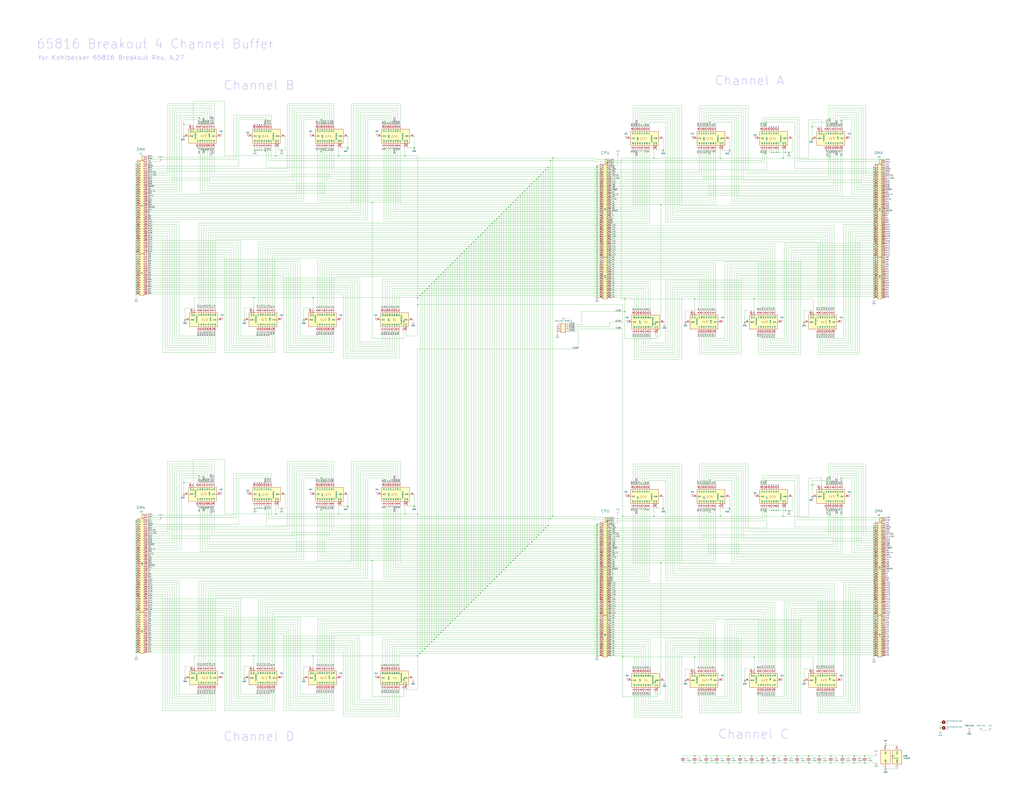
<source format=kicad_sch>
(kicad_sch (version 20230121) (generator eeschema)
  (paper "E")
  (title_block (title "Stackable CPU Buffer Module for Kohlbecker W65C816 Breakout") (comment 3 "License: CC BY 2.0") (comment 4 "Author: Alan Canon"))
  (junction (at 953.77 685.8))
  (junction (at 494.03 287.02))
  (junction (at 148.59 681.99))
  (junction (at 651.51 200.66))
  (junction (at 666.75 200.66))
  (junction (at 666.75 266.7))
  (junction (at 148.59 199.39))
  (junction (at 651.51 604.52))
  (junction (at 758.19 326.39))
  (junction (at 666.75 238.76))
  (junction (at 148.59 234.95))
  (junction (at 666.75 190.5))
  (junction (at 953.77 292.1))
  (junction (at 651.51 632.46))
  (junction (at 679.45 563.88))
  (junction (at 953.77 307.34))
  (junction (at 651.51 210.82))
  (junction (at 666.75 589.28))
  (junction (at 953.77 294.64))
  (junction (at 201.93 740.41))
  (junction (at 529.59 642.62))
  (junction (at 666.75 269.24))
  (junction (at 953.77 198.12))
  (junction (at 527.05 645.16))
  (junction (at 953.77 276.86))
  (junction (at 481.33 299.72))
  (junction (at 455.93 561.34))
  (junction (at 807.72 833.12))
  (junction (at 666.75 177.8))
  (junction (at 148.59 699.77))
  (junction (at 651.51 586.74))
  (junction (at 494.03 678.18))
  (junction (at 552.45 228.6))
  (junction (at 476.25 304.8))
  (junction (at 600.71 566.42))
  (junction (at 651.51 322.58))
  (junction (at 666.75 317.5))
  (junction (at 666.75 314.96))
  (junction (at 148.59 295.91))
  (junction (at 285.75 554.99))
  (junction (at 307.34 163.83))
  (junction (at 537.21 635))
  (junction (at 529.59 251.46))
  (junction (at 953.77 299.72))
  (junction (at 473.71 307.34))
  (junction (at 651.51 208.28))
  (junction (at 651.51 259.08))
  (junction (at 455.93 325.12))
  (junction (at 666.75 208.28))
  (junction (at 953.77 662.94))
  (junction (at 266.7 349.25))
  (junction (at 786.13 563.88))
  (junction (at 666.75 652.78))
  (junction (at 666.75 612.14))
  (junction (at 148.59 278.13))
  (junction (at 651.51 248.92))
  (junction (at 651.51 187.96))
  (junction (at 666.75 568.96))
  (junction (at 651.51 673.1))
  (junction (at 547.37 624.84))
  (junction (at 148.59 707.39))
  (junction (at 544.83 236.22))
  (junction (at 651.51 299.72))
  (junction (at 681.99 340.36))
  (junction (at 857.25 166.37))
  (junction (at 565.15 607.06))
  (junction (at 666.75 617.22))
  (junction (at 651.51 576.58))
  (junction (at 148.59 283.21))
  (junction (at 148.59 631.19))
  (junction (at 651.51 203.2))
  (junction (at 148.59 245.11))
  (junction (at 542.29 238.76))
  (junction (at 953.77 259.08))
  (junction (at 504.19 668.02))
  (junction (at 651.51 647.7))
  (junction (at 953.77 269.24))
  (junction (at 499.11 673.1))
  (junction (at 651.51 309.88))
  (junction (at 666.75 670.56))
  (junction (at 651.51 231.14))
  (junction (at 953.77 208.28))
  (junction (at 953.77 579.12))
  (junction (at 148.59 217.17))
  (junction (at 796.29 163.83))
  (junction (at 713.74 563.88))
  (junction (at 666.75 622.3))
  (junction (at 608.33 359.41))
  (junction (at 651.51 713.74))
  (junction (at 651.51 601.98))
  (junction (at 953.77 716.28))
  (junction (at 148.59 214.63))
  (junction (at 953.77 576.58))
  (junction (at 148.59 568.96))
  (junction (at 511.81 660.4))
  (junction (at 847.09 557.53))
  (junction (at 953.77 182.88))
  (junction (at 148.59 646.43))
  (junction (at 666.75 292.1))
  (junction (at 666.75 673.1))
  (junction (at 463.55 317.5))
  (junction (at 666.75 325.12))
  (junction (at 651.51 226.06))
  (junction (at 666.75 571.5))
  (junction (at 953.77 619.76))
  (junction (at 496.57 675.64))
  (junction (at 148.59 270.51))
  (junction (at 953.77 609.6))
  (junction (at 331.47 349.25))
  (junction (at 953.77 635))
  (junction (at 666.75 711.2))
  (junction (at 278.13 554.99))
  (junction (at 886.46 529.59))
  (junction (at 148.59 280.67))
  (junction (at 651.51 584.2))
  (junction (at 666.75 213.36))
  (junction (at 651.51 640.08))
  (junction (at 666.75 322.58))
  (junction (at 770.89 833.12))
  (junction (at 567.69 604.52))
  (junction (at 148.59 669.29))
  (junction (at 953.77 266.7))
  (junction (at 748.03 742.95))
  (junction (at 582.93 589.28))
  (junction (at 562.61 218.44))
  (junction (at 651.51 627.38))
  (junction (at 953.77 256.54))
  (junction (at 943.61 825.5))
  (junction (at 953.77 254))
  (junction (at 651.51 281.94))
  (junction (at 148.59 593.09))
  (junction (at 651.51 292.1))
  (junction (at 534.67 637.54))
  (junction (at 148.59 300.99))
  (junction (at 651.51 706.12))
  (junction (at 666.75 645.16))
  (junction (at 651.51 614.68))
  (junction (at 953.77 695.96))
  (junction (at 379.73 161.29))
  (junction (at 148.59 608.33))
  (junction (at 681.99 326.39))
  (junction (at 148.59 308.61))
  (junction (at 532.13 640.08))
  (junction (at 666.75 304.8))
  (junction (at 463.55 708.66))
  (junction (at 593.09 579.12))
  (junction (at 953.77 645.16))
  (junction (at 148.59 603.25))
  (junction (at 651.51 591.82))
  (junction (at 148.59 585.47))
  (junction (at 148.59 212.09))
  (junction (at 148.59 201.93))
  (junction (at 276.86 325.12))
  (junction (at 651.51 698.5))
  (junction (at 651.51 205.74))
  (junction (at 666.75 312.42))
  (junction (at 666.75 619.76))
  (junction (at 953.77 678.18))
  (junction (at 953.77 261.62))
  (junction (at 869.95 825.5))
  (junction (at 953.77 622.3))
  (junction (at 844.55 557.53))
  (junction (at 953.77 574.04))
  (junction (at 882.65 825.5))
  (junction (at 666.75 205.74))
  (junction (at 666.75 635))
  (junction (at 953.77 246.38))
  (junction (at 200.66 539.75))
  (junction (at 516.89 655.32))
  (junction (at 148.59 318.77))
  (junction (at 666.75 632.46))
  (junction (at 148.59 240.03))
  (junction (at 509.27 271.78))
  (junction (at 953.77 203.2))
  (junction (at 148.59 267.97))
  (junction (at 953.77 185.42))
  (junction (at 651.51 302.26))
  (junction (at 280.67 163.83))
  (junction (at 758.19 833.12))
  (junction (at 148.59 303.53))
  (junction (at 666.75 259.08))
  (junction (at 953.77 673.1))
  (junction (at 666.75 287.02))
  (junction (at 651.51 650.24))
  (junction (at 857.25 825.5))
  (junction (at 666.75 655.32))
  (junction (at 666.75 581.66))
  (junction (at 651.51 594.36))
  (junction (at 666.75 220.98))
  (junction (at 148.59 257.81))
  (junction (at 844.55 825.5))
  (junction (at 554.99 617.22))
  (junction (at 651.51 276.86))
  (junction (at 666.75 231.14))
  (junction (at 666.75 215.9))
  (junction (at 953.77 703.58))
  (junction (at 148.59 689.61))
  (junction (at 953.77 213.36))
  (junction (at 651.51 662.94))
  (junction (at 953.77 187.96))
  (junction (at 666.75 297.18))
  (junction (at 666.75 276.86))
  (junction (at 651.51 660.4))
  (junction (at 666.75 264.16))
  (junction (at 861.06 557.53))
  (junction (at 953.77 617.22))
  (junction (at 466.09 706.12))
  (junction (at 666.75 591.82))
  (junction (at 369.57 170.18))
  (junction (at 666.75 236.22))
  (junction (at 651.51 294.64))
  (junction (at 842.01 166.37))
  (junction (at 148.59 207.01))
  (junction (at 148.59 618.49))
  (junction (at 651.51 579.12))
  (junction (at 666.75 248.92))
  (junction (at 651.51 304.8))
  (junction (at 148.59 229.87))
  (junction (at 595.63 576.58))
  (junction (at 666.75 680.72))
  (junction (at 953.77 642.62))
  (junction (at 953.77 708.66))
  (junction (at 519.43 261.62))
  (junction (at 666.75 210.82))
  (junction (at 483.87 688.34))
  (junction (at 148.59 224.79))
  (junction (at 524.51 647.7))
  (junction (at 148.59 636.27))
  (junction (at 831.85 833.12))
  (junction (at 666.75 690.88))
  (junction (at 148.59 692.15))
  (junction (at 570.23 601.98))
  (junction (at 666.75 193.04))
  (junction (at 820.42 833.12))
  (junction (at 148.59 247.65))
  (junction (at 483.87 297.18))
  (junction (at 666.75 284.48))
  (junction (at 580.39 591.82))
  (junction (at 593.09 187.96))
  (junction (at 666.75 261.62))
  (junction (at 748.03 351.79))
  (junction (at 506.73 665.48))
  (junction (at 148.59 237.49))
  (junction (at 651.51 241.3))
  (junction (at 488.95 683.26))
  (junction (at 847.09 166.37))
  (junction (at 148.59 679.45))
  (junction (at 953.77 614.68))
  (junction (at 582.93 198.12))
  (junction (at 148.59 598.17))
  (junction (at 877.57 351.79))
  (junction (at 651.51 287.02))
  (junction (at 666.75 218.44))
  (junction (at 280.67 554.99))
  (junction (at 886.46 151.13))
  (junction (at 148.59 232.41))
  (junction (at 651.51 312.42))
  (junction (at 651.51 233.68))
  (junction (at 562.61 609.6))
  (junction (at 953.77 274.32))
  (junction (at 148.59 577.85))
  (junction (at 478.79 693.42))
  (junction (at 283.21 163.83))
  (junction (at 148.59 590.55))
  (junction (at 148.59 293.37))
  (junction (at 666.75 695.96))
  (junction (at 577.85 594.36))
  (junction (at 953.77 238.76))
  (junction (at 514.35 266.7))
  (junction (at 919.48 825.5))
  (junction (at 148.59 298.45))
  (junction (at 953.77 665.48))
  (junction (at 651.51 624.84))
  (junction (at 666.75 299.72))
  (junction (at 572.77 208.28))
  (junction (at 666.75 703.58))
  (junction (at 666.75 596.9))
  (junction (at 932.18 825.5))
  (junction (at 795.02 825.5))
  (junction (at 491.49 289.56))
  (junction (at 953.77 668.02))
  (junction (at 608.33 356.87))
  (junction (at 651.51 629.92))
  (junction (at 651.51 251.46))
  (junction (at 666.75 187.96))
  (junction (at 666.75 607.06))
  (junction (at 148.59 697.23))
  (junction (at 532.13 248.92))
  (junction (at 542.29 629.92))
  (junction (at 148.59 623.57))
  (junction (at 953.77 584.2))
  (junction (at 953.77 317.5))
  (junction (at 651.51 652.78))
  (junction (at 468.63 703.58))
  (junction (at 148.59 633.73))
  (junction (at 953.77 210.82))
  (junction (at 953.77 200.66))
  (junction (at 585.47 586.74))
  (junction (at 148.59 219.71))
  (junction (at 341.63 716.28))
  (junction (at 651.51 617.22))
  (junction (at 572.77 599.44))
  (junction (at 854.71 563.88))
  (junction (at 148.59 575.31))
  (junction (at 854.71 172.72))
  (junction (at 379.73 552.45))
  (junction (at 666.75 576.58))
  (junction (at 953.77 693.42))
  (junction (at 812.8 351.79))
  (junction (at 148.59 674.37))
  (junction (at 795.02 833.12))
  (junction (at 894.08 825.5))
  (junction (at 148.59 671.83))
  (junction (at 770.89 825.5))
  (junction (at 894.08 833.12))
  (junction (at 723.9 554.99))
  (junction (at 877.57 742.95))
  (junction (at 953.77 284.48))
  (junction (at 666.75 586.74))
  (junction (at 441.96 170.18))
  (junction (at 148.59 654.05))
  (junction (at 651.51 688.34))
  (junction (at 953.77 637.54))
  (junction (at 820.42 825.5))
  (junction (at 148.59 704.85))
  (junction (at 953.77 713.74))
  (junction (at 549.91 622.3))
  (junction (at 651.51 668.02))
  (junction (at 953.77 226.06))
  (junction (at 666.75 271.78))
  (junction (at 651.51 612.14))
  (junction (at 822.96 717.55))
  (junction (at 666.75 713.74))
  (junction (at 651.51 264.16))
  (junction (at 544.83 627.38))
  (junction (at 307.34 554.99))
  (junction (at 666.75 627.38))
  (junction (at 539.75 632.46))
  (junction (at 148.59 273.05))
  (junction (at 666.75 642.62))
  (junction (at 148.59 661.67))
  (junction (at 651.51 670.56))
  (junction (at 953.77 711.2))
  (junction (at 932.18 833.12))
  (junction (at 679.45 717.55))
  (junction (at 651.51 622.3))
  (junction (at 666.75 701.04))
  (junction (at 455.93 332.74))
  (junction (at 200.66 135.89))
  (junction (at 666.75 685.8))
  (junction (at 666.75 668.02))
  (junction (at 666.75 660.4))
  (junction (at 953.77 287.02))
  (junction (at 666.75 309.88))
  (junction (at 560.07 612.14))
  (junction (at 552.45 619.76))
  (junction (at 148.59 638.81))
  (junction (at 666.75 683.26))
  (junction (at 560.07 220.98))
  (junction (at 953.77 680.72))
  (junction (at 148.59 260.35))
  (junction (at 148.59 712.47))
  (junction (at 953.77 591.82))
  (junction (at 666.75 594.36))
  (junction (at 369.57 561.34))
  (junction (at 666.75 320.04))
  (junction (at 651.51 223.52))
  (junction (at 882.65 833.12))
  (junction (at 148.59 275.59))
  (junction (at 148.59 191.77))
  (junction (at 651.51 596.9))
  (junction (at 651.51 185.42))
  (junction (at 666.75 716.28))
  (junction (at 651.51 690.88))
  (junction (at 721.36 614.68))
  (junction (at 276.86 716.28))
  (junction (at 651.51 284.48))
  (junction (at 651.51 213.36))
  (junction (at 953.77 650.24))
  (junction (at 666.75 601.98))
  (junction (at 300.99 561.34))
  (junction (at 148.59 702.31))
  (junction (at 481.33 690.88))
  (junction (at 651.51 220.98))
  (junction (at 666.75 256.54))
  (junction (at 603.25 563.88))
  (junction (at 458.47 713.74))
  (junction (at 666.75 241.3))
  (junction (at 148.59 285.75))
  (junction (at 148.59 316.23))
  (junction (at 651.51 190.5))
  (junction (at 666.75 302.26))
  (junction (at 504.19 276.86))
  (junction (at 953.77 190.5))
  (junction (at 782.32 825.5))
  (junction (at 651.51 181.61))
  (junction (at 651.51 279.4))
  (junction (at 953.77 325.12))
  (junction (at 651.51 680.72))
  (junction (at 886.46 138.43))
  (junction (at 666.75 688.34))
  (junction (at 651.51 675.64))
  (junction (at 148.59 572.77))
  (junction (at 953.77 309.88))
  (junction (at 651.51 657.86))
  (junction (at 953.77 612.14))
  (junction (at 278.13 163.83))
  (junction (at 651.51 228.6))
  (junction (at 666.75 243.84))
  (junction (at 953.77 233.68))
  (junction (at 148.59 694.69))
  (junction (at 200.66 527.05))
  (junction (at 666.75 678.18))
  (junction (at 651.51 218.44))
  (junction (at 807.72 825.5))
  (junction (at 666.75 223.52))
  (junction (at 953.77 243.84))
  (junction (at 539.75 241.3))
  (junction (at 557.53 223.52))
  (junction (at 148.59 595.63))
  (junction (at 537.21 243.84))
  (junction (at 651.51 574.04))
  (junction (at 953.77 581.66))
  (junction (at 651.51 609.6))
  (junction (at 651.51 599.44))
  (junction (at 461.01 320.04))
  (junction (at 590.55 190.5))
  (junction (at 666.75 675.64))
  (junction (at 148.59 311.15))
  (junction (at 331.47 740.41))
  (junction (at 486.41 294.64))
  (junction (at 148.59 656.59))
  (junction (at 501.65 670.56))
  (junction (at 148.59 648.97))
  (junction (at 148.59 600.71))
  (junction (at 953.77 607.06))
  (junction (at 148.59 186.69))
  (junction (at 666.75 579.12))
  (junction (at 953.77 594.36))
  (junction (at 831.85 825.5))
  (junction (at 466.09 314.96))
  (junction (at 575.31 596.9))
  (junction (at 148.59 582.93))
  (junction (at 666.75 185.42))
  (junction (at 953.77 627.38))
  (junction (at 651.51 243.84))
  (junction (at 953.77 193.04))
  (junction (at 953.77 220.98))
  (junction (at 651.51 198.12))
  (junction (at 148.59 709.93))
  (junction (at 491.49 680.72))
  (junction (at 473.71 698.5))
  (junction (at 148.59 588.01))
  (junction (at 148.59 628.65))
  (junction (at 266.7 740.41))
  (junction (at 953.77 279.4))
  (junction (at 651.51 642.62))
  (junction (at 666.75 281.94))
  (junction (at 857.25 557.53))
  (junction (at 651.51 261.62))
  (junction (at 565.15 215.9))
  (junction (at 471.17 701.04))
  (junction (at 148.59 255.27))
  (junction (at 844.55 833.12))
  (junction (at 148.59 626.11))
  (junction (at 953.77 596.9))
  (junction (at 148.59 676.91))
  (junction (at 812.8 742.95))
  (junction (at 478.79 302.26))
  (junction (at 953.77 629.92))
  (junction (at 953.77 652.78))
  (junction (at 666.75 251.46))
  (junction (at 499.11 281.94))
  (junction (at 666.75 640.08))
  (junction (at 953.77 281.94))
  (junction (at 953.77 236.22))
  (junction (at 953.77 601.98))
  (junction (at 666.75 294.64))
  (junction (at 666.75 698.5))
  (junction (at 651.51 703.58))
  (junction (at 953.77 302.26))
  (junction (at 1026.16 795.02))
  (junction (at 651.51 269.24))
  (junction (at 651.51 637.54))
  (junction (at 201.93 349.25))
  (junction (at 651.51 256.54))
  (junction (at 148.59 179.07))
  (junction (at 869.95 833.12))
  (junction (at 861.06 166.37))
  (junction (at 148.59 659.13))
  (junction (at 148.59 184.15))
  (junction (at 953.77 312.42))
  (junction (at 651.51 182.88))
  (junction (at 534.67 246.38))
  (junction (at 844.55 166.37))
  (junction (at 953.77 624.84))
  (junction (at 148.59 262.89))
  (junction (at 148.59 189.23))
  (junction (at 471.17 309.88))
  (junction (at 148.59 643.89))
  (junction (at 953.77 223.52))
  (junction (at 953.77 314.96))
  (junction (at 148.59 252.73))
  (junction (at 849.63 557.53))
  (junction (at 953.77 304.8))
  (junction (at 966.47 814.07))
  (junction (at 651.51 607.06))
  (junction (at 953.77 248.92))
  (junction (at 651.51 693.42))
  (junction (at 651.51 271.78))
  (junction (at 953.77 655.32))
  (junction (at 148.59 610.87))
  (junction (at 796.29 554.99))
  (junction (at 441.96 561.34))
  (junction (at 651.51 711.2))
  (junction (at 886.46 542.29))
  (junction (at 953.77 675.64))
  (junction (at 953.77 690.88))
  (junction (at 516.89 264.16))
  (junction (at 488.95 292.1))
  (junction (at 713.74 172.72))
  (junction (at 598.17 182.88))
  (junction (at 651.51 678.18))
  (junction (at 557.53 614.68))
  (junction (at 341.63 325.12))
  (junction (at 666.75 614.68))
  (junction (at 148.59 580.39))
  (junction (at 666.75 180.34))
  (junction (at 148.59 222.25))
  (junction (at 651.51 683.26))
  (junction (at 651.51 665.48))
  (junction (at 666.75 254))
  (junction (at 148.59 181.61))
  (junction (at 549.91 231.14))
  (junction (at 943.61 833.12))
  (junction (at 782.32 833.12))
  (junction (at 953.77 322.58))
  (junction (at 468.63 312.42))
  (junction (at 666.75 228.6))
  (junction (at 953.77 228.6))
  (junction (at 651.51 645.16))
  (junction (at 651.51 246.38))
  (junction (at 200.66 148.59))
  (junction (at 666.75 706.12))
  (junction (at 547.37 233.68))
  (junction (at 651.51 635))
  (junction (at 651.51 274.32))
  (junction (at 953.77 688.34))
  (junction (at 595.63 185.42))
  (junction (at 148.59 684.53))
  (junction (at 148.59 621.03))
  (junction (at 458.47 322.58))
  (junction (at 666.75 279.4))
  (junction (at 666.75 624.84))
  (junction (at 666.75 599.44))
  (junction (at 651.51 572.77))
  (junction (at 651.51 325.12))
  (junction (at 666.75 637.54))
  (junction (at 786.13 172.72))
  (junction (at 953.77 320.04))
  (junction (at 285.75 163.83))
  (junction (at 651.51 708.66))
  (junction (at 966.47 839.47))
  (junction (at 953.77 251.46))
  (junction (at 600.71 175.26))
  (junction (at 822.96 326.39))
  (junction (at 953.77 205.74))
  (junction (at 666.75 226.06))
  (junction (at 567.69 213.36))
  (junction (at 666.75 566.42))
  (junction (at 666.75 203.2))
  (junction (at 651.51 685.8))
  (junction (at 575.31 205.74))
  (junction (at 148.59 194.31))
  (junction (at 651.51 193.04))
  (junction (at 452.12 552.45))
  (junction (at 953.77 657.86))
  (junction (at 758.19 717.55))
  (junction (at 849.63 166.37))
  (junction (at 514.35 657.86))
  (junction (at 651.51 307.34))
  (junction (at 666.75 657.86))
  (junction (at 527.05 254))
  (junction (at 148.59 651.51))
  (junction (at 953.77 599.44))
  (junction (at 953.77 241.3))
  (junction (at 666.75 233.68))
  (junction (at 857.25 833.12))
  (junction (at 585.47 195.58))
  (junction (at 570.23 210.82))
  (junction (at 666.75 629.92))
  (junction (at 651.51 701.04))
  (junction (at 608.33 361.95))
  (junction (at 577.85 203.2))
  (junction (at 666.75 609.6))
  (junction (at 953.77 670.56))
  (junction (at 651.51 655.32))
  (junction (at 148.59 613.41))
  (junction (at 554.99 226.06))
  (junction (at 953.77 297.18))
  (junction (at 651.51 236.22))
  (junction (at 509.27 662.94))
  (junction (at 953.77 701.04))
  (junction (at 666.75 665.48))
  (junction (at 651.51 314.96))
  (junction (at 666.75 650.24))
  (junction (at 666.75 307.34))
  (junction (at 300.99 170.18))
  (junction (at 906.78 825.5))
  (junction (at 598.17 574.04))
  (junction (at 519.43 652.78))
  (junction (at 953.77 647.7))
  (junction (at 651.51 581.66))
  (junction (at 148.59 288.29))
  (junction (at 666.75 175.26))
  (junction (at 651.51 297.18))
  (junction (at 148.59 209.55))
  (junction (at 148.59 321.31))
  (junction (at 521.97 259.08))
  (junction (at 953.77 660.4))
  (junction (at 721.36 223.52))
  (junction (at 651.51 289.56))
  (junction (at 953.77 683.26))
  (junction (at 148.59 290.83))
  (junction (at 666.75 289.56))
  (junction (at 511.81 269.24))
  (junction (at 666.75 647.7))
  (junction (at 603.25 172.72))
  (junction (at 666.75 693.42))
  (junction (at 666.75 604.52))
  (junction (at 953.77 231.14))
  (junction (at 651.51 317.5))
  (junction (at 758.19 825.5))
  (junction (at 148.59 250.19))
  (junction (at 666.75 274.32))
  (junction (at 651.51 716.28))
  (junction (at 666.75 195.58))
  (junction (at 148.59 641.35))
  (junction (at 148.59 313.69))
  (junction (at 953.77 604.52))
  (junction (at 521.97 650.24))
  (junction (at 148.59 265.43))
  (junction (at 953.77 706.12))
  (junction (at 906.78 833.12))
  (junction (at 842.01 557.53))
  (junction (at 666.75 198.12))
  (junction (at 651.51 254))
  (junction (at 723.9 163.83))
  (junction (at 953.77 218.44))
  (junction (at 476.25 695.96))
  (junction (at 651.51 619.76))
  (junction (at 953.77 640.08))
  (junction (at 455.93 716.28))
  (junction (at 953.77 195.58))
  (junction (at 590.55 581.66))
  (junction (at 524.51 256.54))
  (junction (at 148.59 570.23))
  (junction (at 283.21 554.99))
  (junction (at 651.51 195.58))
  (junction (at 588.01 193.04))
  (junction (at 953.77 264.16))
  (junction (at 953.77 589.28))
  (junction (at 580.39 200.66))
  (junction (at 148.59 615.95))
  (junction (at 486.41 685.8))
  (junction (at 666.75 246.38))
  (junction (at 148.59 242.57))
  (junction (at 651.51 266.7))
  (junction (at 953.77 215.9))
  (junction (at 148.59 664.21))
  (junction (at 953.77 289.56))
  (junction (at 148.59 196.85))
  (junction (at 501.65 279.4))
  (junction (at 651.51 215.9))
  (junction (at 953.77 632.46))
  (junction (at 461.01 711.2))
  (junction (at 953.77 586.74))
  (junction (at 406.4 612.14))
  (junction (at 666.75 584.2))
  (junction (at 588.01 584.2))
  (junction (at 666.75 662.94))
  (junction (at 148.59 666.75))
  (junction (at 406.4 220.98))
  (junction (at 452.12 161.29))
  (junction (at 496.57 284.48))
  (junction (at 651.51 695.96))
  (junction (at 651.51 320.04))
  (junction (at 651.51 238.76))
  (junction (at 506.73 274.32))
  (junction (at 651.51 589.28))
  (junction (at 148.59 204.47))
  (junction (at 148.59 227.33))
  (junction (at 666.75 708.66))
  (junction (at 148.59 306.07))
  (junction (at 953.77 698.5))
  (junction (at 919.48 833.12))
  (junction (at 953.77 271.78))
  (junction (at 148.59 687.07))
  (junction (at 148.59 605.79))
  (no_connect (at 842.01 529.59))
  (no_connect (at 285.75 527.05))
  (no_connect (at 839.47 529.59))
  (no_connect (at 280.67 527.05))
  (no_connect (at 278.13 135.89))
  (no_connect (at 849.63 138.43))
  (no_connect (at 285.75 135.89))
  (no_connect (at 215.9 161.29))
  (no_connect (at 288.29 135.89))
  (no_connect (at 844.55 138.43))
  (no_connect (at 283.21 135.89))
  (no_connect (at 215.9 552.45))
  (no_connect (at 844.55 529.59))
  (no_connect (at 280.67 135.89))
  (no_connect (at 847.09 138.43))
  (no_connect (at 901.7 163.83))
  (no_connect (at 839.47 138.43))
  (no_connect (at 842.01 138.43))
  (no_connect (at 847.09 529.59))
  (no_connect (at 288.29 527.05))
  (no_connect (at 849.63 529.59))
  (no_connect (at 901.7 554.99))
  (no_connect (at 283.21 527.05))
  (no_connect (at 278.13 527.05))
  (wire (pts (xy 966.47 207.01) (xy 966.47 208.28)))
  (wire (pts (xy 483.87 297.18) (xy 648.97 297.18)))
  (wire (pts (xy 651.51 609.6) (xy 654.05 609.6)))
  (wire (pts (xy 666.75 201.93) (xy 648.97 201.93)))
  (wire (pts (xy 331.47 130.81) (xy 331.47 219.71)))
  (wire (pts (xy 471.17 309.88) (xy 648.97 309.88)))
  (wire (pts (xy 902.97 645.16) (xy 666.75 645.16)))
  (wire (pts (xy 828.04 284.48) (xy 666.75 284.48)))
  (wire (pts (xy 406.4 220.98) (xy 560.07 220.98)))
  (wire (pts (xy 161.29 204.47) (xy 193.04 204.47)))
  (wire (pts (xy 808.99 387.35) (xy 808.99 303.53)))
  (wire (pts (xy 796.29 374.65) (xy 775.97 374.65)))
  (wire (pts (xy 534.67 246.38) (xy 648.97 246.38)))
  (wire (pts (xy 648.97 678.18) (xy 648.97 679.45)))
  (wire (pts (xy 651.51 574.04) (xy 651.51 576.58)))
  (wire (pts (xy 466.09 706.12) (xy 648.97 706.12)))
  (wire (pts (xy 321.31 120.65) (xy 356.87 120.65)))
  (wire (pts (xy 861.06 765.81) (xy 840.74 765.81)))
  (wire (pts (xy 212.09 716.28) (xy 276.86 716.28)))
  (wire (pts (xy 651.51 236.22) (xy 651.51 238.76)))
  (wire (pts (xy 161.29 679.45) (xy 322.58 679.45)))
  (wire (pts (xy 648.97 246.38) (xy 648.97 247.65)))
  (wire (pts (xy 443.23 367.03) (xy 443.23 361.95)))
  (wire (pts (xy 904.24 506.73) (xy 904.24 529.59)))
  (wire (pts (xy 728.98 768.35) (xy 728.98 699.77)))
  (wire (pts (xy 791.21 285.75) (xy 966.47 285.75)))
  (wire (pts (xy 666.75 298.45) (xy 648.97 298.45)))
  (wire (pts (xy 966.47 697.23) (xy 966.47 698.5)))
  (wire (pts (xy 666.75 316.23) (xy 666.75 317.5)))
  (wire (pts (xy 666.75 323.85) (xy 648.97 323.85)))
  (wire (pts (xy 509.27 271.78) (xy 648.97 271.78)))
  (wire (pts (xy 148.59 621.03) (xy 148.59 623.57)))
  (wire (pts (xy 773.43 529.59) (xy 773.43 516.89)))
  (wire (pts (xy 312.42 298.45) (xy 312.42 382.27)))
  (wire (pts (xy 303.53 554.99) (xy 307.34 554.99)))
  (wire (pts (xy 289.56 727.71) (xy 289.56 662.94)))
  (wire (pts (xy 908.05 640.08) (xy 666.75 640.08)))
  (wire (pts (xy 786.13 554.99) (xy 786.13 563.88)))
  (wire (pts (xy 210.82 110.49) (xy 210.82 135.89)))
  (wire (pts (xy 595.63 576.58) (xy 648.97 576.58)))
  (wire (pts (xy 1026.16 788.67) (xy 1026.16 795.02)))
  (wire (pts (xy 452.12 161.29) (xy 452.12 148.59)))
  (wire (pts (xy 966.47 593.09) (xy 939.8 593.09)))
  (wire (pts (xy 966.47 199.39) (xy 966.47 200.66)))
  (wire (pts (xy 953.77 276.86) (xy 953.77 279.4)))
  (wire (pts (xy 161.29 212.09) (xy 323.85 212.09)))
  (wire (pts (xy 966.47 278.13) (xy 868.68 278.13)))
  (wire (pts (xy 621.03 354.33) (xy 635 354.33)))
  (wire (pts (xy 966.47 656.59) (xy 966.47 657.86)))
  (wire (pts (xy 953.77 622.3) (xy 953.77 624.84)))
  (wire (pts (xy 811.53 196.85) (xy 811.53 120.65)))
  (wire (pts (xy 966.47 814.07) (xy 979.17 814.07)))
  (wire (pts (xy 706.12 241.3) (xy 666.75 241.3)))
  (wire (pts (xy 631.19 361.95) (xy 621.03 361.95)))
  (wire (pts (xy 648.97 695.96) (xy 648.97 697.23)))
  (wire (pts (xy 331.47 336.55) (xy 331.47 349.25)))
  (wire (pts (xy 896.62 529.59) (xy 896.62 521.97)))
  (wire (pts (xy 857.25 557.53) (xy 861.06 557.53)))
  (wire (pts (xy 283.21 554.99) (xy 283.21 552.45)))
  (wire (pts (xy 374.65 391.16) (xy 374.65 321.31)))
  (wire (pts (xy 651.51 195.58) (xy 654.05 195.58)))
  (wire (pts (xy 666.75 707.39) (xy 648.97 707.39)))
  (wire (pts (xy 294.64 276.86) (xy 294.64 336.55)))
  (wire (pts (xy 648.97 292.1) (xy 648.97 293.37)))
  (wire (pts (xy 770.89 163.83) (xy 770.89 200.66)))
  (wire (pts (xy 148.59 568.96) (xy 161.29 568.96)))
  (wire (pts (xy 925.83 374.65) (xy 905.51 374.65)))
  (wire (pts (xy 648.97 599.44) (xy 648.97 600.71)))
  (wire (pts (xy 768.35 730.25) (xy 768.35 690.88)))
  (wire (pts (xy 966.47 648.97) (xy 933.45 648.97)))
  (wire (pts (xy 902.97 645.16) (xy 902.97 730.25)))
  (wire (pts (xy 839.47 557.53) (xy 842.01 557.53)))
  (wire (pts (xy 435.61 391.16) (xy 374.65 391.16)))
  (wire (pts (xy 161.29 171.45) (xy 255.27 171.45)))
  (wire (pts (xy 224.79 765.81) (xy 187.96 765.81)))
  (wire (pts (xy 666.75 186.69) (xy 648.97 186.69)))
  (wire (pts (xy 814.07 509.27) (xy 814.07 580.39)))
  (wire (pts (xy 651.51 181.61) (xy 651.51 182.88)))
  (wire (pts (xy 953.77 312.42) (xy 953.77 314.96)))
  (wire (pts (xy 651.51 703.58) (xy 651.51 706.12)))
  (wire (pts (xy 651.51 586.74) (xy 651.51 589.28)))
  (wire (pts (xy 966.47 245.11) (xy 966.47 246.38)))
  (wire (pts (xy 666.75 265.43) (xy 648.97 265.43)))
  (wire (pts (xy 648.97 238.76) (xy 648.97 240.03)))
  (wire (pts (xy 565.15 215.9) (xy 565.15 607.06)))
  (wire (pts (xy 666.75 679.45) (xy 648.97 679.45)))
  (wire (pts (xy 953.77 304.8) (xy 953.77 307.34)))
  (wire (pts (xy 231.14 552.45) (xy 231.14 584.2)))
  (wire (pts (xy 195.58 516.89) (xy 220.98 516.89)))
  (wire (pts (xy 148.59 623.57) (xy 148.59 626.11)))
  (wire (pts (xy 506.73 274.32) (xy 648.97 274.32)))
  (wire (pts (xy 895.35 384.81) (xy 895.35 364.49)))
  (wire (pts (xy 803.91 519.43) (xy 803.91 608.33)))
  (wire (pts (xy 542.29 238.76) (xy 542.29 629.92)))
  (wire (pts (xy 953.77 601.98) (xy 953.77 604.52)))
  (wire (pts (xy 233.68 190.5) (xy 590.55 190.5)))
  (wire (pts (xy 666.75 250.19) (xy 648.97 250.19)))
  (wire (pts (xy 148.59 273.05) (xy 148.59 275.59)))
  (wire (pts (xy 359.41 527.05) (xy 359.41 509.27)))
  (wire (pts (xy 702.31 773.43) (xy 734.06 773.43)))
  (wire (pts (xy 966.47 247.65) (xy 923.29 247.65)))
  (wire (pts (xy 966.47 260.35) (xy 935.99 260.35)))
  (wire (pts (xy 666.75 214.63) (xy 648.97 214.63)))
  (wire (pts (xy 966.47 219.71) (xy 966.47 220.98)))
  (wire (pts (xy 651.51 259.08) (xy 654.05 259.08)))
  (wire (pts (xy 670.56 182.88) (xy 666.75 182.88)))
  (wire (pts (xy 666.75 180.34) (xy 674.37 180.34)))
  (wire (pts (xy 666.75 697.23) (xy 648.97 697.23)))
  (wire (pts (xy 651.51 670.56) (xy 654.05 670.56)))
  (wire (pts (xy 666.75 300.99) (xy 666.75 302.26)))
  (wire (pts (xy 391.16 229.87) (xy 391.16 120.65)))
  (wire (pts (xy 161.29 646.43) (xy 182.88 646.43)))
  (wire (pts (xy 200.66 135.89) (xy 208.28 135.89)))
  (wire (pts (xy 763.27 115.57) (xy 816.61 115.57)))
  (wire (pts (xy 698.5 624.84) (xy 666.75 624.84)))
  (wire (pts (xy 651.51 218.44) (xy 654.05 218.44)))
  (wire (pts (xy 294.64 668.02) (xy 504.19 668.02)))
  (wire (pts (xy 953.77 187.96) (xy 953.77 190.5)))
  (wire (pts (xy 701.04 627.38) (xy 666.75 627.38)))
  (wire (pts (xy 828.04 675.64) (xy 828.04 730.25)))
  (wire (pts (xy 421.64 519.43) (xy 398.78 519.43)))
  (wire (pts (xy 148.59 659.13) (xy 148.59 661.67)))
  (wire (pts (xy 953.77 596.9) (xy 953.77 599.44)))
  (wire (pts (xy 331.47 727.71) (xy 331.47 740.41)))
  (wire (pts (xy 666.75 661.67) (xy 666.75 662.94)))
  (wire (pts (xy 833.12 279.4) (xy 666.75 279.4)))
  (wire (pts (xy 577.85 203.2) (xy 648.97 203.2)))
  (wire (pts (xy 930.91 379.73) (xy 930.91 255.27)))
  (wire (pts (xy 845.82 364.49) (xy 845.82 369.57)))
  (wire (pts (xy 791.21 676.91) (xy 966.47 676.91)))
  (wire (pts (xy 648.97 284.48) (xy 648.97 285.75)))
  (wire (pts (xy 422.91 701.04) (xy 422.91 727.71)))
  (wire (pts (xy 280.67 163.83) (xy 278.13 163.83)))
  (wire (pts (xy 651.51 581.66) (xy 651.51 584.2)))
  (wire (pts (xy 666.75 275.59) (xy 666.75 276.86)))
  (wire (pts (xy 161.29 664.21) (xy 252.73 664.21)))
  (wire (pts (xy 215.9 130.81) (xy 215.9 135.89)))
  (wire (pts (xy 386.08 115.57) (xy 434.34 115.57)))
  (wire (pts (xy 349.25 727.71) (xy 349.25 678.18)))
  (wire (pts (xy 770.89 825.5) (xy 782.32 825.5)))
  (wire (pts (xy 666.75 194.31) (xy 648.97 194.31)))
  (wire (pts (xy 869.95 567.69) (xy 966.47 567.69)))
  (wire (pts (xy 932.18 519.43) (xy 916.94 519.43)))
  (wire (pts (xy 861.06 374.65) (xy 840.74 374.65)))
  (wire (pts (xy 666.75 205.74) (xy 666.75 204.47)))
  (wire (pts (xy 953.77 193.04) (xy 953.77 195.58)))
  (wire (pts (xy 349.25 609.6) (xy 562.61 609.6)))
  (wire (pts (xy 651.51 584.2) (xy 654.05 584.2)))
  (wire (pts (xy 953.77 226.06) (xy 953.77 228.6)))
  (wire (pts (xy 648.97 297.18) (xy 648.97 298.45)))
  (wire (pts (xy 161.29 245.11) (xy 193.04 245.11)))
  (wire (pts (xy 190.5 763.27) (xy 190.5 638.81)))
  (wire (pts (xy 721.36 614.68) (xy 781.05 614.68)))
  (wire (pts (xy 219.71 637.54) (xy 534.67 637.54)))
  (wire (pts (xy 763.27 554.99) (xy 763.27 579.12)))
  (wire (pts (xy 651.51 607.06) (xy 651.51 609.6)))
  (wire (pts (xy 840.74 662.94) (xy 840.74 730.25)))
  (wire (pts (xy 648.97 650.24) (xy 648.97 651.51)))
  (wire (pts (xy 953.77 269.24) (xy 953.77 271.78)))
  (wire (pts (xy 651.51 617.22) (xy 654.05 617.22)))
  (wire (pts (xy 911.86 514.35) (xy 911.86 529.59)))
  (wire (pts (xy 770.89 123.19) (xy 770.89 138.43)))
  (wire (pts (xy 621.03 359.41) (xy 679.45 359.41)))
  (wire (pts (xy 193.04 123.19) (xy 223.52 123.19)))
  (wire (pts (xy 839.47 166.37) (xy 839.47 163.83)))
  (wire (pts (xy 953.77 688.34) (xy 953.77 690.88)))
  (wire (pts (xy 430.53 361.95) (xy 430.53 386.08)))
  (wire (pts (xy 666.75 210.82) (xy 916.94 210.82)))
  (wire (pts (xy 218.44 128.27) (xy 218.44 135.89)))
  (wire (pts (xy 666.75 295.91) (xy 666.75 297.18)))
  (wire (pts (xy 692.15 755.65) (xy 692.15 783.59)))
  (wire (pts (xy 421.64 161.29) (xy 421.64 238.76)))
  (wire (pts (xy 699.77 775.97) (xy 736.6 775.97)))
  (wire (pts (xy 651.51 304.8) (xy 654.05 304.8)))
  (wire (pts (xy 844.55 833.12) (xy 857.25 833.12)))
  (wire (pts (xy 185.42 191.77) (xy 185.42 115.57)))
  (wire (pts (xy 651.51 246.38) (xy 651.51 248.92)))
  (wire (pts (xy 361.95 187.96) (xy 593.09 187.96)))
  (wire (pts (xy 567.69 604.52) (xy 648.97 604.52)))
  (wire (pts (xy 666.75 679.45) (xy 666.75 680.72)))
  (wire (pts (xy 906.78 554.99) (xy 906.78 586.74)))
  (wire (pts (xy 833.12 279.4) (xy 833.12 339.09)))
  (wire (pts (xy 763.27 364.49) (xy 763.27 387.35)))
  (wire (pts (xy 180.34 382.27) (xy 180.34 257.81)))
  (wire (pts (xy 294.64 668.02) (xy 294.64 727.71)))
  (wire (pts (xy 666.75 214.63) (xy 666.75 215.9)))
  (wire (pts (xy 966.47 285.75) (xy 966.47 287.02)))
  (wire (pts (xy 666.75 273.05) (xy 666.75 274.32)))
  (wire (pts (xy 666.75 311.15) (xy 648.97 311.15)))
  (wire (pts (xy 666.75 571.5) (xy 674.37 571.5)))
  (wire (pts (xy 148.59 298.45) (xy 148.59 300.99)))
  (wire (pts (xy 222.25 248.92) (xy 532.13 248.92)))
  (wire (pts (xy 966.47 186.69) (xy 966.47 187.96)))
  (wire (pts (xy 966.47 588.01) (xy 811.53 588.01)))
  (wire (pts (xy 648.97 566.42) (xy 648.97 567.69)))
  (wire (pts (xy 713.74 172.72) (xy 678.18 172.72)))
  (wire (pts (xy 651.51 320.04) (xy 654.05 320.04)))
  (wire (pts (xy 309.88 775.97) (xy 309.88 692.15)))
  (wire (pts (xy 148.59 582.93) (xy 148.59 585.47)))
  (wire (pts (xy 227.33 377.19) (xy 227.33 361.95)))
  (wire (pts (xy 708.66 524.51) (xy 726.44 524.51)))
  (wire (pts (xy 499.11 281.94) (xy 499.11 673.1)))
  (wire (pts (xy 666.75 577.85) (xy 648.97 577.85)))
  (wire (pts (xy 648.97 314.96) (xy 648.97 316.23)))
  (wire (pts (xy 844.55 557.53) (xy 844.55 554.99)))
  (wire (pts (xy 148.59 209.55) (xy 148.59 212.09)))
  (wire (pts (xy 294.64 361.95) (xy 294.64 379.73)))
  (wire (pts (xy 148.59 199.39) (xy 148.59 201.93)))
  (wire (pts (xy 966.47 257.81) (xy 933.45 257.81)))
  (wire (pts (xy 648.97 193.04) (xy 648.97 194.31)))
  (wire (pts (xy 422.91 309.88) (xy 422.91 336.55)))
  (wire (pts (xy 651.51 317.5) (xy 654.05 317.5)))
  (wire (pts (xy 427.99 774.7) (xy 382.27 774.7)))
  (wire (pts (xy 224.79 251.46) (xy 224.79 336.55)))
  (wire (pts (xy 575.31 205.74) (xy 575.31 596.9)))
  (wire (pts (xy 902.97 254) (xy 666.75 254)))
  (wire (pts (xy 731.52 128.27) (xy 731.52 237.49)))
  (wire (pts (xy 354.33 292.1) (xy 488.95 292.1)))
  (wire (pts (xy 775.97 683.26) (xy 666.75 683.26)))
  (wire (pts (xy 424.18 627.38) (xy 544.83 627.38)))
  (wire (pts (xy 768.35 382.27) (xy 803.91 382.27)))
  (wire (pts (xy 775.97 138.43) (xy 775.97 128.27)))
  (wire (pts (xy 835.66 276.86) (xy 666.75 276.86)))
  (wire (pts (xy 233.68 581.66) (xy 233.68 552.45)))
  (wire (pts (xy 229.87 256.54) (xy 229.87 336.55)))
  (wire (pts (xy 567.69 213.36) (xy 648.97 213.36)))
  (wire (pts (xy 148.59 633.73) (xy 148.59 636.27)))
  (wire (pts (xy 953.77 706.12) (xy 953.77 708.66)))
  (wire (pts (xy 603.25 172.72) (xy 648.97 172.72)))
  (wire (pts (xy 452.12 552.45) (xy 452.12 539.75)))
  (wire (pts (xy 364.49 527.05) (xy 364.49 504.19)))
  (wire (pts (xy 364.49 302.26) (xy 478.79 302.26)))
  (wire (pts (xy 666.75 715.01) (xy 648.97 715.01)))
  (wire (pts (xy 778.51 521.97) (xy 801.37 521.97)))
  (wire (pts (xy 331.47 610.87) (xy 161.29 610.87)))
  (wire (pts (xy 758.19 833.12) (xy 770.89 833.12)))
  (wire (pts (xy 966.47 308.61) (xy 966.47 309.88)))
  (wire (pts (xy 651.51 312.42) (xy 654.05 312.42)))
  (wire (pts (xy 838.2 377.19) (xy 863.6 377.19)))
  (wire (pts (xy 339.09 336.55) (xy 331.47 336.55)))
  (wire (pts (xy 312.42 689.61) (xy 312.42 773.43)))
  (wire (pts (xy 840.74 271.78) (xy 666.75 271.78)))
  (wire (pts (xy 666.75 603.25) (xy 648.97 603.25)))
  (wire (pts (xy 392.43 764.54) (xy 392.43 694.69)))
  (wire (pts (xy 209.55 336.55) (xy 201.93 336.55)))
  (wire (pts (xy 429.26 527.05) (xy 429.26 511.81)))
  (wire (pts (xy 364.49 336.55) (xy 364.49 302.26)))
  (wire (pts (xy 919.48 833.12) (xy 932.18 833.12)))
  (wire (pts (xy 966.47 250.19) (xy 925.83 250.19)))
  (wire (pts (xy 966.47 666.75) (xy 966.47 668.02)))
  (wire (pts (xy 215.9 521.97) (xy 200.66 521.97)))
  (wire (pts (xy 433.07 711.2) (xy 461.01 711.2)))
  (wire (pts (xy 393.7 123.19) (xy 393.7 232.41)))
  (wire (pts (xy 351.79 135.89) (xy 351.79 125.73)))
  (wire (pts (xy 552.45 228.6) (xy 552.45 619.76)))
  (wire (pts (xy 383.54 504.19) (xy 383.54 613.41)))
  (wire (pts (xy 285.75 554.99) (xy 285.75 552.45)))
  (wire (pts (xy 778.51 289.56) (xy 666.75 289.56)))
  (wire (pts (xy 245.11 501.65) (xy 245.11 561.34)))
  (wire (pts (xy 440.69 361.95) (xy 440.69 369.57)))
  (wire (pts (xy 953.77 581.66) (xy 953.77 584.2)))
  (wire (pts (xy 966.47 651.51) (xy 935.99 651.51)))
  (wire (pts (xy 966.47 191.77) (xy 966.47 193.04)))
  (wire (pts (xy 953.77 274.32) (xy 953.77 276.86)))
  (wire (pts (xy 349.25 753.11) (xy 349.25 760.73)))
  (wire (pts (xy 648.97 711.2) (xy 648.97 712.47)))
  (wire (pts (xy 201.93 727.71) (xy 201.93 740.41)))
  (wire (pts (xy 648.97 698.5) (xy 648.97 699.77)))
  (wire (pts (xy 953.77 287.02) (xy 953.77 289.56)))
  (wire (pts (xy 325.12 760.73) (xy 325.12 676.91)))
  (wire (pts (xy 631.19 361.95) (xy 631.19 381)))
  (wire (pts (xy 666.75 203.2) (xy 909.32 203.2)))
  (wire (pts (xy 425.45 381) (xy 384.81 381)))
  (wire (pts (xy 966.47 222.25) (xy 966.47 223.52)))
  (wire (pts (xy 709.93 307.34) (xy 709.93 339.09)))
  (wire (pts (xy 443.23 753.11) (xy 455.93 753.11)))
  (wire (pts (xy 666.75 204.47) (xy 648.97 204.47)))
  (wire (pts (xy 953.77 645.16) (xy 953.77 647.7)))
  (wire (pts (xy 666.75 187.96) (xy 666.75 186.69)))
  (wire (pts (xy 651.51 181.61) (xy 670.56 181.61)))
  (wire (pts (xy 902.97 364.49) (xy 902.97 377.19)))
  (wire (pts (xy 260.35 572.77) (xy 161.29 572.77)))
  (wire (pts (xy 148.59 661.67) (xy 148.59 664.21)))
  (wire (pts (xy 354.33 135.89) (xy 354.33 123.19)))
  (wire (pts (xy 666.75 596.9) (xy 666.75 595.63)))
  (wire (pts (xy 706.12 529.59) (xy 706.12 521.97)))
  (wire (pts (xy 434.34 161.29) (xy 434.34 226.06)))
  (wire (pts (xy 933.45 257.81) (xy 933.45 382.27)))
  (wire (pts (xy 953.77 579.12) (xy 953.77 581.66)))
  (wire (pts (xy 966.47 224.79) (xy 744.22 224.79)))
  (wire (pts (xy 798.83 222.25) (xy 966.47 222.25)))
  (wire (pts (xy 534.67 637.54) (xy 648.97 637.54)))
  (wire (pts (xy 651.51 662.94) (xy 654.05 662.94)))
  (wire (pts (xy 161.29 217.17) (xy 328.93 217.17)))
  (wire (pts (xy 966.47 651.51) (xy 966.47 652.78)))
  (wire (pts (xy 803.91 773.43) (xy 803.91 689.61)))
  (wire (pts (xy 715.01 367.03) (xy 715.01 364.49)))
  (wire (pts (xy 161.29 229.87) (xy 391.16 229.87)))
  (wire (pts (xy 966.47 300.99) (xy 966.47 302.26)))
  (wire (pts (xy 775.97 339.09) (xy 775.97 292.1)))
  (wire (pts (xy 910.59 637.54) (xy 910.59 730.25)))
  (wire (pts (xy 284.48 657.86) (xy 284.48 727.71)))
  (wire (pts (xy 648.97 635) (xy 648.97 636.27)))
  (wire (pts (xy 651.51 281.94) (xy 654.05 281.94)))
  (wire (pts (xy 648.97 271.78) (xy 648.97 273.05)))
  (wire (pts (xy 666.75 684.53) (xy 648.97 684.53)))
  (wire (pts (xy 388.62 118.11) (xy 388.62 227.33)))
  (wire (pts (xy 796.29 163.83) (xy 796.29 151.13)))
  (wire (pts (xy 666.75 275.59) (xy 648.97 275.59)))
  (wire (pts (xy 966.47 303.53) (xy 808.99 303.53)))
  (wire (pts (xy 775.97 163.83) (xy 775.97 218.44)))
  (wire (pts (xy 148.59 568.96) (xy 148.59 570.23)))
  (wire (pts (xy 317.5 293.37) (xy 317.5 377.19)))
  (wire (pts (xy 229.87 647.7) (xy 229.87 727.71)))
  (wire (pts (xy 461.01 320.04) (xy 648.97 320.04)))
  (wire (pts (xy 651.51 208.28) (xy 651.51 210.82)))
  (wire (pts (xy 840.74 364.49) (xy 840.74 374.65)))
  (wire (pts (xy 648.97 693.42) (xy 648.97 694.69)))
  (wire (pts (xy 648.97 660.4) (xy 648.97 661.67)))
  (wire (pts (xy 223.52 123.19) (xy 223.52 135.89)))
  (wire (pts (xy 228.6 591.82) (xy 580.39 591.82)))
  (wire (pts (xy 349.25 519.43) (xy 349.25 527.05)))
  (wire (pts (xy 651.51 254) (xy 651.51 256.54)))
  (wire (pts (xy 744.22 506.73) (xy 690.88 506.73)))
  (wire (pts (xy 778.51 138.43) (xy 778.51 130.81)))
  (wire (pts (xy 364.49 185.42) (xy 595.63 185.42)))
  (wire (pts (xy 419.1 521.97) (xy 401.32 521.97)))
  (wire (pts (xy 455.93 381) (xy 455.93 561.34)))
  (wire (pts (xy 666.75 618.49) (xy 648.97 618.49)))
  (wire (pts (xy 836.93 138.43) (xy 836.93 133.35)))
  (wire (pts (xy 648.97 609.6) (xy 648.97 610.87)))
  (wire (pts (xy 161.29 702.31) (xy 384.81 702.31)))
  (wire (pts (xy 768.35 690.88) (xy 666.75 690.88)))
  (wire (pts (xy 651.51 609.6) (xy 651.51 612.14)))
  (wire (pts (xy 943.61 833.12) (xy 956.31 833.12)))
  (wire (pts (xy 598.17 574.04) (xy 648.97 574.04)))
  (wire (pts (xy 666.75 706.12) (xy 702.31 706.12)))
  (wire (pts (xy 468.63 312.42) (xy 648.97 312.42)))
  (wire (pts (xy 966.47 196.85) (xy 811.53 196.85)))
  (wire (pts (xy 666.75 198.12) (xy 666.75 196.85)))
  (wire (pts (xy 651.51 223.52) (xy 651.51 226.06)))
  (wire (pts (xy 966.47 257.81) (xy 966.47 259.08)))
  (wire (pts (xy 694.69 781.05) (xy 741.68 781.05)))
  (wire (pts (xy 299.72 361.95) (xy 299.72 384.81)))
  (wire (pts (xy 549.91 231.14) (xy 549.91 622.3)))
  (wire (pts (xy 161.29 605.79) (xy 326.39 605.79)))
  (wire (pts (xy 706.12 163.83) (xy 706.12 241.3)))
  (wire (pts (xy 798.83 613.41) (xy 966.47 613.41)))
  (wire (pts (xy 901.7 529.59) (xy 901.7 524.51)))
  (wire (pts (xy 651.51 670.56) (xy 651.51 673.1)))
  (wire (pts (xy 651.51 683.26) (xy 654.05 683.26)))
  (wire (pts (xy 758.19 717.55) (xy 758.19 730.25)))
  (wire (pts (xy 775.97 755.65) (xy 775.97 765.81)))
  (wire (pts (xy 892.81 364.49) (xy 892.81 387.35)))
  (wire (pts (xy 966.47 298.45) (xy 966.47 299.72)))
  (wire (pts (xy 666.75 293.37) (xy 648.97 293.37)))
  (wire (pts (xy 932.18 600.71) (xy 932.18 519.43)))
  (wire (pts (xy 944.88 506.73) (xy 904.24 506.73)))
  (wire (pts (xy 651.51 302.26) (xy 651.51 304.8)))
  (wire (pts (xy 250.19 275.59) (xy 250.19 379.73)))
  (wire (pts (xy 161.29 280.67) (xy 245.11 280.67)))
  (wire (pts (xy 702.31 706.12) (xy 702.31 730.25)))
  (wire (pts (xy 909.32 120.65) (xy 909.32 138.43)))
  (wire (pts (xy 781.05 554.99) (xy 781.05 614.68)))
  (wire (pts (xy 494.03 287.02) (xy 494.03 678.18)))
  (wire (pts (xy 651.51 261.62) (xy 651.51 264.16)))
  (wire (pts (xy 226.06 203.2) (xy 577.85 203.2)))
  (wire (pts (xy 349.25 218.44) (xy 562.61 218.44)))
  (wire (pts (xy 182.88 255.27) (xy 182.88 379.73)))
  (wire (pts (xy 758.19 825.5) (xy 770.89 825.5)))
  (wire (pts (xy 226.06 511.81) (xy 226.06 527.05)))
  (wire (pts (xy 433.07 711.2) (xy 433.07 727.71)))
  (wire (pts (xy 651.51 317.5) (xy 651.51 320.04)))
  (wire (pts (xy 966.47 580.39) (xy 966.47 581.66)))
  (wire (pts (xy 651.51 307.34) (xy 654.05 307.34)))
  (wire (pts (xy 651.51 673.1) (xy 654.05 673.1)))
  (wire (pts (xy 666.75 195.58) (xy 666.75 194.31)))
  (wire (pts (xy 294.64 276.86) (xy 504.19 276.86)))
  (wire (pts (xy 900.43 770.89) (xy 900.43 755.65)))
  (wire (pts (xy 185.42 768.35) (xy 185.42 643.89)))
  (wire (pts (xy 276.86 325.12) (xy 276.86 336.55)))
  (wire (pts (xy 285.75 163.83) (xy 283.21 163.83)))
  (wire (pts (xy 744.22 506.73) (xy 744.22 615.95)))
  (wire (pts (xy 354.33 683.26) (xy 354.33 727.71)))
  (wire (pts (xy 966.47 273.05) (xy 966.47 274.32)))
  (wire (pts (xy 651.51 198.12) (xy 654.05 198.12)))
  (wire (pts (xy 953.77 584.2) (xy 953.77 586.74)))
  (wire (pts (xy 845.82 339.09) (xy 845.82 266.7)))
  (wire (pts (xy 430.53 708.66) (xy 463.55 708.66)))
  (wire (pts (xy 651.51 617.22) (xy 651.51 619.76)))
  (wire (pts (xy 666.75 203.2) (xy 666.75 201.93)))
  (wire (pts (xy 768.35 120.65) (xy 811.53 120.65)))
  (wire (pts (xy 496.57 675.64) (xy 648.97 675.64)))
  (wire (pts (xy 600.71 175.26) (xy 600.71 566.42)))
  (wire (pts (xy 648.97 274.32) (xy 648.97 275.59)))
  (wire (pts (xy 232.41 773.43) (xy 232.41 753.11)))
  (wire (pts (xy 666.75 285.75) (xy 648.97 285.75)))
  (wire (pts (xy 801.37 379.73) (xy 770.89 379.73)))
  (wire (pts (xy 295.91 527.05) (xy 295.91 516.89)))
  (wire (pts (xy 223.52 514.35) (xy 223.52 527.05)))
  (wire (pts (xy 651.51 256.54) (xy 654.05 256.54)))
  (wire (pts (xy 914.4 599.44) (xy 914.4 554.99)))
  (wire (pts (xy 651.51 614.68) (xy 654.05 614.68)))
  (wire (pts (xy 224.79 374.65) (xy 187.96 374.65)))
  (wire (pts (xy 161.29 626.11) (xy 396.24 626.11)))
  (wire (pts (xy 648.97 612.14) (xy 648.97 613.41)))
  (wire (pts (xy 835.66 668.02) (xy 835.66 730.25)))
  (wire (pts (xy 651.51 279.4) (xy 651.51 281.94)))
  (wire (pts (xy 560.07 220.98) (xy 560.07 612.14)))
  (wire (pts (xy 280.67 554.99) (xy 280.67 552.45)))
  (wire (pts (xy 966.47 173.99) (xy 966.47 175.26)))
  (wire (pts (xy 894.08 825.5) (xy 906.78 825.5)))
  (wire (pts (xy 966.47 712.47) (xy 966.47 713.74)))
  (wire (pts (xy 681.99 340.36) (xy 681.99 369.57)))
  (wire (pts (xy 651.51 584.2) (xy 651.51 586.74)))
  (wire (pts (xy 148.59 600.71) (xy 148.59 603.25)))
  (wire (pts (xy 359.41 161.29) (xy 359.41 195.58)))
  (wire (pts (xy 953.77 220.98) (xy 953.77 223.52)))
  (wire (pts (xy 473.71 307.34) (xy 648.97 307.34)))
  (wire (pts (xy 161.29 659.13) (xy 257.81 659.13)))
  (wire (pts (xy 234.95 361.95) (xy 234.95 384.81)))
  (wire (pts (xy 648.97 287.02) (xy 648.97 288.29)))
  (wire (pts (xy 773.43 554.99) (xy 773.43 607.06)))
  (wire (pts (xy 327.66 367.03) (xy 327.66 283.21)))
  (wire (pts (xy 838.2 768.35) (xy 863.6 768.35)))
  (wire (pts (xy 245.11 110.49) (xy 245.11 170.18)))
  (wire (pts (xy 651.51 604.52) (xy 651.51 607.06)))
  (wire (pts (xy 791.21 760.73) (xy 791.21 676.91)))
  (wire (pts (xy 734.06 125.73) (xy 734.06 234.95)))
  (wire (pts (xy 900.43 647.7) (xy 666.75 647.7)))
  (wire (pts (xy 651.51 266.7) (xy 651.51 269.24)))
  (wire (pts (xy 709.93 374.65) (xy 726.44 374.65)))
  (wire (pts (xy 651.51 594.36) (xy 651.51 596.9)))
  (wire (pts (xy 666.75 701.04) (xy 707.39 701.04)))
  (wire (pts (xy 966.47 712.47) (xy 741.68 712.47)))
  (wire (pts (xy 148.59 580.39) (xy 148.59 582.93)))
  (wire (pts (xy 666.75 600.71) (xy 648.97 600.71)))
  (wire (pts (xy 262.89 758.19) (xy 262.89 654.05)))
  (wire (pts (xy 666.75 262.89) (xy 648.97 262.89)))
  (wire (pts (xy 966.47 679.45) (xy 966.47 680.72)))
  (wire (pts (xy 666.75 698.5) (xy 709.93 698.5)))
  (wire (pts (xy 651.51 675.64) (xy 651.51 678.18)))
  (wire (pts (xy 161.29 237.49) (xy 398.78 237.49)))
  (wire (pts (xy 532.13 248.92) (xy 532.13 640.08)))
  (wire (pts (xy 966.47 209.55) (xy 966.47 210.82)))
  (wire (pts (xy 434.34 617.22) (xy 554.99 617.22)))
  (wire (pts (xy 356.87 589.28) (xy 582.93 589.28)))
  (wire (pts (xy 245.11 671.83) (xy 245.11 775.97)))
  (wire (pts (xy 966.47 702.31) (xy 731.52 702.31)))
  (wire (pts (xy 316.23 115.57) (xy 361.95 115.57)))
  (wire (pts (xy 527.05 254) (xy 527.05 645.16)))
  (wire (pts (xy 369.57 161.29) (xy 369.57 170.18)))
  (wire (pts (xy 351.79 753.11) (xy 351.79 763.27)))
  (wire (pts (xy 651.51 589.28) (xy 654.05 589.28)))
  (wire (pts (xy 648.97 175.26) (xy 648.97 176.53)))
  (wire (pts (xy 666.75 200.66) (xy 666.75 199.39)))
  (wire (pts (xy 290.83 552.45) (xy 290.83 574.04)))
  (wire (pts (xy 580.39 200.66) (xy 580.39 591.82)))
  (wire (pts (xy 765.81 554.99) (xy 765.81 581.66)))
  (wire (pts (xy 217.17 243.84) (xy 537.21 243.84)))
  (wire (pts (xy 161.29 588.01) (xy 321.31 588.01)))
  (wire (pts (xy 359.41 135.89) (xy 359.41 118.11)))
  (wire (pts (xy 317.5 377.19) (xy 356.87 377.19)))
  (wire (pts (xy 148.59 628.65) (xy 148.59 631.19)))
  (wire (pts (xy 666.75 694.69) (xy 648.97 694.69)))
  (wire (pts (xy 896.62 130.81) (xy 882.65 130.81)))
  (wire (pts (xy 388.62 118.11) (xy 431.8 118.11)))
  (wire (pts (xy 534.67 246.38) (xy 534.67 637.54)))
  (wire (pts (xy 429.26 231.14) (xy 549.91 231.14)))
  (wire (pts (xy 393.7 123.19) (xy 426.72 123.19)))
  (wire (pts (xy 161.29 684.53) (xy 317.5 684.53)))
  (wire (pts (xy 195.58 125.73) (xy 220.98 125.73)))
  (wire (pts (xy 925.83 765.81) (xy 905.51 765.81)))
  (wire (pts (xy 389.89 767.08) (xy 389.89 697.23)))
  (wire (pts (xy 148.59 285.75) (xy 148.59 288.29)))
  (wire (pts (xy 892.81 264.16) (xy 666.75 264.16)))
  (wire (pts (xy 666.75 220.98) (xy 778.51 220.98)))
  (wire (pts (xy 666.75 255.27) (xy 648.97 255.27)))
  (wire (pts (xy 227.33 254) (xy 227.33 336.55)))
  (wire (pts (xy 361.95 727.71) (xy 361.95 690.88)))
  (wire (pts (xy 651.51 226.06) (xy 651.51 228.6)))
  (wire (pts (xy 966.47 224.79) (xy 966.47 226.06)))
  (wire (pts (xy 349.25 519.43) (xy 328.93 519.43)))
  (wire (pts (xy 359.41 552.45) (xy 359.41 586.74)))
  (wire (pts (xy 383.54 504.19) (xy 436.88 504.19)))
  (wire (pts (xy 575.31 205.74) (xy 648.97 205.74)))
  (wire (pts (xy 421.64 629.92) (xy 542.29 629.92)))
  (wire (pts (xy 369.57 170.18) (xy 441.96 170.18)))
  (wire (pts (xy 842.01 166.37) (xy 842.01 163.83)))
  (wire (pts (xy 257.81 565.15) (xy 161.29 565.15)))
  (wire (pts (xy 775.97 529.59) (xy 775.97 519.43)))
  (wire (pts (xy 245.11 110.49) (xy 210.82 110.49)))
  (wire (pts (xy 257.81 372.11) (xy 257.81 267.97)))
  (wire (pts (xy 651.51 215.9) (xy 651.51 218.44)))
  (wire (pts (xy 220.98 208.28) (xy 220.98 161.29)))
  (wire (pts (xy 707.39 768.35) (xy 707.39 755.65)))
  (wire (pts (xy 349.25 128.27) (xy 349.25 135.89)))
  (wire (pts (xy 666.75 189.23) (xy 648.97 189.23)))
  (wire (pts (xy 966.47 709.93) (xy 739.14 709.93)))
  (wire (pts (xy 379.73 777.24) (xy 379.73 707.39)))
  (wire (pts (xy 294.64 753.11) (xy 294.64 770.89)))
  (wire (pts (xy 666.75 257.81) (xy 648.97 257.81)))
  (wire (pts (xy 666.75 320.04) (xy 697.23 320.04)))
  (wire (pts (xy 666.75 631.19) (xy 666.75 632.46)))
  (wire (pts (xy 966.47 316.23) (xy 966.47 317.5)))
  (wire (pts (xy 148.59 595.63) (xy 148.59 598.17)))
  (wire (pts (xy 843.28 763.27) (xy 858.52 763.27)))
  (wire (pts (xy 843.28 364.49) (xy 843.28 372.11)))
  (wire (pts (xy 494.03 678.18) (xy 648.97 678.18)))
  (wire (pts (xy 441.96 552.45) (xy 441.96 561.34)))
  (wire (pts (xy 473.71 698.5) (xy 648.97 698.5)))
  (wire (pts (xy 697.23 387.35) (xy 739.14 387.35)))
  (wire (pts (xy 704.85 312.42) (xy 704.85 339.09)))
  (wire (pts (xy 953.77 289.56) (xy 953.77 292.1)))
  (wire (pts (xy 648.97 173.99) (xy 666.75 173.99)))
  (wire (pts (xy 223.52 596.9) (xy 223.52 552.45)))
  (wire (pts (xy 651.51 312.42) (xy 651.51 314.96)))
  (wire (pts (xy 504.19 668.02) (xy 648.97 668.02)))
  (wire (pts (xy 953.77 246.38) (xy 953.77 248.92)))
  (wire (pts (xy 354.33 552.45) (xy 354.33 604.52)))
  (wire (pts (xy 148.59 709.93) (xy 148.59 712.47)))
  (wire (pts (xy 161.29 300.99) (xy 309.88 300.99)))
  (wire (pts (xy 185.42 582.93) (xy 161.29 582.93)))
  (wire (pts (xy 245.11 280.67) (xy 245.11 384.81)))
  (wire (pts (xy 666.75 240.03) (xy 648.97 240.03)))
  (wire (pts (xy 519.43 261.62) (xy 519.43 652.78)))
  (wire (pts (xy 260.35 656.59) (xy 260.35 760.73)))
  (wire (pts (xy 314.96 379.73) (xy 314.96 295.91)))
  (wire (pts (xy 148.59 308.61) (xy 148.59 311.15)))
  (wire (pts (xy 966.47 641.35) (xy 966.47 642.62)))
  (wire (pts (xy 666.75 643.89) (xy 666.75 645.16)))
  (wire (pts (xy 666.75 605.79) (xy 648.97 605.79)))
  (wire (pts (xy 966.47 201.93) (xy 939.8 201.93)))
  (wire (pts (xy 651.51 307.34) (xy 651.51 309.88)))
  (wire (pts (xy 161.29 316.23) (xy 379.73 316.23)))
  (wire (pts (xy 570.23 601.98) (xy 648.97 601.98)))
  (wire (pts (xy 289.56 361.95) (xy 289.56 374.65)))
  (wire (pts (xy 897.89 650.24) (xy 897.89 730.25)))
  (wire (pts (xy 651.51 299.72) (xy 651.51 302.26)))
  (wire (pts (xy 666.75 646.43) (xy 666.75 647.7)))
  (wire (pts (xy 331.47 219.71) (xy 161.29 219.71)))
  (wire (pts (xy 781.05 133.35) (xy 798.83 133.35)))
  (wire (pts (xy 161.29 707.39) (xy 379.73 707.39)))
  (wire (pts (xy 666.75 260.35) (xy 648.97 260.35)))
  (wire (pts (xy 496.57 284.48) (xy 648.97 284.48)))
  (wire (pts (xy 539.75 632.46) (xy 648.97 632.46)))
  (wire (pts (xy 161.29 648.97) (xy 180.34 648.97)))
  (wire (pts (xy 651.51 604.52) (xy 654.05 604.52)))
  (wire (pts (xy 434.34 552.45) (xy 434.34 617.22)))
  (wire (pts (xy 768.35 198.12) (xy 666.75 198.12)))
  (wire (pts (xy 223.52 205.74) (xy 575.31 205.74)))
  (wire (pts (xy 430.53 708.66) (xy 430.53 727.71)))
  (wire (pts (xy 436.88 552.45) (xy 436.88 614.68)))
  (wire (pts (xy 775.97 218.44) (xy 666.75 218.44)))
  (wire (pts (xy 736.6 316.23) (xy 736.6 384.81)))
  (wire (pts (xy 651.51 205.74) (xy 654.05 205.74)))
  (wire (pts (xy 721.36 223.52) (xy 781.05 223.52)))
  (wire (pts (xy 226.06 594.36) (xy 577.85 594.36)))
  (wire (pts (xy 590.55 581.66) (xy 648.97 581.66)))
  (wire (pts (xy 651.51 246.38) (xy 654.05 246.38)))
  (wire (pts (xy 648.97 708.66) (xy 648.97 709.93)))
  (wire (pts (xy 842.01 557.53) (xy 844.55 557.53)))
  (wire (pts (xy 648.97 256.54) (xy 648.97 257.81)))
  (wire (pts (xy 666.75 712.47) (xy 648.97 712.47)))
  (wire (pts (xy 648.97 637.54) (xy 648.97 638.81)))
  (wire (pts (xy 836.93 163.83) (xy 836.93 185.42)))
  (wire (pts (xy 953.77 670.56) (xy 953.77 673.1)))
  (wire (pts (xy 709.93 698.5) (xy 709.93 730.25)))
  (wire (pts (xy 966.47 692.15) (xy 806.45 692.15)))
  (wire (pts (xy 966.47 565.15) (xy 966.47 566.42)))
  (wire (pts (xy 648.97 320.04) (xy 648.97 321.31)))
  (wire (pts (xy 435.61 361.95) (xy 435.61 391.16)))
  (wire (pts (xy 1070.61 797.56) (xy 1080.77 797.56)))
  (wire (pts (xy 161.29 656.59) (xy 260.35 656.59)))
  (wire (pts (xy 433.07 320.04) (xy 433.07 336.55)))
  (wire (pts (xy 929.64 521.97) (xy 919.48 521.97)))
  (wire (pts (xy 704.85 364.49) (xy 704.85 379.73)))
  (wire (pts (xy 966.47 656.59) (xy 855.98 656.59)))
  (wire (pts (xy 648.97 673.1) (xy 648.97 674.37)))
  (wire (pts (xy 833.12 364.49) (xy 833.12 382.27)))
  (wire (pts (xy 681.99 326.39) (xy 758.19 326.39)))
  (wire (pts (xy 801.37 687.07) (xy 801.37 770.89)))
  (wire (pts (xy 354.33 683.26) (xy 488.95 683.26)))
  (wire (pts (xy 781.05 369.57) (xy 791.21 369.57)))
  (wire (pts (xy 666.75 631.19) (xy 648.97 631.19)))
  (wire (pts (xy 666.75 633.73) (xy 648.97 633.73)))
  (wire (pts (xy 651.51 322.58) (xy 654.05 322.58)))
  (wire (pts (xy 433.07 779.78) (xy 377.19 779.78)))
  (wire (pts (xy 463.55 708.66) (xy 648.97 708.66)))
  (wire (pts (xy 220.98 516.89) (xy 220.98 527.05)))
  (wire (pts (xy 953.77 238.76) (xy 953.77 241.3)))
  (wire (pts (xy 966.47 646.43) (xy 966.47 647.7)))
  (wire (pts (xy 836.93 576.58) (xy 666.75 576.58)))
  (wire (pts (xy 666.75 588.01) (xy 648.97 588.01)))
  (wire (pts (xy 227.33 645.16) (xy 227.33 727.71)))
  (wire (pts (xy 651.51 680.72) (xy 651.51 683.26)))
  (wire (pts (xy 651.51 660.4) (xy 654.05 660.4)))
  (wire (pts (xy 300.99 561.34) (xy 369.57 561.34)))
  (wire (pts (xy 648.97 251.46) (xy 648.97 252.73)))
  (wire (pts (xy 666.75 626.11) (xy 666.75 627.38)))
  (wire (pts (xy 651.51 574.04) (xy 654.05 574.04)))
  (wire (pts (xy 539.75 241.3) (xy 648.97 241.3)))
  (wire (pts (xy 770.89 770.89) (xy 770.89 755.65)))
  (wire (pts (xy 895.35 652.78) (xy 666.75 652.78)))
  (wire (pts (xy 161.29 628.65) (xy 398.78 628.65)))
  (wire (pts (xy 953.77 261.62) (xy 953.77 264.16)))
  (wire (pts (xy 844.55 557.53) (xy 847.09 557.53)))
  (wire (pts (xy 182.88 646.43) (xy 182.88 770.89)))
  (wire (pts (xy 939.8 511.81) (xy 939.8 593.09)))
  (wire (pts (xy 651.51 251.46) (xy 654.05 251.46)))
  (wire (pts (xy 929.64 130.81) (xy 919.48 130.81)))
  (wire (pts (xy 914.4 516.89) (xy 914.4 529.59)))
  (wire (pts (xy 359.41 586.74) (xy 585.47 586.74)))
  (wire (pts (xy 148.59 669.29) (xy 148.59 671.83)))
  (wire (pts (xy 384.81 772.16) (xy 384.81 702.31)))
  (wire (pts (xy 916.94 128.27) (xy 916.94 138.43)))
  (wire (pts (xy 666.75 247.65) (xy 666.75 248.92)))
  (wire (pts (xy 665.48 320.04) (xy 666.75 320.04)))
  (wire (pts (xy 666.75 260.35) (xy 666.75 261.62)))
  (wire (pts (xy 190.5 763.27) (xy 222.25 763.27)))
  (wire (pts (xy 218.44 552.45) (xy 218.44 601.98)))
  (wire (pts (xy 910.59 364.49) (xy 910.59 369.57)))
  (wire (pts (xy 911.86 596.9) (xy 911.86 554.99)))
  (wire (pts (xy 148.59 590.55) (xy 148.59 593.09)))
  (wire (pts (xy 233.68 581.66) (xy 590.55 581.66)))
  (wire (pts (xy 861.06 765.81) (xy 861.06 661.67)))
  (wire (pts (xy 185.42 115.57) (xy 231.14 115.57)))
  (wire (pts (xy 651.51 276.86) (xy 654.05 276.86)))
  (wire (pts (xy 966.47 196.85) (xy 966.47 198.12)))
  (wire (pts (xy 651.51 640.08) (xy 654.05 640.08)))
  (wire (pts (xy 666.75 712.47) (xy 666.75 713.74)))
  (wire (pts (xy 401.32 130.81) (xy 401.32 240.03)))
  (wire (pts (xy 885.19 730.25) (xy 877.57 730.25)))
  (wire (pts (xy 966.47 250.19) (xy 966.47 251.46)))
  (wire (pts (xy 434.34 115.57) (xy 434.34 135.89)))
  (wire (pts (xy 349.25 161.29) (xy 349.25 218.44)))
  (wire (pts (xy 420.37 767.08) (xy 389.89 767.08)))
  (wire (pts (xy 928.37 643.89) (xy 928.37 768.35)))
  (wire (pts (xy 773.43 516.89) (xy 806.45 516.89)))
  (wire (pts (xy 713.74 563.88) (xy 786.13 563.88)))
  (wire (pts (xy 351.79 361.95) (xy 351.79 372.11)))
  (wire (pts (xy 648.97 223.52) (xy 648.97 224.79)))
  (wire (pts (xy 516.89 264.16) (xy 648.97 264.16)))
  (wire (pts (xy 901.7 133.35) (xy 886.46 133.35)))
  (wire (pts (xy 161.29 306.07) (xy 389.89 306.07)))
  (wire (pts (xy 938.53 654.05) (xy 938.53 778.51)))
  (wire (pts (xy 300.99 170.18) (xy 369.57 170.18)))
  (wire (pts (xy 245.11 561.34) (xy 300.99 561.34)))
  (wire (pts (xy 436.88 614.68) (xy 557.53 614.68)))
  (wire (pts (xy 651.51 576.58) (xy 654.05 576.58)))
  (wire (pts (xy 148.59 300.99) (xy 148.59 303.53)))
  (wire (pts (xy 223.52 596.9) (xy 575.31 596.9)))
  (wire (pts (xy 741.68 509.27) (xy 693.42 509.27)))
  (wire (pts (xy 966.47 689.61) (xy 966.47 690.88)))
  (wire (pts (xy 666.75 290.83) (xy 648.97 290.83)))
  (wire (pts (xy 701.04 163.83) (xy 701.04 236.22)))
  (wire (pts (xy 161.29 643.89) (xy 185.42 643.89)))
  (wire (pts (xy 356.87 336.55) (xy 356.87 294.64)))
  (wire (pts (xy 966.47 674.37) (xy 966.47 675.64)))
  (wire (pts (xy 417.83 695.96) (xy 417.83 727.71)))
  (wire (pts (xy 953.77 195.58) (xy 953.77 198.12)))
  (wire (pts (xy 830.58 673.1) (xy 666.75 673.1)))
  (wire (pts (xy 651.51 685.8) (xy 651.51 688.34)))
  (wire (pts (xy 944.88 115.57) (xy 944.88 191.77)))
  (wire (pts (xy 966.47 582.93) (xy 966.47 584.2)))
  (wire (pts (xy 666.75 687.07) (xy 648.97 687.07)))
  (wire (pts (xy 882.65 825.5) (xy 894.08 825.5)))
  (wire (pts (xy 939.8 120.65) (xy 939.8 201.93)))
  (wire (pts (xy 161.29 570.23) (xy 161.29 568.96)))
  (wire (pts (xy 651.51 302.26) (xy 654.05 302.26)))
  (wire (pts (xy 934.72 125.73) (xy 914.4 125.73)))
  (wire (pts (xy 257.81 519.43) (xy 293.37 519.43)))
  (wire (pts (xy 148.59 684.53) (xy 148.59 687.07)))
  (wire (pts (xy 966.47 283.21) (xy 873.76 283.21)))
  (wire (pts (xy 905.51 642.62) (xy 666.75 642.62)))
  (wire (pts (xy 354.33 514.35) (xy 323.85 514.35)))
  (wire (pts (xy 665.48 706.12) (xy 666.75 706.12)))
  (wire (pts (xy 666.75 252.73) (xy 648.97 252.73)))
  (wire (pts (xy 161.29 712.47) (xy 374.65 712.47)))
  (wire (pts (xy 486.41 294.64) (xy 486.41 685.8)))
  (wire (pts (xy 786.13 563.88) (xy 854.71 563.88)))
  (wire (pts (xy 736.6 707.39) (xy 736.6 775.97)))
  (wire (pts (xy 283.21 163.83) (xy 280.67 163.83)))
  (wire (pts (xy 666.75 671.83) (xy 648.97 671.83)))
  (wire (pts (xy 281.94 753.11) (xy 281.94 758.19)))
  (wire (pts (xy 161.29 590.55) (xy 187.96 590.55)))
  (wire (pts (xy 651.51 241.3) (xy 654.05 241.3)))
  (wire (pts (xy 726.44 374.65) (xy 726.44 306.07)))
  (wire (pts (xy 666.75 610.87) (xy 666.75 612.14)))
  (wire (pts (xy 651.51 228.6) (xy 651.51 231.14)))
  (wire (pts (xy 651.51 203.2) (xy 654.05 203.2)))
  (wire (pts (xy 666.75 184.15) (xy 648.97 184.15)))
  (wire (pts (xy 665.48 314.96) (xy 666.75 314.96)))
  (wire (pts (xy 651.51 706.12) (xy 654.05 706.12)))
  (wire (pts (xy 755.65 730.25) (xy 748.03 730.25)))
  (wire (pts (xy 281.94 264.16) (xy 516.89 264.16)))
  (wire (pts (xy 425.45 753.11) (xy 425.45 772.16)))
  (wire (pts (xy 666.75 674.37) (xy 648.97 674.37)))
  (wire (pts (xy 317.5 768.35) (xy 356.87 768.35)))
  (wire (pts (xy 849.63 166.37) (xy 849.63 163.83)))
  (wire (pts (xy 648.97 632.46) (xy 648.97 633.73)))
  (wire (pts (xy 326.39 125.73) (xy 326.39 214.63)))
  (wire (pts (xy 773.43 163.83) (xy 773.43 215.9)))
  (wire (pts (xy 707.39 701.04) (xy 707.39 730.25)))
  (wire (pts (xy 180.34 382.27) (xy 232.41 382.27)))
  (wire (pts (xy 161.29 199.39) (xy 187.96 199.39)))
  (wire (pts (xy 297.18 727.71) (xy 297.18 670.56)))
  (wire (pts (xy 651.51 185.42) (xy 654.05 185.42)))
  (wire (pts (xy 651.51 292.1) (xy 651.51 294.64)))
  (wire (pts (xy 161.29 257.81) (xy 180.34 257.81)))
  (wire (pts (xy 966.47 590.55) (xy 808.99 590.55)))
  (wire (pts (xy 651.51 294.64) (xy 651.51 297.18)))
  (wire (pts (xy 651.51 688.34) (xy 651.51 690.88)))
  (wire (pts (xy 666.75 681.99) (xy 666.75 683.26)))
  (wire (pts (xy 161.29 598.17) (xy 195.58 598.17)))
  (wire (pts (xy 692.15 783.59) (xy 744.22 783.59)))
  (wire (pts (xy 651.51 601.98) (xy 651.51 604.52)))
  (wire (pts (xy 900.43 647.7) (xy 900.43 730.25)))
  (wire (pts (xy 148.59 671.83) (xy 148.59 674.37)))
  (wire (pts (xy 919.48 521.97) (xy 919.48 529.59)))
  (wire (pts (xy 295.91 563.88) (xy 603.25 563.88)))
  (wire (pts (xy 966.47 288.29) (xy 793.75 288.29)))
  (wire (pts (xy 326.39 516.89) (xy 326.39 605.79)))
  (wire (pts (xy 666.75 316.23) (xy 648.97 316.23)))
  (wire (pts (xy 937.26 204.47) (xy 937.26 123.19)))
  (wire (pts (xy 648.97 703.58) (xy 648.97 704.85)))
  (wire (pts (xy 148.59 217.17) (xy 148.59 219.71)))
  (wire (pts (xy 549.91 231.14) (xy 648.97 231.14)))
  (wire (pts (xy 359.41 297.18) (xy 483.87 297.18)))
  (wire (pts (xy 466.09 314.96) (xy 466.09 706.12)))
  (wire (pts (xy 966.47 715.01) (xy 744.22 715.01)))
  (wire (pts (xy 666.75 298.45) (xy 666.75 299.72)))
  (wire (pts (xy 651.51 607.06) (xy 654.05 607.06)))
  (wire (pts (xy 770.89 339.09) (xy 770.89 297.18)))
  (wire (pts (xy 148.59 280.67) (xy 148.59 283.21)))
  (wire (pts (xy 935.99 384.81) (xy 895.35 384.81)))
  (wire (pts (xy 704.85 770.89) (xy 731.52 770.89)))
  (wire (pts (xy 828.04 364.49) (xy 828.04 387.35)))
  (wire (pts (xy 247.65 773.43) (xy 297.18 773.43)))
  (wire (pts (xy 731.52 128.27) (xy 703.58 128.27)))
  (wire (pts (xy 713.74 554.99) (xy 713.74 563.88)))
  (wire (pts (xy 651.51 678.18) (xy 654.05 678.18)))
  (wire (pts (xy 707.39 309.88) (xy 707.39 339.09)))
  (wire (pts (xy 444.5 161.29) (xy 452.12 161.29)))
  (wire (pts (xy 666.75 270.51) (xy 666.75 271.78)))
  (wire (pts (xy 679.45 563.88) (xy 679.45 717.55)))
  (wire (pts (xy 770.89 200.66) (xy 666.75 200.66)))
  (wire (pts (xy 255.27 516.89) (xy 255.27 562.61)))
  (wire (pts (xy 491.49 289.56) (xy 648.97 289.56)))
  (wire (pts (xy 651.51 236.22) (xy 654.05 236.22)))
  (wire (pts (xy 290.83 527.05) (xy 290.83 521.97)))
  (wire (pts (xy 666.75 598.17) (xy 648.97 598.17)))
  (wire (pts (xy 651.51 571.5) (xy 654.05 571.5)))
  (wire (pts (xy 544.83 236.22) (xy 544.83 627.38)))
  (wire (pts (xy 842.01 557.53) (xy 842.01 554.99)))
  (wire (pts (xy 768.35 755.65) (xy 768.35 773.43)))
  (wire (pts (xy 427.99 706.12) (xy 466.09 706.12)))
  (wire (pts (xy 781.05 163.83) (xy 781.05 223.52)))
  (wire (pts (xy 219.71 361.95) (xy 219.71 369.57)))
  (wire (pts (xy 234.95 652.78) (xy 519.43 652.78)))
  (wire (pts (xy 651.51 238.76) (xy 654.05 238.76)))
  (wire (pts (xy 966.47 245.11) (xy 920.75 245.11)))
  (wire (pts (xy 354.33 765.81) (xy 320.04 765.81)))
  (wire (pts (xy 651.51 571.5) (xy 651.51 572.77)))
  (wire (pts (xy 966.47 227.33) (xy 741.68 227.33)))
  (wire (pts (xy 228.6 509.27) (xy 228.6 527.05)))
  (wire (pts (xy 728.98 631.19) (xy 728.98 521.97)))
  (wire (pts (xy 726.44 765.81) (xy 726.44 697.23)))
  (wire (pts (xy 666.75 604.52) (xy 666.75 603.25)))
  (wire (pts (xy 278.13 163.83) (xy 278.13 161.29)))
  (wire (pts (xy 431.8 527.05) (xy 431.8 509.27)))
  (wire (pts (xy 560.07 612.14) (xy 648.97 612.14)))
  (wire (pts (xy 281.94 758.19) (xy 262.89 758.19)))
  (wire (pts (xy 651.51 619.76) (xy 654.05 619.76)))
  (wire (pts (xy 873.76 674.37) (xy 873.76 778.51)))
  (wire (pts (xy 421.64 527.05) (xy 421.64 519.43)))
  (wire (pts (xy 651.51 579.12) (xy 651.51 581.66)))
  (wire (pts (xy 651.51 675.64) (xy 654.05 675.64)))
  (wire (pts (xy 953.77 182.88) (xy 953.77 185.42)))
  (wire (pts (xy 233.68 190.5) (xy 233.68 161.29)))
  (wire (pts (xy 651.51 274.32) (xy 654.05 274.32)))
  (wire (pts (xy 187.96 118.11) (xy 228.6 118.11)))
  (wire (pts (xy 422.91 361.95) (xy 422.91 378.46)))
  (wire (pts (xy 666.75 213.36) (xy 666.75 212.09)))
  (wire (pts (xy 953.77 614.68) (xy 953.77 617.22)))
  (wire (pts (xy 966.47 275.59) (xy 866.14 275.59)))
  (wire (pts (xy 966.47 631.19) (xy 966.47 632.46)))
  (wire (pts (xy 648.97 213.36) (xy 648.97 214.63)))
  (wire (pts (xy 871.22 775.97) (xy 830.58 775.97)))
  (wire (pts (xy 770.89 730.25) (xy 770.89 688.34)))
  (wire (pts (xy 666.75 582.93) (xy 648.97 582.93)))
  (wire (pts (xy 648.97 655.32) (xy 648.97 656.59)))
  (wire (pts (xy 806.45 775.97) (xy 765.81 775.97)))
  (wire (pts (xy 284.48 361.95) (xy 284.48 369.57)))
  (wire (pts (xy 455.93 325.12) (xy 455.93 332.74)))
  (wire (pts (xy 900.43 256.54) (xy 666.75 256.54)))
  (wire (pts (xy 666.75 195.58) (xy 906.78 195.58)))
  (wire (pts (xy 966.47 628.65) (xy 731.52 628.65)))
  (wire (pts (xy 966.47 295.91) (xy 801.37 295.91)))
  (wire (pts (xy 161.29 621.03) (xy 391.16 621.03)))
  (wire (pts (xy 726.44 133.35) (xy 726.44 242.57)))
  (wire (pts (xy 666.75 648.97) (xy 648.97 648.97)))
  (wire (pts (xy 773.43 685.8) (xy 666.75 685.8)))
  (wire (pts (xy 234.95 775.97) (xy 177.8 775.97)))
  (wire (pts (xy 379.73 386.08) (xy 379.73 316.23)))
  (wire (pts (xy 781.05 755.65) (xy 781.05 760.73)))
  (wire (pts (xy 201.93 336.55) (xy 201.93 349.25)))
  (wire (pts (xy 698.5 233.68) (xy 666.75 233.68)))
  (wire (pts (xy 666.75 280.67) (xy 648.97 280.67)))
  (wire (pts (xy 906.78 163.83) (xy 906.78 195.58)))
  (wire (pts (xy 953.77 218.44) (xy 953.77 220.98)))
  (wire (pts (xy 349.25 369.57) (xy 325.12 369.57)))
  (wire (pts (xy 966.47 323.85) (xy 744.22 323.85)))
  (wire (pts (xy 161.29 222.25) (xy 383.54 222.25)))
  (wire (pts (xy 666.75 224.79) (xy 648.97 224.79)))
  (wire (pts (xy 219.71 369.57) (xy 193.04 369.57)))
  (wire (pts (xy 966.47 628.65) (xy 966.47 629.92)))
  (wire (pts (xy 666.75 283.21) (xy 666.75 284.48)))
  (wire (pts (xy 726.44 633.73) (xy 966.47 633.73)))
  (wire (pts (xy 666.75 694.69) (xy 666.75 695.96)))
  (wire (pts (xy 734.06 516.89) (xy 734.06 626.11)))
  (wire (pts (xy 869.95 130.81) (xy 834.39 130.81)))
  (wire (pts (xy 798.83 768.35) (xy 798.83 684.53)))
  (wire (pts (xy 326.39 125.73) (xy 351.79 125.73)))
  (wire (pts (xy 289.56 765.81) (xy 255.27 765.81)))
  (wire (pts (xy 349.25 287.02) (xy 494.03 287.02)))
  (wire (pts (xy 803.91 519.43) (xy 775.97 519.43)))
  (wire (pts (xy 651.51 297.18) (xy 651.51 299.72)))
  (wire (pts (xy 426.72 233.68) (xy 547.37 233.68)))
  (wire (pts (xy 863.6 273.05) (xy 863.6 377.19)))
  (wire (pts (xy 666.75 227.33) (xy 666.75 228.6)))
  (wire (pts (xy 651.51 261.62) (xy 654.05 261.62)))
  (wire (pts (xy 232.41 382.27) (xy 232.41 361.95)))
  (wire (pts (xy 966.47 252.73) (xy 928.37 252.73)))
  (wire (pts (xy 651.51 708.66) (xy 651.51 711.2)))
  (wire (pts (xy 966.47 262.89) (xy 938.53 262.89)))
  (wire (pts (xy 966.47 247.65) (xy 966.47 248.92)))
  (wire (pts (xy 866.14 770.89) (xy 835.66 770.89)))
  (wire (pts (xy 651.51 711.2) (xy 651.51 713.74)))
  (wire (pts (xy 521.97 650.24) (xy 648.97 650.24)))
  (wire (pts (xy 356.87 377.19) (xy 356.87 361.95)))
  (wire (pts (xy 148.59 636.27) (xy 148.59 638.81)))
  (wire (pts (xy 666.75 229.87) (xy 648.97 229.87)))
  (wire (pts (xy 651.51 195.58) (xy 651.51 198.12)))
  (wire (pts (xy 161.29 636.27) (xy 193.04 636.27)))
  (wire (pts (xy 148.59 316.23) (xy 148.59 318.77)))
  (wire (pts (xy 455.93 170.18) (xy 455.93 325.12)))
  (wire (pts (xy 521.97 259.08) (xy 648.97 259.08)))
  (wire (pts (xy 666.75 173.99) (xy 666.75 175.26)))
  (wire (pts (xy 953.77 299.72) (xy 953.77 302.26)))
  (wire (pts (xy 648.97 269.24) (xy 648.97 270.51)))
  (wire (pts (xy 739.14 511.81) (xy 695.96 511.81)))
  (wire (pts (xy 148.59 290.83) (xy 148.59 293.37)))
  (wire (pts (xy 770.89 514.35) (xy 770.89 529.59)))
  (wire (pts (xy 773.43 364.49) (xy 773.43 377.19)))
  (wire (pts (xy 966.47 636.27) (xy 920.75 636.27)))
  (wire (pts (xy 902.97 755.65) (xy 902.97 768.35)))
  (wire (pts (xy 148.59 664.21) (xy 148.59 666.75)))
  (wire (pts (xy 966.47 679.45) (xy 793.75 679.45)))
  (wire (pts (xy 648.97 185.42) (xy 648.97 186.69)))
  (wire (pts (xy 666.75 638.81) (xy 648.97 638.81)))
  (wire (pts (xy 433.07 388.62) (xy 377.19 388.62)))
  (wire (pts (xy 666.75 615.95) (xy 666.75 617.22)))
  (wire (pts (xy 666.75 659.13) (xy 648.97 659.13)))
  (wire (pts (xy 966.47 605.79) (xy 806.45 605.79)))
  (wire (pts (xy 524.51 256.54) (xy 524.51 647.7)))
  (wire (pts (xy 651.51 271.78) (xy 654.05 271.78)))
  (wire (pts (xy 666.75 571.5) (xy 666.75 570.23)))
  (wire (pts (xy 768.35 299.72) (xy 666.75 299.72)))
  (wire (pts (xy 527.05 645.16) (xy 648.97 645.16)))
  (wire (pts (xy 914.4 208.28) (xy 914.4 163.83)))
  (wire (pts (xy 430.53 386.08) (xy 379.73 386.08)))
  (wire (pts (xy 524.51 647.7) (xy 648.97 647.7)))
  (wire (pts (xy 953.77 703.58) (xy 953.77 706.12)))
  (wire (pts (xy 666.75 308.61) (xy 648.97 308.61)))
  (wire (pts (xy 215.9 130.81) (xy 200.66 130.81)))
  (wire (pts (xy 148.59 212.09) (xy 148.59 214.63)))
  (wire (pts (xy 953.77 708.66) (xy 953.77 711.2)))
  (wire (pts (xy 148.59 201.93) (xy 148.59 204.47)))
  (wire (pts (xy 666.75 190.5) (xy 666.75 189.23)))
  (wire (pts (xy 666.75 669.29) (xy 648.97 669.29)))
  (wire (pts (xy 252.73 377.19) (xy 252.73 273.05)))
  (wire (pts (xy 666.75 669.29) (xy 666.75 670.56)))
  (wire (pts (xy 666.75 608.33) (xy 648.97 608.33)))
  (wire (pts (xy 803.91 382.27) (xy 803.91 298.45)))
  (wire (pts (xy 966.47 290.83) (xy 796.29 290.83)))
  (wire (pts (xy 717.55 760.73) (xy 717.55 755.65)))
  (wire (pts (xy 341.63 325.12) (xy 341.63 336.55)))
  (wire (pts (xy 379.73 161.29) (xy 379.73 148.59)))
  (wire (pts (xy 966.47 234.95) (xy 734.06 234.95)))
  (wire (pts (xy 666.75 567.69) (xy 666.75 568.96)))
  (wire (pts (xy 953.77 322.58) (xy 953.77 325.12)))
  (wire (pts (xy 422.91 309.88) (xy 471.17 309.88)))
  (wire (pts (xy 148.59 694.69) (xy 148.59 697.23)))
  (wire (pts (xy 942.34 194.31) (xy 942.34 118.11)))
  (wire (pts (xy 219.71 246.38) (xy 219.71 336.55)))
  (wire (pts (xy 820.42 833.12) (xy 831.85 833.12)))
  (wire (pts (xy 706.12 632.46) (xy 666.75 632.46)))
  (wire (pts (xy 496.57 284.48) (xy 496.57 675.64)))
  (wire (pts (xy 651.51 647.7) (xy 651.51 650.24)))
  (wire (pts (xy 233.68 504.19) (xy 233.68 527.05)))
  (wire (pts (xy 651.51 180.34) (xy 651.51 181.61)))
  (wire (pts (xy 763.27 755.65) (xy 763.27 778.51)))
  (wire (pts (xy 435.61 782.32) (xy 374.65 782.32)))
  (wire (pts (xy 450.85 742.95) (xy 450.85 740.41)))
  (wire (pts (xy 845.82 760.73) (xy 855.98 760.73)))
  (wire (pts (xy 666.75 176.53) (xy 666.75 177.8)))
  (wire (pts (xy 681.99 326.39) (xy 681.99 340.36)))
  (wire (pts (xy 704.85 755.65) (xy 704.85 770.89)))
  (wire (pts (xy 953.77 309.88) (xy 953.77 312.42)))
  (wire (pts (xy 966.47 577.85) (xy 816.61 577.85)))
  (wire (pts (xy 320.04 374.65) (xy 320.04 290.83)))
  (wire (pts (xy 648.97 584.2) (xy 648.97 585.47)))
  (wire (pts (xy 499.11 673.1) (xy 648.97 673.1)))
  (wire (pts (xy 953.77 637.54) (xy 953.77 640.08)))
  (wire (pts (xy 435.61 713.74) (xy 435.61 727.71)))
  (wire (pts (xy 648.97 675.64) (xy 648.97 676.91)))
  (wire (pts (xy 648.97 218.44) (xy 648.97 219.71)))
  (wire (pts (xy 651.51 279.4) (xy 654.05 279.4)))
  (wire (pts (xy 419.1 632.46) (xy 539.75 632.46)))
  (wire (pts (xy 904.24 115.57) (xy 904.24 138.43)))
  (wire (pts (xy 651.51 193.04) (xy 654.05 193.04)))
  (wire (pts (xy 346.71 521.97) (xy 331.47 521.97)))
  (wire (pts (xy 293.37 161.29) (xy 293.37 175.26)))
  (wire (pts (xy 351.79 289.56) (xy 491.49 289.56)))
  (wire (pts (xy 427.99 383.54) (xy 382.27 383.54)))
  (wire (pts (xy 648.97 581.66) (xy 648.97 582.93)))
  (wire (pts (xy 765.81 339.09) (xy 765.81 302.26)))
  (wire (pts (xy 828.04 675.64) (xy 666.75 675.64)))
  (wire (pts (xy 648.97 279.4) (xy 648.97 280.67)))
  (wire (pts (xy 953.77 635) (xy 953.77 637.54)))
  (wire (pts (xy 666.75 314.96) (xy 702.31 314.96)))
  (wire (pts (xy 781.05 678.18) (xy 666.75 678.18)))
  (wire (pts (xy 944.88 506.73) (xy 944.88 582.93)))
  (wire (pts (xy 290.83 182.88) (xy 598.17 182.88)))
  (wire (pts (xy 386.08 506.73) (xy 434.34 506.73)))
  (wire (pts (xy 708.66 133.35) (xy 708.66 138.43)))
  (wire (pts (xy 198.12 519.43) (xy 218.44 519.43)))
  (wire (pts (xy 843.28 660.4) (xy 843.28 730.25)))
  (wire (pts (xy 234.95 336.55) (xy 234.95 261.62)))
  (wire (pts (xy 966.47 189.23) (xy 814.07 189.23)))
  (wire (pts (xy 300.99 161.29) (xy 300.99 170.18)))
  (wire (pts (xy 321.31 511.81) (xy 321.31 588.01)))
  (wire (pts (xy 458.47 713.74) (xy 648.97 713.74)))
  (wire (pts (xy 844.55 825.5) (xy 857.25 825.5)))
  (wire (pts (xy 424.18 552.45) (xy 424.18 627.38)))
  (wire (pts (xy 648.97 299.72) (xy 648.97 300.99)))
  (wire (pts (xy 161.29 562.61) (xy 255.27 562.61)))
  (wire (pts (xy 539.75 241.3) (xy 539.75 632.46)))
  (wire (pts (xy 262.89 367.03) (xy 262.89 262.89)))
  (wire (pts (xy 679.45 717.55) (xy 679.45 760.73)))
  (wire (pts (xy 476.25 304.8) (xy 648.97 304.8)))
  (wire (pts (xy 290.83 130.81) (xy 260.35 130.81)))
  (wire (pts (xy 651.51 665.48) (xy 651.51 668.02)))
  (wire (pts (xy 299.72 753.11) (xy 299.72 775.97)))
  (wire (pts (xy 773.43 377.19) (xy 798.83 377.19)))
  (wire (pts (xy 782.32 833.12) (xy 795.02 833.12)))
  (wire (pts (xy 491.49 289.56) (xy 491.49 680.72)))
  (wire (pts (xy 932.18 825.5) (xy 943.61 825.5)))
  (wire (pts (xy 690.88 163.83) (xy 690.88 226.06)))
  (wire (pts (xy 361.95 115.57) (xy 361.95 135.89)))
  (wire (pts (xy 354.33 361.95) (xy 354.33 374.65)))
  (wire (pts (xy 276.86 716.28) (xy 341.63 716.28)))
  (wire (pts (xy 312.42 382.27) (xy 361.95 382.27)))
  (wire (pts (xy 260.35 130.81) (xy 260.35 181.61)))
  (wire (pts (xy 953.77 678.18) (xy 953.77 680.72)))
  (wire (pts (xy 933.45 648.97) (xy 933.45 773.43)))
  (wire (pts (xy 651.51 185.42) (xy 651.51 187.96)))
  (wire (pts (xy 651.51 223.52) (xy 654.05 223.52)))
  (wire (pts (xy 786.13 163.83) (xy 786.13 172.72)))
  (wire (pts (xy 666.75 285.75) (xy 666.75 287.02)))
  (wire (pts (xy 666.75 716.28) (xy 692.15 716.28)))
  (wire (pts (xy 651.51 713.74) (xy 654.05 713.74)))
  (wire (pts (xy 830.58 384.81) (xy 830.58 364.49)))
  (wire (pts (xy 666.75 643.89) (xy 648.97 643.89)))
  (wire (pts (xy 322.58 679.45) (xy 322.58 763.27)))
  (wire (pts (xy 919.48 130.81) (xy 919.48 138.43)))
  (wire (pts (xy 481.33 299.72) (xy 481.33 690.88)))
  (wire (pts (xy 580.39 591.82) (xy 648.97 591.82)))
  (wire (pts (xy 953.77 713.74) (xy 953.77 716.28)))
  (wire (pts (xy 161.29 293.37) (xy 317.5 293.37)))
  (wire (pts (xy 953.77 619.76) (xy 953.77 622.3)))
  (wire (pts (xy 651.51 241.3) (xy 651.51 243.84)))
  (wire (pts (xy 666.75 692.15) (xy 666.75 693.42)))
  (wire (pts (xy 562.61 609.6) (xy 648.97 609.6)))
  (wire (pts (xy 346.71 753.11) (xy 346.71 758.19)))
  (wire (pts (xy 773.43 138.43) (xy 773.43 125.73)))
  (wire (pts (xy 182.88 113.03) (xy 182.88 189.23)))
  (wire (pts (xy 666.75 707.39) (xy 666.75 708.66)))
  (wire (pts (xy 651.51 274.32) (xy 651.51 276.86)))
  (wire (pts (xy 666.75 585.47) (xy 648.97 585.47)))
  (wire (pts (xy 679.45 717.55) (xy 758.19 717.55)))
  (wire (pts (xy 892.81 755.65) (xy 892.81 778.51)))
  (wire (pts (xy 900.43 379.73) (xy 900.43 364.49)))
  (wire (pts (xy 953.77 259.08) (xy 953.77 261.62)))
  (wire (pts (xy 229.87 256.54) (xy 524.51 256.54)))
  (wire (pts (xy 292.1 665.48) (xy 506.73 665.48)))
  (wire (pts (xy 651.51 622.3) (xy 651.51 624.84)))
  (wire (pts (xy 651.51 713.74) (xy 651.51 716.28)))
  (wire (pts (xy 795.02 825.5) (xy 807.72 825.5)))
  (wire (pts (xy 666.75 223.52) (xy 721.36 223.52)))
  (wire (pts (xy 341.63 716.28) (xy 341.63 727.71)))
  (wire (pts (xy 327.66 674.37) (xy 161.29 674.37)))
  (wire (pts (xy 666.75 323.85) (xy 666.75 325.12)))
  (wire (pts (xy 942.34 194.31) (xy 966.47 194.31)))
  (wire (pts (xy 565.15 215.9) (xy 648.97 215.9)))
  (wire (pts (xy 966.47 638.81) (xy 923.29 638.81)))
  (wire (pts (xy 148.59 278.13) (xy 148.59 280.67)))
  (wire (pts (xy 364.49 576.58) (xy 595.63 576.58)))
  (wire (pts (xy 690.88 617.22) (xy 666.75 617.22)))
  (wire (pts (xy 734.06 125.73) (xy 701.04 125.73)))
  (wire (pts (xy 778.51 755.65) (xy 778.51 763.27)))
  (wire (pts (xy 731.52 519.43) (xy 731.52 628.65)))
  (wire (pts (xy 312.42 773.43) (xy 361.95 773.43)))
  (wire (pts (xy 869.95 521.97) (xy 869.95 567.69)))
  (wire (pts (xy 393.7 514.35) (xy 426.72 514.35)))
  (wire (pts (xy 427.99 314.96) (xy 466.09 314.96)))
  (wire (pts (xy 148.59 654.05) (xy 148.59 656.59)))
  (wire (pts (xy 148.59 181.61) (xy 148.59 184.15)))
  (wire (pts (xy 182.88 504.19) (xy 233.68 504.19)))
  (wire (pts (xy 666.75 257.81) (xy 666.75 259.08)))
  (wire (pts (xy 401.32 521.97) (xy 401.32 631.19)))
  (wire (pts (xy 943.61 825.5) (xy 956.31 825.5)))
  (wire (pts (xy 966.47 194.31) (xy 966.47 195.58)))
  (wire (pts (xy 537.21 635) (xy 648.97 635)))
  (wire (pts (xy 839.47 166.37) (xy 842.01 166.37)))
  (wire (pts (xy 741.68 321.31) (xy 741.68 389.89)))
  (wire (pts (xy 953.77 657.86) (xy 953.77 660.4)))
  (wire (pts (xy 666.75 636.27) (xy 648.97 636.27)))
  (wire (pts (xy 666.75 270.51) (xy 648.97 270.51)))
  (wire (pts (xy 231.14 161.29) (xy 231.14 193.04)))
  (wire (pts (xy 195.58 758.19) (xy 195.58 633.73)))
  (wire (pts (xy 665.48 711.2) (xy 666.75 711.2)))
  (wire (pts (xy 928.37 252.73) (xy 928.37 377.19)))
  (wire (pts (xy 935.99 775.97) (xy 895.35 775.97)))
  (wire (pts (xy 148.59 615.95) (xy 148.59 618.49)))
  (wire (pts (xy 356.87 198.12) (xy 582.93 198.12)))
  (wire (pts (xy 224.79 642.62) (xy 224.79 727.71)))
  (wire (pts (xy 481.33 299.72) (xy 648.97 299.72)))
  (wire (pts (xy 364.49 384.81) (xy 309.88 384.81)))
  (wire (pts (xy 436.88 161.29) (xy 436.88 223.52)))
  (wire (pts (xy 331.47 521.97) (xy 331.47 610.87)))
  (wire (pts (xy 187.96 118.11) (xy 187.96 199.39)))
  (wire (pts (xy 905.51 642.62) (xy 905.51 730.25)))
  (wire (pts (xy 148.59 232.41) (xy 148.59 234.95)))
  (wire (pts (xy 838.2 364.49) (xy 838.2 377.19)))
  (wire (pts (xy 666.75 651.51) (xy 666.75 652.78)))
  (wire (pts (xy 458.47 322.58) (xy 648.97 322.58)))
  (wire (pts (xy 886.46 529.59) (xy 894.08 529.59)))
  (wire (pts (xy 854.71 554.99) (xy 854.71 563.88)))
  (wire (pts (xy 391.16 120.65) (xy 429.26 120.65)))
  (wire (pts (xy 260.35 521.97) (xy 260.35 572.77)))
  (wire (pts (xy 431.8 161.29) (xy 431.8 228.6)))
  (wire (pts (xy 200.66 527.05) (xy 200.66 539.75)))
  (wire (pts (xy 758.19 326.39) (xy 822.96 326.39)))
  (wire (pts (xy 666.75 293.37) (xy 666.75 294.64)))
  (wire (pts (xy 217.17 243.84) (xy 217.17 336.55)))
  (wire (pts (xy 651.51 589.28) (xy 651.51 591.82)))
  (wire (pts (xy 666.75 656.59) (xy 648.97 656.59)))
  (wire (pts (xy 692.15 392.43) (xy 744.22 392.43)))
  (wire (pts (xy 966.47 638.81) (xy 966.47 640.08)))
  (wire (pts (xy 648.97 309.88) (xy 648.97 311.15)))
  (wire (pts (xy 361.95 506.73) (xy 361.95 527.05)))
  (wire (pts (xy 354.33 604.52) (xy 567.69 604.52)))
  (wire (pts (xy 148.59 207.01) (xy 148.59 209.55)))
  (wire (pts (xy 929.64 521.97) (xy 929.64 603.25)))
  (wire (pts (xy 966.47 600.71) (xy 966.47 601.98)))
  (wire (pts (xy 953.77 264.16) (xy 953.77 266.7)))
  (wire (pts (xy 739.14 778.51) (xy 739.14 709.93)))
  (wire (pts (xy 843.28 372.11) (xy 858.52 372.11)))
  (wire (pts (xy 356.87 552.45) (xy 356.87 589.28)))
  (wire (pts (xy 361.95 690.88) (xy 481.33 690.88)))
  (wire (pts (xy 351.79 552.45) (xy 351.79 607.06)))
  (wire (pts (xy 148.59 191.77) (xy 148.59 194.31)))
  (wire (pts (xy 666.75 619.76) (xy 693.42 619.76)))
  (wire (pts (xy 323.85 603.25) (xy 323.85 514.35)))
  (wire (pts (xy 666.75 621.03) (xy 648.97 621.03)))
  (wire (pts (xy 651.51 322.58) (xy 651.51 325.12)))
  (wire (pts (xy 666.75 689.61) (xy 666.75 690.88)))
  (wire (pts (xy 831.85 529.59) (xy 831.85 519.43)))
  (wire (pts (xy 463.55 317.5) (xy 463.55 708.66)))
  (wire (pts (xy 354.33 123.19) (xy 323.85 123.19)))
  (wire (pts (xy 872.49 128.27) (xy 872.49 173.99)))
  (wire (pts (xy 425.45 703.58) (xy 425.45 727.71)))
  (wire (pts (xy 651.51 668.02) (xy 651.51 670.56)))
  (wire (pts (xy 420.37 767.08) (xy 420.37 753.11)))
  (wire (pts (xy 867.41 524.51) (xy 867.41 575.31)))
  (wire (pts (xy 834.39 163.83) (xy 834.39 177.8)))
  (wire (pts (xy 651.51 292.1) (xy 654.05 292.1)))
  (wire (pts (xy 148.59 240.03) (xy 148.59 242.57)))
  (wire (pts (xy 651.51 200.66) (xy 651.51 203.2)))
  (wire (pts (xy 763.27 163.83) (xy 763.27 187.96)))
  (wire (pts (xy 651.51 182.88) (xy 651.51 185.42)))
  (wire (pts (xy 161.29 214.63) (xy 326.39 214.63)))
  (wire (pts (xy 420.37 375.92) (xy 389.89 375.92)))
  (wire (pts (xy 966.47 643.89) (xy 928.37 643.89)))
  (wire (pts (xy 778.51 372.11) (xy 793.75 372.11)))
  (wire (pts (xy 554.99 226.06) (xy 554.99 617.22)))
  (wire (pts (xy 648.97 688.34) (xy 648.97 689.61)))
  (wire (pts (xy 161.29 260.35) (xy 177.8 260.35)))
  (wire (pts (xy 651.51 198.12) (xy 651.51 200.66)))
  (wire (pts (xy 252.73 768.35) (xy 252.73 664.21)))
  (wire (pts (xy 966.47 306.07) (xy 726.44 306.07)))
  (wire (pts (xy 765.81 302.26) (xy 666.75 302.26)))
  (wire (pts (xy 190.5 201.93) (xy 190.5 120.65)))
  (wire (pts (xy 648.97 241.3) (xy 648.97 242.57)))
  (wire (pts (xy 775.97 730.25) (xy 775.97 683.26)))
  (wire (pts (xy 356.87 685.8) (xy 486.41 685.8)))
  (wire (pts (xy 148.59 689.61) (xy 148.59 692.15)))
  (wire (pts (xy 356.87 727.71) (xy 356.87 685.8)))
  (wire (pts (xy 648.97 690.88) (xy 648.97 692.15)))
  (wire (pts (xy 234.95 384.81) (xy 177.8 384.81)))
  (wire (pts (xy 966.47 661.67) (xy 966.47 662.94)))
  (wire (pts (xy 608.33 356.87) (xy 608.33 359.41)))
  (wire (pts (xy 389.89 375.92) (xy 389.89 306.07)))
  (wire (pts (xy 292.1 274.32) (xy 292.1 336.55)))
  (wire (pts (xy 648.97 713.74) (xy 648.97 715.01)))
  (wire (pts (xy 798.83 524.51) (xy 798.83 613.41)))
  (wire (pts (xy 148.59 613.41) (xy 148.59 615.95)))
  (wire (pts (xy 185.42 582.93) (xy 185.42 506.73)))
  (wire (pts (xy 648.97 243.84) (xy 648.97 245.11)))
  (wire (pts (xy 478.79 302.26) (xy 478.79 693.42)))
  (wire (pts (xy 953.77 574.04) (xy 953.77 576.58)))
  (wire (pts (xy 820.42 339.09) (xy 812.8 339.09)))
  (wire (pts (xy 953.77 624.84) (xy 953.77 627.38)))
  (wire (pts (xy 953.77 693.42) (xy 953.77 695.96)))
  (wire (pts (xy 830.58 730.25) (xy 830.58 673.1)))
  (wire (pts (xy 311.15 539.75) (xy 311.15 554.99)))
  (wire (pts (xy 702.31 755.65) (xy 702.31 773.43)))
  (wire (pts (xy 934.72 516.89) (xy 934.72 598.17)))
  (wire (pts (xy 516.89 655.32) (xy 648.97 655.32)))
  (wire (pts (xy 651.51 269.24) (xy 651.51 271.78)))
  (wire (pts (xy 835.66 379.73) (xy 835.66 364.49)))
  (wire (pts (xy 793.75 763.27) (xy 793.75 679.45)))
  (wire (pts (xy 148.59 303.53) (xy 148.59 306.07)))
  (wire (pts (xy 648.97 317.5) (xy 648.97 318.77)))
  (wire (pts (xy 222.25 248.92) (xy 222.25 336.55)))
  (wire (pts (xy 424.18 236.22) (xy 544.83 236.22)))
  (wire (pts (xy 666.75 676.91) (xy 648.97 676.91)))
  (wire (pts (xy 651.51 657.86) (xy 654.05 657.86)))
  (wire (pts (xy 648.97 236.22) (xy 648.97 237.49)))
  (wire (pts (xy 902.97 768.35) (xy 928.37 768.35)))
  (wire (pts (xy 386.08 224.79) (xy 386.08 115.57)))
  (wire (pts (xy 666.75 676.91) (xy 666.75 678.18)))
  (wire (pts (xy 953.77 254) (xy 953.77 256.54)))
  (wire (pts (xy 148.59 593.09) (xy 148.59 595.63)))
  (wire (pts (xy 359.41 727.71) (xy 359.41 688.34)))
  (wire (pts (xy 763.27 695.96) (xy 666.75 695.96)))
  (wire (pts (xy 666.75 699.77) (xy 666.75 701.04)))
  (wire (pts (xy 831.85 554.99) (xy 831.85 566.42)))
  (wire (pts (xy 361.95 552.45) (xy 361.95 579.12)))
  (wire (pts (xy 953.77 660.4) (xy 953.77 662.94)))
  (wire (pts (xy 161.29 608.33) (xy 328.93 608.33)))
  (wire (pts (xy 721.36 758.19) (xy 715.01 758.19)))
  (wire (pts (xy 161.29 290.83) (xy 320.04 290.83)))
  (wire (pts (xy 806.45 384.81) (xy 765.81 384.81)))
  (wire (pts (xy 648.97 231.14) (xy 648.97 232.41)))
  (wire (pts (xy 869.95 833.12) (xy 882.65 833.12)))
  (wire (pts (xy 770.89 688.34) (xy 666.75 688.34)))
  (wire (pts (xy 953.77 241.3) (xy 953.77 243.84)))
  (wire (pts (xy 833.12 670.56) (xy 833.12 730.25)))
  (wire (pts (xy 808.99 514.35) (xy 770.89 514.35)))
  (wire (pts (xy 220.98 208.28) (xy 572.77 208.28)))
  (wire (pts (xy 966.47 631.19) (xy 728.98 631.19)))
  (wire (pts (xy 651.51 269.24) (xy 654.05 269.24)))
  (wire (pts (xy 966.47 664.21) (xy 863.6 664.21)))
  (wire (pts (xy 651.51 193.04) (xy 651.51 195.58)))
  (wire (pts (xy 161.29 661.67) (xy 255.27 661.67)))
  (wire (pts (xy 148.59 252.73) (xy 148.59 255.27)))
  (wire (pts (xy 845.82 755.65) (xy 845.82 760.73)))
  (wire (pts (xy 161.29 273.05) (xy 252.73 273.05)))
  (wire (pts (xy 869.95 825.5) (xy 882.65 825.5)))
  (wire (pts (xy 966.47 176.53) (xy 966.47 177.8)))
  (wire (pts (xy 219.71 637.54) (xy 219.71 727.71)))
  (wire (pts (xy 450.85 351.79) (xy 450.85 349.25)))
  (wire (pts (xy 195.58 598.17) (xy 195.58 516.89)))
  (wire (pts (xy 161.29 311.15) (xy 384.81 311.15)))
  (wire (pts (xy 648.97 294.64) (xy 648.97 295.91)))
  (wire (pts (xy 666.75 711.2) (xy 697.23 711.2)))
  (wire (pts (xy 648.97 220.98) (xy 648.97 222.25)))
  (wire (pts (xy 419.1 521.97) (xy 419.1 527.05)))
  (wire (pts (xy 867.41 575.31) (xy 966.47 575.31)))
  (wire (pts (xy 281.94 655.32) (xy 516.89 655.32)))
  (wire (pts (xy 966.47 252.73) (xy 966.47 254)))
  (wire (pts (xy 193.04 514.35) (xy 193.04 595.63)))
  (wire (pts (xy 351.79 607.06) (xy 565.15 607.06)))
  (wire (pts (xy 322.58 288.29) (xy 322.58 372.11)))
  (wire (pts (xy 953.77 629.92) (xy 953.77 632.46)))
  (wire (pts (xy 838.2 730.25) (xy 838.2 665.48)))
  (wire (pts (xy 283.21 163.83) (xy 283.21 161.29)))
  (wire (pts (xy 148.59 194.31) (xy 148.59 196.85)))
  (wire (pts (xy 552.45 228.6) (xy 648.97 228.6)))
  (wire (pts (xy 441.96 561.34) (xy 455.93 561.34)))
  (wire (pts (xy 148.59 295.91) (xy 148.59 298.45)))
  (wire (pts (xy 341.63 325.12) (xy 455.93 325.12)))
  (wire (pts (xy 651.51 599.44) (xy 651.51 601.98)))
  (wire (pts (xy 295.91 125.73) (xy 255.27 125.73)))
  (wire (pts (xy 666.75 247.65) (xy 648.97 247.65)))
  (wire (pts (xy 232.41 650.24) (xy 232.41 727.71)))
  (wire (pts (xy 651.51 226.06) (xy 654.05 226.06)))
  (wire (pts (xy 966.47 290.83) (xy 966.47 292.1)))
  (wire (pts (xy 406.4 612.14) (xy 346.71 612.14)))
  (wire (pts (xy 354.33 753.11) (xy 354.33 765.81)))
  (wire (pts (xy 666.75 219.71) (xy 666.75 220.98)))
  (wire (pts (xy 966.47 621.03) (xy 739.14 621.03)))
  (wire (pts (xy 666.75 210.82) (xy 666.75 209.55)))
  (wire (pts (xy 666.75 699.77) (xy 648.97 699.77)))
  (wire (pts (xy 600.71 566.42) (xy 648.97 566.42)))
  (wire (pts (xy 849.63 166.37) (xy 857.25 166.37)))
  (wire (pts (xy 648.97 604.52) (xy 648.97 605.79)))
  (wire (pts (xy 666.75 196.85) (xy 648.97 196.85)))
  (wire (pts (xy 598.17 182.88) (xy 598.17 574.04)))
  (wire (pts (xy 773.43 125.73) (xy 806.45 125.73)))
  (wire (pts (xy 299.72 281.94) (xy 499.11 281.94)))
  (wire (pts (xy 379.73 552.45) (xy 372.11 552.45)))
  (wire (pts (xy 666.75 684.53) (xy 666.75 685.8)))
  (wire (pts (xy 820.42 825.5) (xy 831.85 825.5)))
  (wire (pts (xy 796.29 681.99) (xy 796.29 765.81)))
  (wire (pts (xy 953.77 233.68) (xy 953.77 236.22)))
  (wire (pts (xy 161.29 303.53) (xy 392.43 303.53)))
  (wire (pts (xy 595.63 185.42) (xy 595.63 576.58)))
  (wire (pts (xy 966.47 232.41) (xy 966.47 233.68)))
  (wire (pts (xy 359.41 509.27) (xy 318.77 509.27)))
  (wire (pts (xy 923.29 247.65) (xy 923.29 372.11)))
  (wire (pts (xy 287.02 660.4) (xy 511.81 660.4)))
  (wire (pts (xy 359.41 361.95) (xy 359.41 379.73)))
  (wire (pts (xy 748.03 730.25) (xy 748.03 742.95)))
  (wire (pts (xy 648.97 596.9) (xy 648.97 598.17)))
  (wire (pts (xy 346.71 284.48) (xy 496.57 284.48)))
  (wire (pts (xy 666.75 659.13) (xy 666.75 660.4)))
  (wire (pts (xy 706.12 130.81) (xy 728.98 130.81)))
  (wire (pts (xy 697.23 320.04) (xy 697.23 339.09)))
  (wire (pts (xy 814.07 118.11) (xy 765.81 118.11)))
  (wire (pts (xy 666.75 612.14) (xy 778.51 612.14)))
  (wire (pts (xy 706.12 554.99) (xy 706.12 632.46)))
  (wire (pts (xy 504.19 276.86) (xy 504.19 668.02)))
  (wire (pts (xy 908.05 763.27) (xy 923.29 763.27)))
  (wire (pts (xy 695.96 138.43) (xy 695.96 120.65)))
  (wire (pts (xy 966.47 212.09) (xy 929.64 212.09)))
  (wire (pts (xy 966.47 654.05) (xy 966.47 655.32)))
  (wire (pts (xy 892.81 387.35) (xy 938.53 387.35)))
  (wire (pts (xy 666.75 308.61) (xy 666.75 309.88)))
  (wire (pts (xy 666.75 290.83) (xy 666.75 292.1)))
  (wire (pts (xy 288.29 554.99) (xy 285.75 554.99)))
  (wire (pts (xy 648.97 629.92) (xy 648.97 631.19)))
  (wire (pts (xy 770.89 833.12) (xy 782.32 833.12)))
  (wire (pts (xy 966.47 201.93) (xy 966.47 203.2)))
  (wire (pts (xy 364.49 135.89) (xy 364.49 113.03)))
  (wire (pts (xy 666.75 313.69) (xy 648.97 313.69)))
  (wire (pts (xy 161.29 666.75) (xy 250.19 666.75)))
  (wire (pts (xy 420.37 307.34) (xy 473.71 307.34)))
  (wire (pts (xy 303.53 163.83) (xy 307.34 163.83)))
  (wire (pts (xy 666.75 605.79) (xy 666.75 607.06)))
  (wire (pts (xy 666.75 709.93) (xy 648.97 709.93)))
  (wire (pts (xy 651.51 187.96) (xy 654.05 187.96)))
  (wire (pts (xy 953.77 695.96) (xy 953.77 698.5)))
  (wire (pts (xy 953.77 320.04) (xy 953.77 322.58)))
  (wire (pts (xy 295.91 135.89) (xy 295.91 125.73)))
  (wire (pts (xy 288.29 163.83) (xy 288.29 161.29)))
  (wire (pts (xy 590.55 190.5) (xy 648.97 190.5)))
  (wire (pts (xy 648.97 208.28) (xy 648.97 209.55)))
  (wire (pts (xy 430.53 777.24) (xy 379.73 777.24)))
  (wire (pts (xy 666.75 208.28) (xy 666.75 207.01)))
  (wire (pts (xy 481.33 690.88) (xy 648.97 690.88)))
  (wire (pts (xy 768.35 138.43) (xy 768.35 120.65)))
  (wire (pts (xy 148.59 704.85) (xy 148.59 707.39)))
  (wire (pts (xy 588.01 193.04) (xy 588.01 584.2)))
  (wire (pts (xy 966.47 313.69) (xy 966.47 314.96)))
  (wire (pts (xy 430.53 317.5) (xy 463.55 317.5)))
  (wire (pts (xy 429.26 622.3) (xy 549.91 622.3)))
  (wire (pts (xy 666.75 654.05) (xy 666.75 655.32)))
  (wire (pts (xy 593.09 187.96) (xy 593.09 579.12)))
  (wire (pts (xy 741.68 227.33) (xy 741.68 118.11)))
  (wire (pts (xy 651.51 271.78) (xy 651.51 274.32)))
  (wire (pts (xy 666.75 207.01) (xy 648.97 207.01)))
  (wire (pts (xy 648.97 203.2) (xy 648.97 204.47)))
  (wire (pts (xy 577.85 594.36) (xy 648.97 594.36)))
  (wire (pts (xy 937.26 123.19) (xy 911.86 123.19)))
  (wire (pts (xy 289.56 662.94) (xy 509.27 662.94)))
  (wire (pts (xy 198.12 128.27) (xy 218.44 128.27)))
  (wire (pts (xy 651.51 220.98) (xy 654.05 220.98)))
  (wire (pts (xy 651.51 576.58) (xy 651.51 579.12)))
  (wire (pts (xy 763.27 529.59) (xy 763.27 506.73)))
  (wire (pts (xy 426.72 552.45) (xy 426.72 624.84)))
  (wire (pts (xy 648.97 261.62) (xy 648.97 262.89)))
  (wire (pts (xy 834.39 554.99) (xy 834.39 568.96)))
  (wire (pts (xy 148.59 184.15) (xy 148.59 186.69)))
  (wire (pts (xy 966.47 615.95) (xy 966.47 617.22)))
  (wire (pts (xy 938.53 262.89) (xy 938.53 387.35)))
  (wire (pts (xy 782.32 825.5) (xy 795.02 825.5)))
  (wire (pts (xy 651.51 647.7) (xy 654.05 647.7)))
  (wire (pts (xy 148.59 267.97) (xy 148.59 270.51)))
  (wire (pts (xy 966.47 603.25) (xy 966.47 604.52)))
  (wire (pts (xy 966.47 598.17) (xy 934.72 598.17)))
  (wire (pts (xy 904.24 584.2) (xy 904.24 554.99)))
  (wire (pts (xy 425.45 772.16) (xy 384.81 772.16)))
  (wire (pts (xy 651.51 655.32) (xy 651.51 657.86)))
  (wire (pts (xy 897.89 259.08) (xy 666.75 259.08)))
  (wire (pts (xy 148.59 270.51) (xy 148.59 273.05)))
  (wire (pts (xy 651.51 591.82) (xy 654.05 591.82)))
  (wire (pts (xy 702.31 314.96) (xy 702.31 339.09)))
  (wire (pts (xy 648.97 670.56) (xy 648.97 671.83)))
  (wire (pts (xy 621.03 356.87) (xy 665.48 356.87)))
  (wire (pts (xy 419.1 552.45) (xy 419.1 632.46)))
  (wire (pts (xy 966.47 626.11) (xy 734.06 626.11)))
  (wire (pts (xy 651.51 187.96) (xy 651.51 190.5)))
  (wire (pts (xy 161.29 669.29) (xy 247.65 669.29)))
  (wire (pts (xy 148.59 676.91) (xy 148.59 679.45)))
  (wire (pts (xy 847.09 166.37) (xy 847.09 163.83)))
  (wire (pts (xy 953.77 307.34) (xy 953.77 309.88)))
  (wire (pts (xy 910.59 246.38) (xy 910.59 339.09)))
  (wire (pts (xy 674.37 170.18) (xy 674.37 180.34)))
  (wire (pts (xy 257.81 519.43) (xy 257.81 565.15)))
  (wire (pts (xy 822.96 717.55) (xy 822.96 730.25)))
  (wire (pts (xy 900.43 256.54) (xy 900.43 339.09)))
  (wire (pts (xy 694.69 364.49) (xy 694.69 389.89)))
  (wire (pts (xy 670.56 574.04) (xy 666.75 574.04)))
  (wire (pts (xy 651.51 266.7) (xy 654.05 266.7)))
  (wire (pts (xy 966.47 681.99) (xy 966.47 683.26)))
  (wire (pts (xy 966.47 595.63) (xy 966.47 596.9)))
  (wire (pts (xy 666.75 313.69) (xy 666.75 314.96)))
  (wire (pts (xy 471.17 701.04) (xy 648.97 701.04)))
  (wire (pts (xy 349.25 361.95) (xy 349.25 369.57)))
  (wire (pts (xy 422.91 378.46) (xy 387.35 378.46)))
  (wire (pts (xy 501.65 279.4) (xy 501.65 670.56)))
  (wire (pts (xy 966.47 321.31) (xy 966.47 322.58)))
  (wire (pts (xy 148.59 186.69) (xy 148.59 189.23)))
  (wire (pts (xy 897.89 755.65) (xy 897.89 773.43)))
  (wire (pts (xy 148.59 222.25) (xy 148.59 224.79)))
  (wire (pts (xy 666.75 697.23) (xy 666.75 698.5)))
  (wire (pts (xy 384.81 381) (xy 384.81 311.15)))
  (wire (pts (xy 161.29 613.41) (xy 383.54 613.41)))
  (wire (pts (xy 666.75 581.66) (xy 666.75 580.39)))
  (wire (pts (xy 942.34 585.47) (xy 942.34 509.27)))
  (wire (pts (xy 245.11 501.65) (xy 210.82 501.65)))
  (wire (pts (xy 808.99 123.19) (xy 770.89 123.19)))
  (wire (pts (xy 892.81 655.32) (xy 666.75 655.32)))
  (wire (pts (xy 351.79 527.05) (xy 351.79 516.89)))
  (wire (pts (xy 666.75 687.07) (xy 666.75 688.34)))
  (wire (pts (xy 953.77 655.32) (xy 953.77 657.86)))
  (wire (pts (xy 843.28 660.4) (xy 666.75 660.4)))
  (wire (pts (xy 161.29 699.77) (xy 387.35 699.77)))
  (wire (pts (xy 808.99 514.35) (xy 808.99 590.55)))
  (wire (pts (xy 666.75 222.25) (xy 666.75 223.52)))
  (wire (pts (xy 803.91 128.27) (xy 775.97 128.27)))
  (wire (pts (xy 419.1 130.81) (xy 419.1 135.89)))
  (wire (pts (xy 666.75 237.49) (xy 666.75 238.76)))
  (wire (pts (xy 966.47 227.33) (xy 966.47 228.6)))
  (wire (pts (xy 417.83 304.8) (xy 417.83 336.55)))
  (wire (pts (xy 280.67 163.83) (xy 280.67 161.29)))
  (wire (pts (xy 161.29 585.47) (xy 318.77 585.47)))
  (wire (pts (xy 651.51 695.96) (xy 651.51 698.5)))
  (wire (pts (xy 224.79 642.62) (xy 529.59 642.62)))
  (wire (pts (xy 148.59 204.47) (xy 148.59 207.01)))
  (wire (pts (xy 908.05 248.92) (xy 908.05 339.09)))
  (wire (pts (xy 547.37 233.68) (xy 648.97 233.68)))
  (wire (pts (xy 666.75 591.82) (xy 666.75 590.55)))
  (wire (pts (xy 908.05 372.11) (xy 923.29 372.11)))
  (wire (pts (xy 901.7 524.51) (xy 886.46 524.51)))
  (wire (pts (xy 328.93 608.33) (xy 328.93 519.43)))
  (wire (pts (xy 840.74 271.78) (xy 840.74 339.09)))
  (wire (pts (xy 148.59 577.85) (xy 148.59 580.39)))
  (wire (pts (xy 161.29 278.13) (xy 247.65 278.13)))
  (wire (pts (xy 953.77 325.12) (xy 953.77 327.66)))
  (wire (pts (xy 148.59 318.77) (xy 148.59 321.31)))
  (wire (pts (xy 229.87 753.11) (xy 229.87 770.89)))
  (wire (pts (xy 148.59 283.21) (xy 148.59 285.75)))
  (wire (pts (xy 364.49 727.71) (xy 364.49 693.42)))
  (wire (pts (xy 831.85 566.42) (xy 666.75 566.42)))
  (wire (pts (xy 648.97 601.98) (xy 648.97 603.25)))
  (wire (pts (xy 966.47 575.31) (xy 966.47 576.58)))
  (wire (pts (xy 224.79 753.11) (xy 224.79 765.81)))
  (wire (pts (xy 200.66 521.97) (xy 200.66 527.05)))
  (wire (pts (xy 651.51 304.8) (xy 651.51 307.34)))
  (wire (pts (xy 406.4 220.98) (xy 406.4 369.57)))
  (wire (pts (xy 299.72 673.1) (xy 299.72 727.71)))
  (wire (pts (xy 220.98 599.44) (xy 220.98 552.45)))
  (wire (pts (xy 228.6 200.66) (xy 228.6 161.29)))
  (wire (pts (xy 651.51 210.82) (xy 651.51 213.36)))
  (wire (pts (xy 966.47 704.85) (xy 966.47 706.12)))
  (wire (pts (xy 877.57 730.25) (xy 877.57 742.95)))
  (wire (pts (xy 681.99 369.57) (xy 717.55 369.57)))
  (wire (pts (xy 198.12 128.27) (xy 198.12 209.55)))
  (wire (pts (xy 257.81 763.27) (xy 287.02 763.27)))
  (wire (pts (xy 666.75 212.09) (xy 648.97 212.09)))
  (wire (pts (xy 648.97 627.38) (xy 648.97 628.65)))
  (wire (pts (xy 608.33 359.41) (xy 608.33 361.95)))
  (wire (pts (xy 648.97 607.06) (xy 648.97 608.33)))
  (wire (pts (xy 866.14 379.73) (xy 835.66 379.73)))
  (wire (pts (xy 651.51 228.6) (xy 654.05 228.6)))
  (wire (pts (xy 666.75 584.2) (xy 666.75 582.93)))
  (wire (pts (xy 882.65 833.12) (xy 894.08 833.12)))
  (wire (pts (xy 666.75 671.83) (xy 666.75 673.1)))
  (wire (pts (xy 287.02 269.24) (xy 511.81 269.24)))
  (wire (pts (xy 648.97 322.58) (xy 648.97 323.85)))
  (wire (pts (xy 953.77 716.28) (xy 953.77 718.82)))
  (wire (pts (xy 697.23 711.2) (xy 697.23 730.25)))
  (wire (pts (xy 745.49 833.12) (xy 758.19 833.12)))
  (wire (pts (xy 843.28 755.65) (xy 843.28 763.27)))
  (wire (pts (xy 388.62 509.27) (xy 431.8 509.27)))
  (wire (pts (xy 364.49 504.19) (xy 313.69 504.19)))
  (wire (pts (xy 666.75 579.12) (xy 666.75 577.85)))
  (wire (pts (xy 666.75 656.59) (xy 666.75 657.86)))
  (wire (pts (xy 666.75 191.77) (xy 648.97 191.77)))
  (wire (pts (xy 444.5 552.45) (xy 452.12 552.45)))
  (wire (pts (xy 631.19 381) (xy 455.93 381)))
  (wire (pts (xy 651.51 690.88) (xy 651.51 693.42)))
  (wire (pts (xy 716.28 554.99) (xy 723.9 554.99)))
  (wire (pts (xy 148.59 572.77) (xy 148.59 575.31)))
  (wire (pts (xy 148.59 242.57) (xy 148.59 245.11)))
  (wire (pts (xy 770.89 297.18) (xy 666.75 297.18)))
  (wire (pts (xy 148.59 234.95) (xy 148.59 237.49)))
  (wire (pts (xy 778.51 680.72) (xy 666.75 680.72)))
  (wire (pts (xy 406.4 612.14) (xy 406.4 760.73)))
  (wire (pts (xy 908.05 755.65) (xy 908.05 763.27)))
  (wire (pts (xy 953.77 607.06) (xy 953.77 609.6)))
  (wire (pts (xy 692.15 325.12) (xy 692.15 339.09)))
  (wire (pts (xy 290.83 574.04) (xy 598.17 574.04)))
  (wire (pts (xy 511.81 269.24) (xy 648.97 269.24)))
  (wire (pts (xy 695.96 231.14) (xy 666.75 231.14)))
  (wire (pts (xy 896.62 138.43) (xy 896.62 130.81)))
  (wire (pts (xy 778.51 364.49) (xy 778.51 372.11)))
  (wire (pts (xy 695.96 554.99) (xy 695.96 622.3)))
  (wire (pts (xy 648.97 701.04) (xy 648.97 702.31)))
  (wire (pts (xy 966.47 278.13) (xy 966.47 279.4)))
  (wire (pts (xy 356.87 768.35) (xy 356.87 753.11)))
  (wire (pts (xy 763.27 579.12) (xy 666.75 579.12)))
  (wire (pts (xy 966.47 260.35) (xy 966.47 261.62)))
  (wire (pts (xy 292.1 665.48) (xy 292.1 727.71)))
  (wire (pts (xy 217.17 367.03) (xy 195.58 367.03)))
  (wire (pts (xy 294.64 379.73) (xy 250.19 379.73)))
  (wire (pts (xy 801.37 219.71) (xy 801.37 130.81)))
  (wire (pts (xy 666.75 185.42) (xy 666.75 184.15)))
  (wire (pts (xy 699.77 317.5) (xy 699.77 339.09)))
  (wire (pts (xy 966.47 610.87) (xy 801.37 610.87)))
  (wire (pts (xy 651.51 264.16) (xy 651.51 266.7)))
  (wire (pts (xy 346.71 675.64) (xy 496.57 675.64)))
  (wire (pts (xy 148.59 265.43) (xy 148.59 267.97)))
  (wire (pts (xy 231.14 584.2) (xy 588.01 584.2)))
  (wire (pts (xy 828.04 755.65) (xy 828.04 778.51)))
  (wire (pts (xy 180.34 773.43) (xy 232.41 773.43)))
  (wire (pts (xy 840.74 755.65) (xy 840.74 765.81)))
  (wire (pts (xy 857.25 166.37) (xy 857.25 163.83)))
  (wire (pts (xy 690.88 554.99) (xy 690.88 617.22)))
  (wire (pts (xy 161.29 207.01) (xy 195.58 207.01)))
  (wire (pts (xy 666.75 227.33) (xy 648.97 227.33)))
  (wire (pts (xy 651.51 208.28) (xy 654.05 208.28)))
  (wire (pts (xy 217.17 753.11) (xy 217.17 758.19)))
  (wire (pts (xy 220.98 125.73) (xy 220.98 135.89)))
  (wire (pts (xy 148.59 674.37) (xy 148.59 676.91)))
  (wire (pts (xy 966.47 613.41) (xy 966.47 614.68)))
  (wire (pts (xy 966.47 659.13) (xy 966.47 660.4)))
  (wire (pts (xy 745.49 825.5) (xy 758.19 825.5)))
  (wire (pts (xy 651.51 650.24) (xy 654.05 650.24)))
  (wire (pts (xy 953.77 599.44) (xy 953.77 601.98)))
  (wire (pts (xy 245.11 170.18) (xy 300.99 170.18)))
  (wire (pts (xy 908.05 248.92) (xy 666.75 248.92)))
  (wire (pts (xy 902.97 254) (xy 902.97 339.09)))
  (wire (pts (xy 226.06 594.36) (xy 226.06 552.45)))
  (wire (pts (xy 741.68 712.47) (xy 741.68 781.05)))
  (wire (pts (xy 869.95 176.53) (xy 966.47 176.53)))
  (wire (pts (xy 781.05 524.51) (xy 798.83 524.51)))
  (wire (pts (xy 869.95 521.97) (xy 834.39 521.97)))
  (wire (pts (xy 519.43 652.78) (xy 648.97 652.78)))
  (wire (pts (xy 648.97 302.26) (xy 648.97 303.53)))
  (wire (pts (xy 939.8 120.65) (xy 909.32 120.65)))
  (wire (pts (xy 666.75 621.03) (xy 666.75 622.3)))
  (wire (pts (xy 274.32 727.71) (xy 266.7 727.71)))
  (wire (pts (xy 858.52 659.13) (xy 858.52 763.27)))
  (wire (pts (xy 354.33 527.05) (xy 354.33 514.35)))
  (wire (pts (xy 847.09 166.37) (xy 849.63 166.37)))
  (wire (pts (xy 909.32 511.81) (xy 909.32 529.59)))
  (wire (pts (xy 666.75 240.03) (xy 666.75 241.3)))
  (wire (pts (xy 193.04 514.35) (xy 223.52 514.35)))
  (wire (pts (xy 966.47 565.15) (xy 872.49 565.15)))
  (wire (pts (xy 651.51 182.88) (xy 654.05 182.88)))
  (wire (pts (xy 422.91 753.11) (xy 422.91 769.62)))
  (wire (pts (xy 187.96 509.27) (xy 187.96 590.55)))
  (wire (pts (xy 666.75 208.28) (xy 914.4 208.28)))
  (wire (pts (xy 666.75 288.29) (xy 666.75 289.56)))
  (wire (pts (xy 161.29 689.61) (xy 312.42 689.61)))
  (wire (pts (xy 377.19 709.93) (xy 377.19 779.78)))
  (wire (pts (xy 398.78 237.49) (xy 398.78 128.27)))
  (wire (pts (xy 857.25 833.12) (xy 869.95 833.12)))
  (wire (pts (xy 741.68 118.11) (xy 693.42 118.11)))
  (wire (pts (xy 765.81 581.66) (xy 666.75 581.66)))
  (wire (pts (xy 953.77 571.5) (xy 953.77 574.04)))
  (wire (pts (xy 897.89 382.27) (xy 933.45 382.27)))
  (wire (pts (xy 834.39 177.8) (xy 666.75 177.8)))
  (wire (pts (xy 966.47 661.67) (xy 861.06 661.67)))
  (wire (pts (xy 966.47 293.37) (xy 966.47 294.64)))
  (wire (pts (xy 218.44 601.98) (xy 570.23 601.98)))
  (wire (pts (xy 666.75 666.75) (xy 666.75 668.02)))
  (wire (pts (xy 966.47 280.67) (xy 966.47 281.94)))
  (wire (pts (xy 488.95 292.1) (xy 648.97 292.1)))
  (wire (pts (xy 148.59 643.89) (xy 148.59 646.43)))
  (wire (pts (xy 648.97 312.42) (xy 648.97 313.69)))
  (wire (pts (xy 953.77 243.84) (xy 953.77 246.38)))
  (wire (pts (xy 966.47 214.63) (xy 966.47 215.9)))
  (wire (pts (xy 148.59 656.59) (xy 148.59 659.13)))
  (wire (pts (xy 871.22 384.81) (xy 830.58 384.81)))
  (wire (pts (xy 383.54 113.03) (xy 383.54 222.25)))
  (wire (pts (xy 148.59 603.25) (xy 148.59 605.79)))
  (wire (pts (xy 635 340.36) (xy 635 354.33)))
  (wire (pts (xy 544.83 627.38) (xy 648.97 627.38)))
  (wire (pts (xy 346.71 367.03) (xy 327.66 367.03)))
  (wire (pts (xy 290.83 135.89) (xy 290.83 130.81)))
  (wire (pts (xy 847.09 557.53) (xy 849.63 557.53)))
  (wire (pts (xy 359.41 379.73) (xy 314.96 379.73)))
  (wire (pts (xy 441.96 170.18) (xy 455.93 170.18)))
  (wire (pts (xy 897.89 364.49) (xy 897.89 382.27)))
  (wire (pts (xy 864.87 542.29) (xy 864.87 557.53)))
  (wire (pts (xy 148.59 257.81) (xy 148.59 260.35)))
  (wire (pts (xy 161.29 267.97) (xy 257.81 267.97)))
  (wire (pts (xy 346.71 552.45) (xy 346.71 612.14)))
  (wire (pts (xy 562.61 218.44) (xy 562.61 609.6)))
  (wire (pts (xy 666.75 229.87) (xy 666.75 231.14)))
  (wire (pts (xy 648.97 281.94) (xy 648.97 283.21)))
  (wire (pts (xy 895.35 652.78) (xy 895.35 730.25)))
  (wire (pts (xy 582.93 198.12) (xy 582.93 589.28)))
  (wire (pts (xy 897.89 650.24) (xy 666.75 650.24)))
  (wire (pts (xy 234.95 261.62) (xy 519.43 261.62)))
  (wire (pts (xy 905.51 755.65) (xy 905.51 765.81)))
  (wire (pts (xy 768.35 163.83) (xy 768.35 198.12)))
  (wire (pts (xy 509.27 271.78) (xy 509.27 662.94)))
  (wire (pts (xy 552.45 619.76) (xy 648.97 619.76)))
  (wire (pts (xy 694.69 713.74) (xy 694.69 730.25)))
  (wire (pts (xy 509.27 662.94) (xy 648.97 662.94)))
  (wire (pts (xy 666.75 703.58) (xy 704.85 703.58)))
  (wire (pts (xy 314.96 770.89) (xy 314.96 687.07)))
  (wire (pts (xy 651.51 215.9) (xy 654.05 215.9)))
  (wire (pts (xy 148.59 189.23) (xy 148.59 191.77)))
  (wire (pts (xy 455.93 332.74) (xy 455.93 367.03)))
  (wire (pts (xy 210.82 501.65) (xy 210.82 527.05)))
  (wire (pts (xy 666.75 306.07) (xy 648.97 306.07)))
  (wire (pts (xy 585.47 195.58) (xy 648.97 195.58)))
  (wire (pts (xy 519.43 261.62) (xy 648.97 261.62)))
  (wire (pts (xy 292.1 768.35) (xy 292.1 753.11)))
  (wire (pts (xy 934.72 516.89) (xy 914.4 516.89)))
  (wire (pts (xy 666.75 252.73) (xy 666.75 254)))
  (wire (pts (xy 283.21 554.99) (xy 280.67 554.99)))
  (wire (pts (xy 651.51 695.96) (xy 654.05 695.96)))
  (wire (pts (xy 666.75 317.5) (xy 699.77 317.5)))
  (wire (pts (xy 706.12 521.97) (xy 728.98 521.97)))
  (wire (pts (xy 288.29 554.99) (xy 288.29 552.45)))
  (wire (pts (xy 427.99 753.11) (xy 427.99 774.7)))
  (wire (pts (xy 651.51 601.98) (xy 654.05 601.98)))
  (wire (pts (xy 966.47 694.69) (xy 966.47 695.96)))
  (wire (pts (xy 966.47 214.63) (xy 806.45 214.63)))
  (wire (pts (xy 905.51 251.46) (xy 666.75 251.46)))
  (wire (pts (xy 855.98 760.73) (xy 855.98 656.59)))
  (wire (pts (xy 768.35 589.28) (xy 666.75 589.28)))
  (wire (pts (xy 911.86 205.74) (xy 911.86 163.83)))
  (wire (pts (xy 294.64 770.89) (xy 250.19 770.89)))
  (wire (pts (xy 666.75 595.63) (xy 648.97 595.63)))
  (wire (pts (xy 966.47 303.53) (xy 966.47 304.8)))
  (wire (pts (xy 429.26 552.45) (xy 429.26 622.3)))
  (wire (pts (xy 886.46 133.35) (xy 886.46 138.43)))
  (wire (pts (xy 284.48 266.7) (xy 514.35 266.7)))
  (wire (pts (xy 966.47 204.47) (xy 966.47 205.74)))
  (wire (pts (xy 781.05 138.43) (xy 781.05 133.35)))
  (wire (pts (xy 816.61 186.69) (xy 816.61 115.57)))
  (wire (pts (xy 648.97 200.66) (xy 648.97 201.93)))
  (wire (pts (xy 919.48 554.99) (xy 919.48 604.52)))
  (wire (pts (xy 966.47 267.97) (xy 858.52 267.97)))
  (wire (pts (xy 731.52 519.43) (xy 703.58 519.43)))
  (wire (pts (xy 666.75 205.74) (xy 911.86 205.74)))
  (wire (pts (xy 721.36 367.03) (xy 715.01 367.03)))
  (wire (pts (xy 349.25 760.73) (xy 325.12 760.73)))
  (wire (pts (xy 651.51 627.38) (xy 651.51 629.92)))
  (wire (pts (xy 966.47 189.23) (xy 966.47 190.5)))
  (wire (pts (xy 346.71 336.55) (xy 346.71 284.48)))
  (wire (pts (xy 811.53 588.01) (xy 811.53 511.81)))
  (wire (pts (xy 148.59 679.45) (xy 148.59 681.99)))
  (wire (pts (xy 953.77 647.7) (xy 953.77 650.24)))
  (wire (pts (xy 255.27 270.51) (xy 255.27 374.65)))
  (wire (pts (xy 422.91 769.62) (xy 387.35 769.62)))
  (wire (pts (xy 806.45 300.99) (xy 806.45 384.81)))
  (wire (pts (xy 666.75 586.74) (xy 666.75 585.47)))
  (wire (pts (xy 313.69 113.03) (xy 313.69 184.15)))
  (wire (pts (xy 909.32 203.2) (xy 909.32 163.83)))
  (wire (pts (xy 778.51 730.25) (xy 778.51 680.72)))
  (wire (pts (xy 820.42 730.25) (xy 812.8 730.25)))
  (wire (pts (xy 651.51 180.34) (xy 654.05 180.34)))
  (wire (pts (xy 588.01 193.04) (xy 648.97 193.04)))
  (wire (pts (xy 966.47 288.29) (xy 966.47 289.56)))
  (wire (pts (xy 651.51 698.5) (xy 654.05 698.5)))
  (wire (pts (xy 666.75 213.36) (xy 919.48 213.36)))
  (wire (pts (xy 422.91 701.04) (xy 471.17 701.04)))
  (wire (pts (xy 966.47 699.77) (xy 728.98 699.77)))
  (wire (pts (xy 834.39 130.81) (xy 834.39 138.43)))
  (wire (pts (xy 379.73 552.45) (xy 379.73 539.75)))
  (wire (pts (xy 877.57 339.09) (xy 877.57 351.79)))
  (wire (pts (xy 953.77 215.9) (xy 953.77 218.44)))
  (wire (pts (xy 953.77 231.14) (xy 953.77 233.68)))
  (wire (pts (xy 953.77 698.5) (xy 953.77 701.04)))
  (wire (pts (xy 666.75 278.13) (xy 648.97 278.13)))
  (wire (pts (xy 906.78 833.12) (xy 919.48 833.12)))
  (wire (pts (xy 796.29 554.99) (xy 796.29 542.29)))
  (wire (pts (xy 666.75 273.05) (xy 648.97 273.05)))
  (wire (pts (xy 364.49 361.95) (xy 364.49 384.81)))
  (wire (pts (xy 427.99 314.96) (xy 427.99 336.55)))
  (wire (pts (xy 923.29 638.81) (xy 923.29 763.27)))
  (wire (pts (xy 651.51 599.44) (xy 654.05 599.44)))
  (wire (pts (xy 651.51 629.92) (xy 651.51 632.46)))
  (wire (pts (xy 734.06 773.43) (xy 734.06 704.85)))
  (wire (pts (xy 218.44 210.82) (xy 570.23 210.82)))
  (wire (pts (xy 229.87 379.73) (xy 182.88 379.73)))
  (wire (pts (xy 648.97 683.26) (xy 648.97 684.53)))
  (wire (pts (xy 190.5 372.11) (xy 190.5 247.65)))
  (wire (pts (xy 651.51 190.5) (xy 651.51 193.04)))
  (wire (pts (xy 281.94 367.03) (xy 262.89 367.03)))
  (wire (pts (xy 702.31 364.49) (xy 702.31 382.27)))
  (wire (pts (xy 831.85 138.43) (xy 831.85 128.27)))
  (wire (pts (xy 966.47 240.03) (xy 728.98 240.03)))
  (wire (pts (xy 838.2 339.09) (xy 838.2 274.32)))
  (wire (pts (xy 339.09 727.71) (xy 331.47 727.71)))
  (wire (pts (xy 232.41 259.08) (xy 232.41 336.55)))
  (wire (pts (xy 161.29 694.69) (xy 392.43 694.69)))
  (wire (pts (xy 361.95 579.12) (xy 593.09 579.12)))
  (wire (pts (xy 651.51 716.28) (xy 654.05 716.28)))
  (wire (pts (xy 916.94 519.43) (xy 916.94 529.59)))
  (wire (pts (xy 831.85 825.5) (xy 844.55 825.5)))
  (wire (pts (xy 648.97 706.12) (xy 648.97 707.39)))
  (wire (pts (xy 313.69 504.19) (xy 313.69 575.31)))
  (wire (pts (xy 966.47 280.67) (xy 871.22 280.67)))
  (wire (pts (xy 966.47 300.99) (xy 806.45 300.99)))
  (wire (pts (xy 426.72 527.05) (xy 426.72 514.35)))
  (wire (pts (xy 892.81 730.25) (xy 892.81 655.32)))
  (wire (pts (xy 666.75 654.05) (xy 648.97 654.05)))
  (wire (pts (xy 651.51 299.72) (xy 654.05 299.72)))
  (wire (pts (xy 768.35 511.81) (xy 811.53 511.81)))
  (wire (pts (xy 966.47 709.93) (xy 966.47 711.2)))
  (wire (pts (xy 966.47 237.49) (xy 966.47 238.76)))
  (wire (pts (xy 346.71 130.81) (xy 331.47 130.81)))
  (wire (pts (xy 953.77 668.02) (xy 953.77 670.56)))
  (wire (pts (xy 648.97 657.86) (xy 648.97 659.13)))
  (wire (pts (xy 560.07 220.98) (xy 648.97 220.98)))
  (wire (pts (xy 702.31 382.27) (xy 734.06 382.27)))
  (wire (pts (xy 234.95 727.71) (xy 234.95 652.78)))
  (wire (pts (xy 666.75 704.85) (xy 648.97 704.85)))
  (wire (pts (xy 944.88 115.57) (xy 904.24 115.57)))
  (wire (pts (xy 953.77 292.1) (xy 953.77 294.64)))
  (wire (pts (xy 374.65 782.32) (xy 374.65 712.47)))
  (wire (pts (xy 803.91 128.27) (xy 803.91 217.17)))
  (wire (pts (xy 471.17 309.88) (xy 471.17 701.04)))
  (wire (pts (xy 778.51 529.59) (xy 778.51 521.97)))
  (wire (pts (xy 161.29 676.91) (xy 325.12 676.91)))
  (wire (pts (xy 284.48 753.11) (xy 284.48 760.73)))
  (wire (pts (xy 666.75 322.58) (xy 694.69 322.58)))
  (wire (pts (xy 703.58 163.83) (xy 703.58 238.76)))
  (wire (pts (xy 758.19 717.55) (xy 822.96 717.55)))
  (wire (pts (xy 953.77 632.46) (xy 953.77 635)))
  (wire (pts (xy 966.47 585.47) (xy 966.47 586.74)))
  (wire (pts (xy 148.59 245.11) (xy 148.59 247.65)))
  (wire (pts (xy 648.97 266.7) (xy 648.97 267.97)))
  (wire (pts (xy 651.51 264.16) (xy 654.05 264.16)))
  (wire (pts (xy 529.59 251.46) (xy 648.97 251.46)))
  (wire (pts (xy 904.24 193.04) (xy 904.24 163.83)))
  (wire (pts (xy 200.66 130.81) (xy 200.66 135.89)))
  (wire (pts (xy 161.29 262.89) (xy 262.89 262.89)))
  (wire (pts (xy 359.41 118.11) (xy 318.77 118.11)))
  (wire (pts (xy 224.79 361.95) (xy 224.79 374.65)))
  (wire (pts (xy 354.33 374.65) (xy 320.04 374.65)))
  (wire (pts (xy 666.75 575.31) (xy 648.97 575.31)))
  (wire (pts (xy 908.05 640.08) (xy 908.05 730.25)))
  (wire (pts (xy 966.47 321.31) (xy 741.68 321.31)))
  (wire (pts (xy 781.05 364.49) (xy 781.05 369.57)))
  (wire (pts (xy 148.59 651.51) (xy 148.59 654.05)))
  (wire (pts (xy 287.02 269.24) (xy 287.02 336.55)))
  (wire (pts (xy 361.95 773.43) (xy 361.95 753.11)))
  (wire (pts (xy 845.82 657.86) (xy 666.75 657.86)))
  (wire (pts (xy 148.59 260.35) (xy 148.59 262.89)))
  (wire (pts (xy 361.95 336.55) (xy 361.95 299.72)))
  (wire (pts (xy 501.65 279.4) (xy 648.97 279.4)))
  (wire (pts (xy 666.75 641.35) (xy 666.75 642.62)))
  (wire (pts (xy 966.47 610.87) (xy 966.47 612.14)))
  (wire (pts (xy 148.59 275.59) (xy 148.59 278.13)))
  (wire (pts (xy 297.18 336.55) (xy 297.18 279.4)))
  (wire (pts (xy 666.75 217.17) (xy 666.75 218.44)))
  (wire (pts (xy 886.46 138.43) (xy 886.46 151.13)))
  (wire (pts (xy 455.93 561.34) (xy 455.93 716.28)))
  (wire (pts (xy 511.81 660.4) (xy 648.97 660.4)))
  (wire (pts (xy 966.47 293.37) (xy 798.83 293.37)))
  (wire (pts (xy 666.75 623.57) (xy 648.97 623.57)))
  (wire (pts (xy 763.27 730.25) (xy 763.27 695.96)))
  (wire (pts (xy 666.75 713.74) (xy 694.69 713.74)))
  (wire (pts (xy 521.97 259.08) (xy 521.97 650.24)))
  (wire (pts (xy 289.56 271.78) (xy 509.27 271.78)))
  (wire (pts (xy 902.97 377.19) (xy 928.37 377.19)))
  (wire (pts (xy 966.47 265.43) (xy 966.47 266.7)))
  (wire (pts (xy 765.81 509.27) (xy 765.81 529.59)))
  (wire (pts (xy 666.75 306.07) (xy 666.75 307.34)))
  (wire (pts (xy 706.12 138.43) (xy 706.12 130.81)))
  (wire (pts (xy 161.29 638.81) (xy 190.5 638.81)))
  (wire (pts (xy 844.55 166.37) (xy 844.55 163.83)))
  (wire (pts (xy 666.75 593.09) (xy 648.97 593.09)))
  (wire (pts (xy 266.7 336.55) (xy 266.7 349.25)))
  (wire (pts (xy 651.51 706.12) (xy 651.51 708.66)))
  (wire (pts (xy 666.75 565.15) (xy 666.75 566.42)))
  (wire (pts (xy 765.81 693.42) (xy 666.75 693.42)))
  (wire (pts (xy 648.97 614.68) (xy 648.97 615.95)))
  (wire (pts (xy 161.29 298.45) (xy 312.42 298.45)))
  (wire (pts (xy 666.75 601.98) (xy 666.75 600.71)))
  (wire (pts (xy 666.75 288.29) (xy 648.97 288.29)))
  (wire (pts (xy 666.75 295.91) (xy 648.97 295.91)))
  (wire (pts (xy 758.19 326.39) (xy 758.19 339.09)))
  (wire (pts (xy 379.73 161.29) (xy 372.11 161.29)))
  (wire (pts (xy 966.47 707.39) (xy 966.47 708.66)))
  (wire (pts (xy 388.62 509.27) (xy 388.62 618.49)))
  (wire (pts (xy 966.47 633.73) (xy 966.47 635)))
  (wire (pts (xy 866.14 770.89) (xy 866.14 666.75)))
  (wire (pts (xy 666.75 648.97) (xy 666.75 650.24)))
  (wire (pts (xy 666.75 618.49) (xy 666.75 619.76)))
  (wire (pts (xy 648.97 645.16) (xy 648.97 646.43)))
  (wire (pts (xy 651.51 594.36) (xy 654.05 594.36)))
  (wire (pts (xy 537.21 243.84) (xy 537.21 635)))
  (wire (pts (xy 966.47 209.55) (xy 932.18 209.55)))
  (wire (pts (xy 651.51 591.82) (xy 651.51 594.36)))
  (wire (pts (xy 666.75 325.12) (xy 692.15 325.12)))
  (wire (pts (xy 289.56 753.11) (xy 289.56 765.81)))
  (wire (pts (xy 544.83 236.22) (xy 648.97 236.22)))
  (wire (pts (xy 807.72 825.5) (xy 820.42 825.5)))
  (wire (pts (xy 666.75 580.39) (xy 648.97 580.39)))
  (wire (pts (xy 773.43 215.9) (xy 666.75 215.9)))
  (wire (pts (xy 966.47 615.95) (xy 744.22 615.95)))
  (wire (pts (xy 356.87 161.29) (xy 356.87 198.12)))
  (wire (pts (xy 455.93 332.74) (xy 679.45 332.74)))
  (wire (pts (xy 426.72 624.84) (xy 547.37 624.84)))
  (wire (pts (xy 830.58 775.97) (xy 830.58 755.65)))
  (wire (pts (xy 734.06 516.89) (xy 701.04 516.89)))
  (wire (pts (xy 316.23 115.57) (xy 316.23 186.69)))
  (wire (pts (xy 770.89 379.73) (xy 770.89 364.49)))
  (wire (pts (xy 359.41 195.58) (xy 585.47 195.58)))
  (wire (pts (xy 648.97 642.62) (xy 648.97 643.89)))
  (wire (pts (xy 736.6 123.19) (xy 698.5 123.19)))
  (wire (pts (xy 666.75 681.99) (xy 648.97 681.99)))
  (wire (pts (xy 361.95 382.27) (xy 361.95 361.95)))
  (wire (pts (xy 728.98 240.03) (xy 728.98 130.81)))
  (wire (pts (xy 808.99 778.51) (xy 808.99 694.69)))
  (wire (pts (xy 935.99 384.81) (xy 935.99 260.35)))
  (wire (pts (xy 436.88 135.89) (xy 436.88 113.03)))
  (wire (pts (xy 406.4 220.98) (xy 346.71 220.98)))
  (wire (pts (xy 590.55 190.5) (xy 590.55 581.66)))
  (wire (pts (xy 488.95 292.1) (xy 488.95 683.26)))
  (wire (pts (xy 161.29 295.91) (xy 314.96 295.91)))
  (wire (pts (xy 666.75 267.97) (xy 666.75 269.24)))
  (wire (pts (xy 812.8 339.09) (xy 812.8 351.79)))
  (wire (pts (xy 651.51 203.2) (xy 651.51 205.74)))
  (wire (pts (xy 953.77 642.62) (xy 953.77 645.16)))
  (wire (pts (xy 739.14 120.65) (xy 695.96 120.65)))
  (wire (pts (xy 223.52 205.74) (xy 223.52 161.29)))
  (wire (pts (xy 966.47 676.91) (xy 966.47 678.18)))
  (wire (pts (xy 648.97 622.3) (xy 648.97 623.57)))
  (wire (pts (xy 257.81 372.11) (xy 287.02 372.11)))
  (wire (pts (xy 161.29 567.69) (xy 175.26 567.69)))
  (wire (pts (xy 468.63 312.42) (xy 468.63 703.58)))
  (wire (pts (xy 148.59 707.39) (xy 148.59 709.93)))
  (wire (pts (xy 916.94 210.82) (xy 916.94 163.83)))
  (wire (pts (xy 791.21 369.57) (xy 791.21 285.75)))
  (wire (pts (xy 953.77 317.5) (xy 953.77 320.04)))
  (wire (pts (xy 835.66 668.02) (xy 666.75 668.02)))
  (wire (pts (xy 838.2 755.65) (xy 838.2 768.35)))
  (wire (pts (xy 651.51 231.14) (xy 654.05 231.14)))
  (wire (pts (xy 234.95 753.11) (xy 234.95 775.97)))
  (wire (pts (xy 648.97 617.22) (xy 648.97 618.49)))
  (wire (pts (xy 1026.16 795.02) (xy 1026.16 798.83)))
  (wire (pts (xy 364.49 552.45) (xy 364.49 576.58)))
  (wire (pts (xy 857.25 166.37) (xy 861.06 166.37)))
  (wire (pts (xy 651.51 629.92) (xy 654.05 629.92)))
  (wire (pts (xy 391.16 621.03) (xy 391.16 511.81)))
  (wire (pts (xy 148.59 692.15) (xy 148.59 694.69)))
  (wire (pts (xy 651.51 325.12) (xy 654.05 325.12)))
  (wire (pts (xy 939.8 511.81) (xy 909.32 511.81)))
  (wire (pts (xy 914.4 125.73) (xy 914.4 138.43)))
  (wire (pts (xy 773.43 768.35) (xy 798.83 768.35)))
  (wire (pts (xy 293.37 128.27) (xy 293.37 135.89)))
  (wire (pts (xy 966.47 582.93) (xy 944.88 582.93)))
  (wire (pts (xy 801.37 610.87) (xy 801.37 521.97)))
  (wire (pts (xy 222.25 640.08) (xy 222.25 727.71)))
  (wire (pts (xy 666.75 199.39) (xy 648.97 199.39)))
  (wire (pts (xy 300.99 552.45) (xy 300.99 561.34)))
  (wire (pts (xy 161.29 600.71) (xy 198.12 600.71)))
  (wire (pts (xy 708.66 133.35) (xy 726.44 133.35)))
  (wire (pts (xy 148.59 697.23) (xy 148.59 699.77)))
  (wire (pts (xy 648.97 665.48) (xy 648.97 666.75)))
  (wire (pts (xy 148.59 255.27) (xy 148.59 257.81)))
  (wire (pts (xy 651.51 683.26) (xy 651.51 685.8)))
  (wire (pts (xy 953.77 279.4) (xy 953.77 281.94)))
  (wire (pts (xy 692.15 364.49) (xy 692.15 392.43)))
  (wire (pts (xy 666.75 628.65) (xy 666.75 629.92)))
  (wire (pts (xy 529.59 642.62) (xy 648.97 642.62)))
  (wire (pts (xy 953.77 281.94) (xy 953.77 284.48)))
  (wire (pts (xy 814.07 509.27) (xy 765.81 509.27)))
  (wire (pts (xy 419.1 130.81) (xy 401.32 130.81)))
  (wire (pts (xy 425.45 312.42) (xy 425.45 336.55)))
  (wire (pts (xy 966.47 692.15) (xy 966.47 693.42)))
  (wire (pts (xy 953.77 200.66) (xy 953.77 203.2)))
  (wire (pts (xy 354.33 292.1) (xy 354.33 336.55)))
  (wire (pts (xy 887.73 326.39) (xy 822.96 326.39)))
  (wire (pts (xy 278.13 554.99) (xy 278.13 552.45)))
  (wire (pts (xy 478.79 302.26) (xy 648.97 302.26)))
  (wire (pts (xy 666.75 318.77) (xy 666.75 320.04)))
  (wire (pts (xy 554.99 226.06) (xy 648.97 226.06)))
  (wire (pts (xy 648.97 198.12) (xy 648.97 199.39)))
  (wire (pts (xy 161.29 250.19) (xy 187.96 250.19)))
  (wire (pts (xy 648.97 226.06) (xy 648.97 227.33)))
  (wire (pts (xy 775.97 609.6) (xy 666.75 609.6)))
  (wire (pts (xy 161.29 270.51) (xy 255.27 270.51)))
  (wire (pts (xy 281.94 727.71) (xy 281.94 655.32)))
  (wire (pts (xy 796.29 765.81) (xy 775.97 765.81)))
  (wire (pts (xy 325.12 369.57) (xy 325.12 285.75)))
  (wire (pts (xy 953.77 236.22) (xy 953.77 238.76)))
  (wire (pts (xy 831.85 175.26) (xy 666.75 175.26)))
  (wire (pts (xy 549.91 622.3) (xy 648.97 622.3)))
  (wire (pts (xy 274.32 336.55) (xy 266.7 336.55)))
  (wire (pts (xy 930.91 379.73) (xy 900.43 379.73)))
  (wire (pts (xy 529.59 251.46) (xy 529.59 642.62)))
  (wire (pts (xy 506.73 665.48) (xy 648.97 665.48)))
  (wire (pts (xy 966.47 173.99) (xy 872.49 173.99)))
  (wire (pts (xy 690.88 226.06) (xy 666.75 226.06)))
  (wire (pts (xy 910.59 246.38) (xy 666.75 246.38)))
  (wire (pts (xy 966.47 664.21) (xy 966.47 665.48)))
  (wire (pts (xy 953.77 284.48) (xy 953.77 287.02)))
  (wire (pts (xy 651.51 572.77) (xy 670.56 572.77)))
  (wire (pts (xy 651.51 614.68) (xy 651.51 617.22)))
  (wire (pts (xy 486.41 294.64) (xy 648.97 294.64)))
  (wire (pts (xy 666.75 224.79) (xy 666.75 226.06)))
  (wire (pts (xy 648.97 182.88) (xy 648.97 184.15)))
  (wire (pts (xy 648.97 210.82) (xy 648.97 212.09)))
  (wire (pts (xy 666.75 709.93) (xy 666.75 711.2)))
  (wire (pts (xy 666.75 594.36) (xy 909.32 594.36)))
  (wire (pts (xy 966.47 265.43) (xy 855.98 265.43)))
  (wire (pts (xy 953.77 210.82) (xy 953.77 213.36)))
  (wire (pts (xy 651.51 662.94) (xy 651.51 665.48)))
  (wire (pts (xy 651.51 701.04) (xy 651.51 703.58)))
  (wire (pts (xy 424.18 527.05) (xy 424.18 516.89)))
  (wire (pts (xy 693.42 509.27) (xy 693.42 529.59)))
  (wire (pts (xy 295.91 516.89) (xy 255.27 516.89)))
  (wire (pts (xy 398.78 628.65) (xy 398.78 519.43)))
  (wire (pts (xy 648.97 289.56) (xy 648.97 290.83)))
  (wire (pts (xy 678.18 172.72) (xy 678.18 326.39)))
  (wire (pts (xy 763.27 387.35) (xy 808.99 387.35)))
  (wire (pts (xy 807.72 833.12) (xy 820.42 833.12)))
  (wire (pts (xy 148.59 229.87) (xy 148.59 232.41)))
  (wire (pts (xy 351.79 680.72) (xy 491.49 680.72)))
  (wire (pts (xy 953.77 266.7) (xy 953.77 269.24)))
  (wire (pts (xy 703.58 629.92) (xy 666.75 629.92)))
  (wire (pts (xy 778.51 130.81) (xy 801.37 130.81)))
  (wire (pts (xy 966.47 311.15) (xy 731.52 311.15)))
  (wire (pts (xy 651.51 690.88) (xy 654.05 690.88)))
  (wire (pts (xy 694.69 322.58) (xy 694.69 339.09)))
  (wire (pts (xy 897.89 259.08) (xy 897.89 339.09)))
  (wire (pts (xy 289.56 336.55) (xy 289.56 271.78)))
  (wire (pts (xy 651.51 248.92) (xy 654.05 248.92)))
  (wire (pts (xy 966.47 618.49) (xy 966.47 619.76)))
  (wire (pts (xy 666.75 628.65) (xy 648.97 628.65)))
  (wire (pts (xy 765.81 775.97) (xy 765.81 755.65)))
  (wire (pts (xy 765.81 190.5) (xy 666.75 190.5)))
  (wire (pts (xy 226.06 203.2) (xy 226.06 161.29)))
  (wire (pts (xy 148.59 196.85) (xy 148.59 199.39)))
  (wire (pts (xy 185.42 768.35) (xy 227.33 768.35)))
  (wire (pts (xy 285.75 554.99) (xy 283.21 554.99)))
  (wire (pts (xy 648.97 248.92) (xy 648.97 250.19)))
  (wire (pts (xy 648.97 233.68) (xy 648.97 234.95)))
  (wire (pts (xy 953.77 680.72) (xy 953.77 683.26)))
  (wire (pts (xy 148.59 598.17) (xy 148.59 600.71)))
  (wire (pts (xy 356.87 511.81) (xy 356.87 527.05)))
  (wire (pts (xy 966.47 608.33) (xy 803.91 608.33)))
  (wire (pts (xy 651.51 624.84) (xy 651.51 627.38)))
  (wire (pts (xy 377.19 318.77) (xy 377.19 388.62)))
  (wire (pts (xy 690.88 529.59) (xy 690.88 506.73)))
  (wire (pts (xy 831.85 128.27) (xy 872.49 128.27)))
  (wire (pts (xy 934.72 125.73) (xy 934.72 207.01)))
  (wire (pts (xy 177.8 651.51) (xy 177.8 775.97)))
  (wire (pts (xy 966.47 204.47) (xy 937.26 204.47)))
  (wire (pts (xy 666.75 638.81) (xy 666.75 640.08)))
  (wire (pts (xy 483.87 688.34) (xy 648.97 688.34)))
  (wire (pts (xy 593.09 579.12) (xy 648.97 579.12)))
  (wire (pts (xy 966.47 199.39) (xy 808.99 199.39)))
  (wire (pts (xy 910.59 369.57) (xy 920.75 369.57)))
  (wire (pts (xy 161.29 618.49) (xy 388.62 618.49)))
  (wire (pts (xy 866.14 379.73) (xy 866.14 275.59)))
  (wire (pts (xy 731.52 702.31) (xy 731.52 770.89)))
  (wire (pts (xy 455.93 716.28) (xy 455.93 753.11)))
  (wire (pts (xy 703.58 529.59) (xy 703.58 519.43)))
  (wire (pts (xy 781.05 287.02) (xy 666.75 287.02)))
  (wire (pts (xy 648.97 228.6) (xy 648.97 229.87)))
  (wire (pts (xy 648.97 594.36) (xy 648.97 595.63)))
  (wire (pts (xy 193.04 245.11) (xy 193.04 369.57)))
  (wire (pts (xy 708.66 163.83) (xy 708.66 243.84)))
  (wire (pts (xy 651.51 711.2) (xy 654.05 711.2)))
  (wire (pts (xy 190.5 372.11) (xy 222.25 372.11)))
  (wire (pts (xy 693.42 554.99) (xy 693.42 619.76)))
  (wire (pts (xy 161.29 671.83) (xy 245.11 671.83)))
  (wire (pts (xy 765.81 384.81) (xy 765.81 364.49)))
  (wire (pts (xy 808.99 123.19) (xy 808.99 199.39)))
  (wire (pts (xy 830.58 339.09) (xy 830.58 281.94)))
  (wire (pts (xy 401.32 240.03) (xy 161.29 240.03)))
  (wire (pts (xy 161.29 196.85) (xy 321.31 196.85)))
  (wire (pts (xy 966.47 684.53) (xy 798.83 684.53)))
  (wire (pts (xy 966.47 671.83) (xy 871.22 671.83)))
  (wire (pts (xy 247.65 382.27) (xy 247.65 278.13)))
  (wire (pts (xy 356.87 120.65) (xy 356.87 135.89)))
  (wire (pts (xy 953.77 711.2) (xy 953.77 713.74)))
  (wire (pts (xy 588.01 584.2) (xy 648.97 584.2)))
  (wire (pts (xy 295.91 172.72) (xy 603.25 172.72)))
  (wire (pts (xy 648.97 190.5) (xy 648.97 191.77)))
  (wire (pts (xy 148.59 585.47) (xy 148.59 588.01)))
  (wire (pts (xy 148.59 702.31) (xy 148.59 704.85)))
  (wire (pts (xy 396.24 125.73) (xy 396.24 234.95)))
  (wire (pts (xy 299.72 673.1) (xy 499.11 673.1)))
  (wire (pts (xy 744.22 392.43) (xy 744.22 323.85)))
  (wire (pts (xy 161.29 641.35) (xy 187.96 641.35)))
  (wire (pts (xy 966.47 654.05) (xy 938.53 654.05)))
  (wire (pts (xy 648.97 662.94) (xy 648.97 664.21)))
  (wire (pts (xy 882.65 563.88) (xy 882.65 521.97)))
  (wire (pts (xy 651.51 243.84) (xy 651.51 246.38)))
  (wire (pts (xy 966.47 232.41) (xy 736.6 232.41)))
  (wire (pts (xy 666.75 704.85) (xy 666.75 706.12)))
  (wire (pts (xy 494.03 287.02) (xy 648.97 287.02)))
  (wire (pts (xy 716.28 163.83) (xy 723.9 163.83)))
  (wire (pts (xy 773.43 755.65) (xy 773.43 768.35)))
  (wire (pts (xy 725.17 354.33) (xy 725.17 351.79)))
  (wire (pts (xy 953.77 609.6) (xy 953.77 612.14)))
  (wire (pts (xy 833.12 773.43) (xy 868.68 773.43)))
  (wire (pts (xy 651.51 314.96) (xy 651.51 317.5)))
  (wire (pts (xy 833.12 755.65) (xy 833.12 773.43)))
  (wire (pts (xy 822.96 326.39) (xy 822.96 339.09)))
  (wire (pts (xy 966.47 681.99) (xy 796.29 681.99)))
  (wire (pts (xy 651.51 668.02) (xy 654.05 668.02)))
  (wire (pts (xy 148.59 247.65) (xy 148.59 250.19)))
  (wire (pts (xy 775.97 554.99) (xy 775.97 609.6)))
  (wire (pts (xy 219.71 753.11) (xy 219.71 760.73)))
  (wire (pts (xy 200.66 135.89) (xy 200.66 148.59)))
  (wire (pts (xy 873.76 283.21) (xy 873.76 387.35)))
  (wire (pts (xy 666.75 666.75) (xy 648.97 666.75)))
  (wire (pts (xy 953.77 612.14) (xy 953.77 614.68)))
  (wire (pts (xy 728.98 377.19) (xy 728.98 308.61)))
  (wire (pts (xy 840.74 662.94) (xy 666.75 662.94)))
  (wire (pts (xy 148.59 176.53) (xy 148.59 179.07)))
  (wire (pts (xy 232.41 259.08) (xy 521.97 259.08)))
  (wire (pts (xy 666.75 692.15) (xy 648.97 692.15)))
  (wire (pts (xy 430.53 317.5) (xy 430.53 336.55)))
  (wire (pts (xy 425.45 312.42) (xy 468.63 312.42)))
  (wire (pts (xy 648.97 619.76) (xy 648.97 621.03)))
  (wire (pts (xy 869.95 130.81) (xy 869.95 176.53)))
  (wire (pts (xy 651.51 619.76) (xy 651.51 622.3)))
  (wire (pts (xy 798.83 377.19) (xy 798.83 293.37)))
  (wire (pts (xy 257.81 128.27) (xy 293.37 128.27)))
  (wire (pts (xy 288.29 163.83) (xy 285.75 163.83)))
  (wire (pts (xy 679.45 359.41) (xy 679.45 563.88)))
  (wire (pts (xy 466.09 314.96) (xy 648.97 314.96)))
  (wire (pts (xy 966.47 707.39) (xy 736.6 707.39)))
  (wire (pts (xy 648.97 680.72) (xy 648.97 681.99)))
  (wire (pts (xy 491.49 680.72) (xy 648.97 680.72)))
  (wire (pts (xy 293.37 552.45) (xy 293.37 566.42)))
  (wire (pts (xy 701.04 138.43) (xy 701.04 125.73)))
  (wire (pts (xy 436.88 223.52) (xy 557.53 223.52)))
  (wire (pts (xy 161.29 687.07) (xy 314.96 687.07)))
  (wire (pts (xy 953.77 665.48) (xy 953.77 668.02)))
  (wire (pts (xy 506.73 274.32) (xy 506.73 665.48)))
  (wire (pts (xy 346.71 361.95) (xy 346.71 367.03)))
  (wire (pts (xy 185.42 377.19) (xy 227.33 377.19)))
  (wire (pts (xy 218.44 519.43) (xy 218.44 527.05)))
  (wire (pts (xy 648.97 668.02) (xy 648.97 669.29)))
  (wire (pts (xy 648.97 264.16) (xy 648.97 265.43)))
  (wire (pts (xy 648.97 259.08) (xy 648.97 260.35)))
  (wire (pts (xy 953.77 271.78) (xy 953.77 274.32)))
  (wire (pts (xy 212.09 325.12) (xy 276.86 325.12)))
  (wire (pts (xy 232.41 650.24) (xy 521.97 650.24)))
  (wire (pts (xy 593.09 187.96) (xy 648.97 187.96)))
  (wire (pts (xy 651.51 248.92) (xy 651.51 251.46)))
  (wire (pts (xy 666.75 584.2) (xy 904.24 584.2)))
  (wire (pts (xy 765.81 730.25) (xy 765.81 693.42)))
  (wire (pts (xy 953.77 662.94) (xy 953.77 665.48)))
  (wire (pts (xy 651.51 309.88) (xy 654.05 309.88)))
  (wire (pts (xy 148.59 638.81) (xy 148.59 641.35)))
  (wire (pts (xy 651.51 652.78) (xy 654.05 652.78)))
  (wire (pts (xy 666.75 589.28) (xy 666.75 588.01)))
  (wire (pts (xy 359.41 336.55) (xy 359.41 297.18)))
  (wire (pts (xy 461.01 711.2) (xy 648.97 711.2)))
  (wire (pts (xy 161.29 318.77) (xy 377.19 318.77)))
  (wire (pts (xy 854.71 163.83) (xy 854.71 172.72)))
  (wire (pts (xy 161.29 227.33) (xy 388.62 227.33)))
  (wire (pts (xy 434.34 506.73) (xy 434.34 527.05)))
  (wire (pts (xy 828.04 387.35) (xy 873.76 387.35)))
  (wire (pts (xy 648.97 304.8) (xy 648.97 306.07)))
  (wire (pts (xy 666.75 242.57) (xy 666.75 243.84)))
  (wire (pts (xy 316.23 506.73) (xy 361.95 506.73)))
  (wire (pts (xy 966.47 715.01) (xy 966.47 716.28)))
  (wire (pts (xy 648.97 176.53) (xy 666.75 176.53)))
  (wire (pts (xy 966.47 623.57) (xy 966.47 624.84)))
  (wire (pts (xy 953.77 256.54) (xy 953.77 259.08)))
  (wire (pts (xy 793.75 372.11) (xy 793.75 288.29)))
  (wire (pts (xy 707.39 377.19) (xy 707.39 364.49)))
  (wire (pts (xy 721.36 614.68) (xy 721.36 758.19)))
  (wire (pts (xy 435.61 322.58) (xy 458.47 322.58)))
  (wire (pts (xy 953.77 294.64) (xy 953.77 297.18)))
  (wire (pts (xy 953.77 576.58) (xy 953.77 579.12)))
  (wire (pts (xy 290.83 161.29) (xy 290.83 182.88)))
  (wire (pts (xy 542.29 238.76) (xy 648.97 238.76)))
  (wire (pts (xy 929.64 130.81) (xy 929.64 212.09)))
  (wire (pts (xy 871.22 384.81) (xy 871.22 280.67)))
  (wire (pts (xy 697.23 755.65) (xy 697.23 778.51)))
  (wire (pts (xy 322.58 763.27) (xy 351.79 763.27)))
  (wire (pts (xy 488.95 683.26) (xy 648.97 683.26)))
  (wire (pts (xy 708.66 554.99) (xy 708.66 635)))
  (wire (pts (xy 161.29 595.63) (xy 193.04 595.63)))
  (wire (pts (xy 200.66 527.05) (xy 208.28 527.05)))
  (wire (pts (xy 318.77 585.47) (xy 318.77 509.27)))
  (wire (pts (xy 704.85 703.58) (xy 704.85 730.25)))
  (wire (pts (xy 524.51 256.54) (xy 648.97 256.54)))
  (wire (pts (xy 190.5 511.81) (xy 226.06 511.81)))
  (wire (pts (xy 736.6 623.57) (xy 736.6 514.35)))
  (wire (pts (xy 666.75 641.35) (xy 648.97 641.35)))
  (wire (pts (xy 666.75 222.25) (xy 648.97 222.25)))
  (wire (pts (xy 763.27 778.51) (xy 808.99 778.51)))
  (wire (pts (xy 916.94 601.98) (xy 916.94 554.99)))
  (wire (pts (xy 723.9 163.83) (xy 723.9 151.13)))
  (wire (pts (xy 600.71 175.26) (xy 648.97 175.26)))
  (wire (pts (xy 391.16 511.81) (xy 429.26 511.81)))
  (wire (pts (xy 514.35 266.7) (xy 514.35 657.86)))
  (wire (pts (xy 651.51 320.04) (xy 651.51 322.58)))
  (wire (pts (xy 666.75 209.55) (xy 648.97 209.55)))
  (wire (pts (xy 434.34 226.06) (xy 554.99 226.06)))
  (wire (pts (xy 420.37 698.5) (xy 420.37 727.71)))
  (wire (pts (xy 383.54 113.03) (xy 436.88 113.03)))
  (wire (pts (xy 910.59 755.65) (xy 910.59 760.73)))
  (wire (pts (xy 666.75 217.17) (xy 648.97 217.17)))
  (wire (pts (xy 648.97 574.04) (xy 648.97 575.31)))
  (wire (pts (xy 966.47 219.71) (xy 801.37 219.71)))
  (wire (pts (xy 463.55 317.5) (xy 648.97 317.5)))
  (wire (pts (xy 651.51 579.12) (xy 654.05 579.12)))
  (wire (pts (xy 901.7 138.43) (xy 901.7 133.35)))
  (wire (pts (xy 704.85 379.73) (xy 731.52 379.73)))
  (wire (pts (xy 648.97 652.78) (xy 648.97 654.05)))
  (wire (pts (xy 966.47 669.29) (xy 868.68 669.29)))
  (wire (pts (xy 651.51 645.16) (xy 651.51 647.7)))
  (wire (pts (xy 937.26 514.35) (xy 911.86 514.35)))
  (wire (pts (xy 161.29 623.57) (xy 393.7 623.57)))
  (wire (pts (xy 648.97 172.72) (xy 648.97 173.99)))
  (wire (pts (xy 349.25 128.27) (xy 328.93 128.27)))
  (wire (pts (xy 328.93 217.17) (xy 328.93 128.27)))
  (wire (pts (xy 148.59 626.11) (xy 148.59 628.65)))
  (wire (pts (xy 148.59 712.47) (xy 148.59 716.28)))
  (wire (pts (xy 651.51 281.94) (xy 651.51 284.48)))
  (wire (pts (xy 476.25 304.8) (xy 476.25 695.96)))
  (wire (pts (xy 849.63 557.53) (xy 857.25 557.53)))
  (wire (pts (xy 651.51 213.36) (xy 651.51 215.9)))
  (wire (pts (xy 966.47 593.09) (xy 966.47 594.36)))
  (wire (pts (xy 781.05 760.73) (xy 791.21 760.73)))
  (wire (pts (xy 231.14 115.57) (xy 231.14 135.89)))
  (wire (pts (xy 744.22 783.59) (xy 744.22 715.01)))
  (wire (pts (xy 309.88 384.81) (xy 309.88 300.99)))
  (wire (pts (xy 966.47 623.57) (xy 736.6 623.57)))
  (wire (pts (xy 701.04 236.22) (xy 666.75 236.22)))
  (wire (pts (xy 778.51 163.83) (xy 778.51 220.98)))
  (wire (pts (xy 666.75 576.58) (xy 666.75 575.31)))
  (wire (pts (xy 424.18 161.29) (xy 424.18 236.22)))
  (wire (pts (xy 801.37 295.91) (xy 801.37 379.73)))
  (wire (pts (xy 468.63 703.58) (xy 648.97 703.58)))
  (wire (pts (xy 148.59 293.37) (xy 148.59 295.91)))
  (wire (pts (xy 966.47 255.27) (xy 966.47 256.54)))
  (wire (pts (xy 953.77 223.52) (xy 953.77 226.06)))
  (wire (pts (xy 694.69 755.65) (xy 694.69 781.05)))
  (wire (pts (xy 796.29 290.83) (xy 796.29 374.65)))
  (wire (pts (xy 514.35 657.86) (xy 648.97 657.86)))
  (wire (pts (xy 651.51 701.04) (xy 654.05 701.04)))
  (wire (pts (xy 570.23 210.82) (xy 648.97 210.82)))
  (wire (pts (xy 433.07 320.04) (xy 461.01 320.04)))
  (wire (pts (xy 148.59 179.07) (xy 148.59 181.61)))
  (wire (pts (xy 346.71 758.19) (xy 327.66 758.19)))
  (wire (pts (xy 651.51 642.62) (xy 651.51 645.16)))
  (wire (pts (xy 421.64 128.27) (xy 398.78 128.27)))
  (wire (pts (xy 648.97 187.96) (xy 648.97 189.23)))
  (wire (pts (xy 666.75 228.6) (xy 693.42 228.6)))
  (wire (pts (xy 679.45 760.73) (xy 717.55 760.73)))
  (wire (pts (xy 666.75 689.61) (xy 648.97 689.61)))
  (wire (pts (xy 148.59 288.29) (xy 148.59 290.83)))
  (wire (pts (xy 431.8 135.89) (xy 431.8 118.11)))
  (wire (pts (xy 161.29 252.73) (xy 185.42 252.73)))
  (wire (pts (xy 666.75 307.34) (xy 709.93 307.34)))
  (wire (pts (xy 648.97 565.15) (xy 666.75 565.15)))
  (wire (pts (xy 190.5 120.65) (xy 226.06 120.65)))
  (wire (pts (xy 925.83 765.81) (xy 925.83 641.35)))
  (wire (pts (xy 666.75 702.31) (xy 666.75 703.58)))
  (wire (pts (xy 351.79 215.9) (xy 565.15 215.9)))
  (wire (pts (xy 651.51 256.54) (xy 651.51 259.08)))
  (wire (pts (xy 666.75 250.19) (xy 666.75 251.46)))
  (wire (pts (xy 666.75 180.34) (xy 666.75 179.07)))
  (wire (pts (xy 953.77 185.42) (xy 953.77 187.96)))
  (wire (pts (xy 849.63 557.53) (xy 849.63 554.99)))
  (wire (pts (xy 666.75 610.87) (xy 648.97 610.87)))
  (wire (pts (xy 297.18 279.4) (xy 501.65 279.4)))
  (wire (pts (xy 703.58 138.43) (xy 703.58 128.27)))
  (wire (pts (xy 554.99 617.22) (xy 648.97 617.22)))
  (wire (pts (xy 763.27 506.73) (xy 816.61 506.73)))
  (wire (pts (xy 699.77 708.66) (xy 699.77 730.25)))
  (wire (pts (xy 798.83 133.35) (xy 798.83 222.25)))
  (wire (pts (xy 396.24 516.89) (xy 396.24 626.11)))
  (wire (pts (xy 651.51 624.84) (xy 654.05 624.84)))
  (wire (pts (xy 966.47 318.77) (xy 739.14 318.77)))
  (wire (pts (xy 648.97 589.28) (xy 648.97 590.55)))
  (wire (pts (xy 953.77 302.26) (xy 953.77 304.8)))
  (wire (pts (xy 895.35 775.97) (xy 895.35 755.65)))
  (wire (pts (xy 651.51 200.66) (xy 654.05 200.66)))
  (wire (pts (xy 651.51 680.72) (xy 654.05 680.72)))
  (wire (pts (xy 845.82 369.57) (xy 855.98 369.57)))
  (wire (pts (xy 217.17 361.95) (xy 217.17 367.03)))
  (wire (pts (xy 953.77 683.26) (xy 953.77 685.8)))
  (wire (pts (xy 426.72 161.29) (xy 426.72 233.68)))
  (wire (pts (xy 441.96 161.29) (xy 441.96 170.18)))
  (wire (pts (xy 148.59 605.79) (xy 148.59 608.33)))
  (wire (pts (xy 666.75 318.77) (xy 648.97 318.77)))
  (wire (pts (xy 417.83 695.96) (xy 476.25 695.96)))
  (wire (pts (xy 854.71 172.72) (xy 882.65 172.72)))
  (wire (pts (xy 284.48 266.7) (xy 284.48 336.55)))
  (wire (pts (xy 177.8 260.35) (xy 177.8 384.81)))
  (wire (pts (xy 930.91 770.89) (xy 930.91 646.43)))
  (wire (pts (xy 185.42 506.73) (xy 231.14 506.73)))
  (wire (pts (xy 424.18 135.89) (xy 424.18 125.73)))
  (wire (pts (xy 715.01 758.19) (xy 715.01 755.65)))
  (wire (pts (xy 511.81 269.24) (xy 511.81 660.4)))
  (wire (pts (xy 297.18 670.56) (xy 501.65 670.56)))
  (wire (pts (xy 666.75 596.9) (xy 911.86 596.9)))
  (wire (pts (xy 148.59 570.23) (xy 148.59 572.77)))
  (wire (pts (xy 651.51 586.74) (xy 654.05 586.74)))
  (wire (pts (xy 892.81 778.51) (xy 938.53 778.51)))
  (wire (pts (xy 212.09 716.28) (xy 212.09 727.71)))
  (wire (pts (xy 698.5 529.59) (xy 698.5 514.35)))
  (wire (pts (xy 666.75 267.97) (xy 648.97 267.97)))
  (wire (pts (xy 953.77 591.82) (xy 953.77 594.36)))
  (wire (pts (xy 252.73 377.19) (xy 292.1 377.19)))
  (wire (pts (xy 648.97 624.84) (xy 648.97 626.11)))
  (wire (pts (xy 349.25 678.18) (xy 494.03 678.18)))
  (wire (pts (xy 161.29 232.41) (xy 393.7 232.41)))
  (wire (pts (xy 148.59 588.01) (xy 148.59 590.55)))
  (wire (pts (xy 966.47 242.57) (xy 966.47 243.84)))
  (wire (pts (xy 905.51 251.46) (xy 905.51 339.09)))
  (wire (pts (xy 666.75 601.98) (xy 916.94 601.98)))
  (wire (pts (xy 435.61 713.74) (xy 458.47 713.74)))
  (wire (pts (xy 966.47 306.07) (xy 966.47 307.34)))
  (wire (pts (xy 908.05 364.49) (xy 908.05 372.11)))
  (wire (pts (xy 651.51 612.14) (xy 651.51 614.68)))
  (wire (pts (xy 364.49 693.42) (xy 478.79 693.42)))
  (wire (pts (xy 709.93 765.81) (xy 726.44 765.81)))
  (wire (pts (xy 886.46 524.51) (xy 886.46 529.59)))
  (wire (pts (xy 768.35 554.99) (xy 768.35 589.28)))
  (wire (pts (xy 431.8 619.76) (xy 552.45 619.76)))
  (wire (pts (xy 287.02 660.4) (xy 287.02 727.71)))
  (wire (pts (xy 190.5 593.09) (xy 190.5 511.81)))
  (wire (pts (xy 966.47 608.33) (xy 966.47 609.6)))
  (wire (pts (xy 651.51 708.66) (xy 654.05 708.66)))
  (wire (pts (xy 906.78 825.5) (xy 919.48 825.5)))
  (wire (pts (xy 161.29 201.93) (xy 190.5 201.93)))
  (wire (pts (xy 828.04 284.48) (xy 828.04 339.09)))
  (wire (pts (xy 882.65 172.72) (xy 882.65 130.81)))
  (wire (pts (xy 651.51 213.36) (xy 654.05 213.36)))
  (wire (pts (xy 670.56 574.04) (xy 670.56 572.77)))
  (wire (pts (xy 844.55 166.37) (xy 847.09 166.37)))
  (wire (pts (xy 932.18 128.27) (xy 916.94 128.27)))
  (wire (pts (xy 430.53 753.11) (xy 430.53 777.24)))
  (wire (pts (xy 187.96 641.35) (xy 187.96 765.81)))
  (wire (pts (xy 736.6 232.41) (xy 736.6 123.19)))
  (wire (pts (xy 739.14 387.35) (xy 739.14 318.77)))
  (wire (pts (xy 396.24 516.89) (xy 424.18 516.89)))
  (wire (pts (xy 514.35 266.7) (xy 648.97 266.7)))
  (wire (pts (xy 651.51 190.5) (xy 654.05 190.5)))
  (wire (pts (xy 651.51 612.14) (xy 654.05 612.14)))
  (wire (pts (xy 651.51 637.54) (xy 651.51 640.08)))
  (wire (pts (xy 532.13 640.08) (xy 648.97 640.08)))
  (wire (pts (xy 666.75 623.57) (xy 666.75 624.84)))
  (wire (pts (xy 872.49 519.43) (xy 872.49 565.15)))
  (wire (pts (xy 703.58 554.99) (xy 703.58 629.92)))
  (wire (pts (xy 427.99 706.12) (xy 427.99 727.71)))
  (wire (pts (xy 966.47 687.07) (xy 966.47 688.34)))
  (wire (pts (xy 231.14 506.73) (xy 231.14 527.05)))
  (wire (pts (xy 966.47 674.37) (xy 873.76 674.37)))
  (wire (pts (xy 161.29 285.75) (xy 325.12 285.75)))
  (wire (pts (xy 148.59 687.07) (xy 148.59 689.61)))
  (wire (pts (xy 364.49 161.29) (xy 364.49 185.42)))
  (wire (pts (xy 695.96 163.83) (xy 695.96 231.14)))
  (wire (pts (xy 420.37 307.34) (xy 420.37 336.55)))
  (wire (pts (xy 966.47 295.91) (xy 966.47 297.18)))
  (wire (pts (xy 932.18 833.12) (xy 943.61 833.12)))
  (wire (pts (xy 966.47 839.47) (xy 979.17 839.47)))
  (wire (pts (xy 406.4 612.14) (xy 560.07 612.14)))
  (wire (pts (xy 868.68 278.13) (xy 868.68 382.27)))
  (wire (pts (xy 966.47 229.87) (xy 966.47 231.14)))
  (wire (pts (xy 953.77 314.96) (xy 953.77 317.5)))
  (wire (pts (xy 217.17 635) (xy 537.21 635)))
  (wire (pts (xy 648.97 591.82) (xy 648.97 593.09)))
  (wire (pts (xy 648.97 647.7) (xy 648.97 648.97)))
  (wire (pts (xy 161.29 603.25) (xy 323.85 603.25)))
  (wire (pts (xy 486.41 685.8) (xy 648.97 685.8)))
  (wire (pts (xy 361.95 161.29) (xy 361.95 187.96)))
  (wire (pts (xy 763.27 339.09) (xy 763.27 304.8)))
  (wire (pts (xy 317.5 684.53) (xy 317.5 768.35)))
  (wire (pts (xy 148.59 681.99) (xy 148.59 684.53)))
  (wire (pts (xy 674.37 561.34) (xy 674.37 571.5)))
  (wire (pts (xy 838.2 274.32) (xy 666.75 274.32)))
  (wire (pts (xy 651.51 665.48) (xy 654.05 665.48)))
  (wire (pts (xy 570.23 210.82) (xy 570.23 601.98)))
  (wire (pts (xy 220.98 599.44) (xy 572.77 599.44)))
  (wire (pts (xy 161.29 681.99) (xy 320.04 681.99)))
  (wire (pts (xy 557.53 223.52) (xy 648.97 223.52)))
  (wire (pts (xy 651.51 314.96) (xy 654.05 314.96)))
  (wire (pts (xy 708.66 524.51) (xy 708.66 529.59)))
  (wire (pts (xy 830.58 281.94) (xy 666.75 281.94)))
  (wire (pts (xy 651.51 627.38) (xy 654.05 627.38)))
  (wire (pts (xy 666.75 604.52) (xy 919.48 604.52)))
  (wire (pts (xy 161.29 704.85) (xy 382.27 704.85)))
  (wire (pts (xy 228.6 591.82) (xy 228.6 552.45)))
  (wire (pts (xy 648.97 567.69) (xy 666.75 567.69)))
  (wire (pts (xy 327.66 758.19) (xy 327.66 674.37)))
  (wire (pts (xy 227.33 254) (xy 527.05 254)))
  (wire (pts (xy 651.51 678.18) (xy 651.51 680.72)))
  (wire (pts (xy 864.87 151.13) (xy 864.87 166.37)))
  (wire (pts (xy 651.51 635) (xy 651.51 637.54)))
  (wire (pts (xy 148.59 262.89) (xy 148.59 265.43)))
  (wire (pts (xy 276.86 325.12) (xy 341.63 325.12)))
  (wire (pts (xy 651.51 287.02) (xy 651.51 289.56)))
  (wire (pts (xy 863.6 664.21) (xy 863.6 768.35)))
  (wire (pts (xy 666.75 599.44) (xy 666.75 598.17)))
  (wire (pts (xy 966.47 702.31) (xy 966.47 703.58)))
  (wire (pts (xy 666.75 708.66) (xy 699.77 708.66)))
  (wire (pts (xy 748.03 339.09) (xy 748.03 351.79)))
  (wire (pts (xy 666.75 651.51) (xy 648.97 651.51)))
  (wire (pts (xy 326.39 516.89) (xy 351.79 516.89)))
  (wire (pts (xy 726.44 242.57) (xy 966.47 242.57)))
  (wire (pts (xy 284.48 760.73) (xy 260.35 760.73)))
  (wire (pts (xy 651.51 297.18) (xy 654.05 297.18)))
  (wire (pts (xy 161.29 255.27) (xy 182.88 255.27)))
  (wire (pts (xy 953.77 248.92) (xy 953.77 251.46)))
  (wire (pts (xy 231.14 193.04) (xy 588.01 193.04)))
  (wire (pts (xy 966.47 590.55) (xy 966.47 591.82)))
  (wire (pts (xy 723.9 554.99) (xy 723.9 542.29)))
  (wire (pts (xy 666.75 280.67) (xy 666.75 281.94)))
  (wire (pts (xy 443.23 367.03) (xy 455.93 367.03)))
  (wire (pts (xy 713.74 172.72) (xy 786.13 172.72)))
  (wire (pts (xy 847.09 557.53) (xy 847.09 554.99)))
  (wire (pts (xy 773.43 294.64) (xy 666.75 294.64)))
  (wire (pts (xy 440.69 369.57) (xy 406.4 369.57)))
  (wire (pts (xy 831.85 163.83) (xy 831.85 175.26)))
  (wire (pts (xy 651.51 637.54) (xy 654.05 637.54)))
  (wire (pts (xy 161.29 265.43) (xy 260.35 265.43)))
  (wire (pts (xy 763.27 304.8) (xy 666.75 304.8)))
  (wire (pts (xy 806.45 214.63) (xy 806.45 125.73)))
  (wire (pts (xy 966.47 567.69) (xy 966.47 568.96)))
  (wire (pts (xy 585.47 586.74) (xy 648.97 586.74)))
  (wire (pts (xy 806.45 605.79) (xy 806.45 516.89)))
  (wire (pts (xy 148.59 631.19) (xy 148.59 633.73)))
  (wire (pts (xy 966.47 184.15) (xy 966.47 185.42)))
  (wire (pts (xy 698.5 138.43) (xy 698.5 123.19)))
  (wire (pts (xy 349.25 552.45) (xy 349.25 609.6)))
  (wire (pts (xy 233.68 113.03) (xy 233.68 135.89)))
  (wire (pts (xy 666.75 237.49) (xy 648.97 237.49)))
  (wire (pts (xy 557.53 614.68) (xy 648.97 614.68)))
  (wire (pts (xy 666.75 674.37) (xy 666.75 675.64)))
  (wire (pts (xy 709.93 765.81) (xy 709.93 755.65)))
  (wire (pts (xy 867.41 184.15) (xy 966.47 184.15)))
  (wire (pts (xy 209.55 727.71) (xy 201.93 727.71)))
  (wire (pts (xy 219.71 760.73) (xy 193.04 760.73)))
  (wire (pts (xy 354.33 213.36) (xy 567.69 213.36)))
  (wire (pts (xy 185.42 377.19) (xy 185.42 252.73)))
  (wire (pts (xy 651.51 284.48) (xy 651.51 287.02)))
  (wire (pts (xy 919.48 163.83) (xy 919.48 213.36)))
  (wire (pts (xy 845.82 730.25) (xy 845.82 657.86)))
  (wire (pts (xy 229.87 647.7) (xy 524.51 647.7)))
  (wire (pts (xy 651.51 276.86) (xy 651.51 279.4)))
  (wire (pts (xy 953.77 673.1) (xy 953.77 675.64)))
  (wire (pts (xy 953.77 589.28) (xy 953.77 591.82)))
  (wire (pts (xy 857.25 557.53) (xy 857.25 554.99)))
  (wire (pts (xy 966.47 704.85) (xy 734.06 704.85)))
  (wire (pts (xy 666.75 614.68) (xy 721.36 614.68)))
  (wire (pts (xy 709.93 374.65) (xy 709.93 364.49)))
  (wire (pts (xy 648.97 195.58) (xy 648.97 196.85)))
  (wire (pts (xy 770.89 554.99) (xy 770.89 591.82)))
  (wire (pts (xy 666.75 715.01) (xy 666.75 716.28)))
  (wire (pts (xy 651.51 243.84) (xy 654.05 243.84)))
  (wire (pts (xy 932.18 209.55) (xy 932.18 128.27)))
  (wire (pts (xy 966.47 212.09) (xy 966.47 213.36)))
  (wire (pts (xy 781.05 529.59) (xy 781.05 524.51)))
  (wire (pts (xy 359.41 688.34) (xy 483.87 688.34)))
  (wire (pts (xy 161.29 615.95) (xy 386.08 615.95)))
  (wire (pts (xy 741.68 618.49) (xy 741.68 509.27)))
  (wire (pts (xy 886.46 138.43) (xy 894.08 138.43)))
  (wire (pts (xy 318.77 194.31) (xy 318.77 118.11)))
  (wire (pts (xy 420.37 375.92) (xy 420.37 361.95)))
  (wire (pts (xy 572.77 208.28) (xy 648.97 208.28)))
  (wire (pts (xy 417.83 764.54) (xy 417.83 753.11)))
  (wire (pts (xy 382.27 704.85) (xy 382.27 774.7)))
  (wire (pts (xy 937.26 595.63) (xy 937.26 514.35)))
  (wire (pts (xy 953.77 203.2) (xy 953.77 205.74)))
  (wire (pts (xy 217.17 635) (xy 217.17 727.71)))
  (wire (pts (xy 953.77 640.08) (xy 953.77 642.62)))
  (wire (pts (xy 651.51 685.8) (xy 654.05 685.8)))
  (wire (pts (xy 725.17 745.49) (xy 725.17 742.95)))
  (wire (pts (xy 651.51 205.74) (xy 651.51 208.28)))
  (wire (pts (xy 953.77 198.12) (xy 953.77 200.66)))
  (wire (pts (xy 252.73 768.35) (xy 292.1 768.35)))
  (wire (pts (xy 293.37 519.43) (xy 293.37 527.05)))
  (wire (pts (xy 814.07 118.11) (xy 814.07 189.23)))
  (wire (pts (xy 894.08 833.12) (xy 906.78 833.12)))
  (wire (pts (xy 161.29 651.51) (xy 177.8 651.51)))
  (wire (pts (xy 966.47 684.53) (xy 966.47 685.8)))
  (wire (pts (xy 768.35 364.49) (xy 768.35 382.27)))
  (wire (pts (xy 648.97 254) (xy 648.97 255.27)))
  (wire (pts (xy 651.51 251.46) (xy 651.51 254)))
  (wire (pts (xy 565.15 607.06) (xy 648.97 607.06)))
  (wire (pts (xy 666.75 219.71) (xy 648.97 219.71)))
  (wire (pts (xy 651.51 652.78) (xy 651.51 655.32)))
  (wire (pts (xy 148.59 219.71) (xy 148.59 222.25)))
  (wire (pts (xy 580.39 200.66) (xy 648.97 200.66)))
  (wire (pts (xy 801.37 770.89) (xy 770.89 770.89)))
  (wire (pts (xy 516.89 264.16) (xy 516.89 655.32)))
  (wire (pts (xy 292.1 274.32) (xy 506.73 274.32)))
  (wire (pts (xy 276.86 716.28) (xy 276.86 727.71)))
  (wire (pts (xy 287.02 753.11) (xy 287.02 763.27)))
  (wire (pts (xy 382.27 313.69) (xy 382.27 383.54)))
  (wire (pts (xy 217.17 758.19) (xy 195.58 758.19)))
  (wire (pts (xy 692.15 716.28) (xy 692.15 730.25)))
  (wire (pts (xy 229.87 361.95) (xy 229.87 379.73)))
  (wire (pts (xy 651.51 294.64) (xy 654.05 294.64)))
  (wire (pts (xy 651.51 238.76) (xy 651.51 241.3)))
  (wire (pts (xy 953.77 627.38) (xy 953.77 629.92)))
  (wire (pts (xy 651.51 218.44) (xy 651.51 220.98)))
  (wire (pts (xy 651.51 693.42) (xy 651.51 695.96)))
  (wire (pts (xy 478.79 693.42) (xy 648.97 693.42)))
  (wire (pts (xy 148.59 321.31) (xy 148.59 325.12)))
  (wire (pts (xy 299.72 281.94) (xy 299.72 336.55)))
  (wire (pts (xy 679.45 332.74) (xy 679.45 351.79)))
  (wire (pts (xy 919.48 825.5) (xy 932.18 825.5)))
  (wire (pts (xy 289.56 374.65) (xy 255.27 374.65)))
  (wire (pts (xy 966.47 318.77) (xy 966.47 320.04)))
  (wire (pts (xy 736.6 514.35) (xy 698.5 514.35)))
  (wire (pts (xy 942.34 509.27) (xy 906.78 509.27)))
  (wire (pts (xy 868.68 669.29) (xy 868.68 773.43)))
  (wire (pts (xy 483.87 297.18) (xy 483.87 688.34)))
  (wire (pts (xy 666.75 613.41) (xy 666.75 614.68)))
  (wire (pts (xy 666.75 245.11) (xy 648.97 245.11)))
  (wire (pts (xy 307.34 554.99) (xy 311.15 554.99)))
  (wire (pts (xy 651.51 698.5) (xy 651.51 701.04)))
  (wire (pts (xy 699.77 755.65) (xy 699.77 775.97)))
  (wire (pts (xy 666.75 633.73) (xy 666.75 635)))
  (wire (pts (xy 892.81 339.09) (xy 892.81 264.16)))
  (wire (pts (xy 651.51 309.88) (xy 651.51 312.42)))
  (wire (pts (xy 320.04 765.81) (xy 320.04 681.99)))
  (wire (pts (xy 260.35 265.43) (xy 260.35 369.57)))
  (wire (pts (xy 966.47 598.17) (xy 966.47 599.44)))
  (wire (pts (xy 218.44 161.29) (xy 218.44 210.82)))
  (wire (pts (xy 603.25 563.88) (xy 648.97 563.88)))
  (wire (pts (xy 651.51 231.14) (xy 651.51 233.68)))
  (wire (pts (xy 425.45 703.58) (xy 468.63 703.58)))
  (wire (pts (xy 284.48 657.86) (xy 514.35 657.86)))
  (wire (pts (xy 651.51 254) (xy 654.05 254)))
  (wire (pts (xy 861.06 166.37) (xy 864.87 166.37)))
  (wire (pts (xy 228.6 200.66) (xy 580.39 200.66)))
  (wire (pts (xy 426.72 135.89) (xy 426.72 123.19)))
  (wire (pts (xy 266.7 727.71) (xy 266.7 740.41)))
  (wire (pts (xy 299.72 775.97) (xy 245.11 775.97)))
  (wire (pts (xy 966.47 643.89) (xy 966.47 645.16)))
  (wire (pts (xy 734.06 382.27) (xy 734.06 313.69)))
  (wire (pts (xy 966.47 234.95) (xy 966.47 236.22)))
  (wire (pts (xy 966.47 648.97) (xy 966.47 650.24)))
  (wire (pts (xy 666.75 193.04) (xy 666.75 191.77)))
  (wire (pts (xy 148.59 306.07) (xy 148.59 308.61)))
  (wire (pts (xy 773.43 607.06) (xy 666.75 607.06)))
  (wire (pts (xy 648.97 215.9) (xy 648.97 217.17)))
  (wire (pts (xy 148.59 618.49) (xy 148.59 621.03)))
  (wire (pts (xy 871.22 775.97) (xy 871.22 671.83)))
  (wire (pts (xy 773.43 685.8) (xy 773.43 730.25)))
  (wire (pts (xy 212.09 325.12) (xy 212.09 336.55)))
  (wire (pts (xy 393.7 514.35) (xy 393.7 623.57)))
  (wire (pts (xy 966.47 646.43) (xy 930.91 646.43)))
  (wire (pts (xy 953.77 675.64) (xy 953.77 678.18)))
  (wire (pts (xy 665.48 356.87) (xy 665.48 351.79)))
  (wire (pts (xy 648.97 579.12) (xy 648.97 580.39)))
  (wire (pts (xy 364.49 775.97) (xy 309.88 775.97)))
  (wire (pts (xy 953.77 297.18) (xy 953.77 299.72)))
  (wire (pts (xy 224.79 251.46) (xy 529.59 251.46)))
  (wire (pts (xy 843.28 269.24) (xy 843.28 339.09)))
  (wire (pts (xy 182.88 504.19) (xy 182.88 580.39)))
  (wire (pts (xy 187.96 250.19) (xy 187.96 374.65)))
  (wire (pts (xy 361.95 299.72) (xy 481.33 299.72)))
  (wire (pts (xy 322.58 372.11) (xy 351.79 372.11)))
  (wire (pts (xy 281.94 336.55) (xy 281.94 264.16)))
  (wire (pts (xy 920.75 369.57) (xy 920.75 245.11)))
  (wire (pts (xy 739.14 511.81) (xy 739.14 621.03)))
  (wire (pts (xy 911.86 123.19) (xy 911.86 138.43)))
  (wire (pts (xy 966.47 580.39) (xy 814.07 580.39)))
  (wire (pts (xy 966.47 316.23) (xy 736.6 316.23)))
  (wire (pts (xy 953.77 251.46) (xy 953.77 254)))
  (wire (pts (xy 161.29 234.95) (xy 396.24 234.95)))
  (wire (pts (xy 651.51 693.42) (xy 654.05 693.42)))
  (wire (pts (xy 161.29 321.31) (xy 374.65 321.31)))
  (wire (pts (xy 966.47 697.23) (xy 726.44 697.23)))
  (wire (pts (xy 966.47 262.89) (xy 966.47 264.16)))
  (wire (pts (xy 666.75 242.57) (xy 648.97 242.57)))
  (wire (pts (xy 731.52 311.15) (xy 731.52 379.73)))
  (wire (pts (xy 585.47 195.58) (xy 585.47 586.74)))
  (wire (pts (xy 227.33 645.16) (xy 527.05 645.16)))
  (wire (pts (xy 895.35 261.62) (xy 666.75 261.62)))
  (wire (pts (xy 527.05 254) (xy 648.97 254)))
  (wire (pts (xy 666.75 300.99) (xy 648.97 300.99)))
  (wire (pts (xy 222.25 640.08) (xy 532.13 640.08)))
  (wire (pts (xy 906.78 118.11) (xy 906.78 138.43)))
  (wire (pts (xy 148.59 237.49) (xy 148.59 240.03)))
  (wire (pts (xy 836.93 529.59) (xy 836.93 524.51)))
  (wire (pts (xy 708.66 635) (xy 666.75 635)))
  (wire (pts (xy 396.24 125.73) (xy 424.18 125.73)))
  (wire (pts (xy 290.83 521.97) (xy 260.35 521.97)))
  (wire (pts (xy 666.75 278.13) (xy 666.75 279.4)))
  (wire (pts (xy 297.18 773.43) (xy 297.18 753.11)))
  (wire (pts (xy 953.77 208.28) (xy 953.77 210.82)))
  (wire (pts (xy 161.29 176.53) (xy 175.26 176.53)))
  (wire (pts (xy 392.43 373.38) (xy 392.43 303.53)))
  (wire (pts (xy 148.59 575.31) (xy 148.59 577.85)))
  (wire (pts (xy 501.65 670.56) (xy 648.97 670.56)))
  (wire (pts (xy 429.26 161.29) (xy 429.26 231.14)))
  (wire (pts (xy 666.75 234.95) (xy 648.97 234.95)))
  (wire (pts (xy 713.74 163.83) (xy 713.74 172.72)))
  (wire (pts (xy 966.47 308.61) (xy 728.98 308.61)))
  (wire (pts (xy 768.35 339.09) (xy 768.35 299.72)))
  (wire (pts (xy 292.1 377.19) (xy 292.1 361.95)))
  (wire (pts (xy 417.83 764.54) (xy 392.43 764.54)))
  (wire (pts (xy 148.59 224.79) (xy 148.59 227.33)))
  (wire (pts (xy 547.37 624.84) (xy 648.97 624.84)))
  (wire (pts (xy 966.47 595.63) (xy 937.26 595.63)))
  (wire (pts (xy 897.89 773.43) (xy 933.45 773.43)))
  (wire (pts (xy 651.51 655.32) (xy 654.05 655.32)))
  (wire (pts (xy 161.29 288.29) (xy 322.58 288.29)))
  (wire (pts (xy 255.27 125.73) (xy 255.27 171.45)))
  (wire (pts (xy 665.48 351.79) (xy 679.45 351.79)))
  (wire (pts (xy 930.91 770.89) (xy 900.43 770.89)))
  (wire (pts (xy 287.02 361.95) (xy 287.02 372.11)))
  (wire (pts (xy 966.47 186.69) (xy 816.61 186.69)))
  (wire (pts (xy 148.59 608.33) (xy 148.59 610.87)))
  (wire (pts (xy 359.41 753.11) (xy 359.41 770.89)))
  (wire (pts (xy 651.51 289.56) (xy 654.05 289.56)))
  (wire (pts (xy 695.96 622.3) (xy 666.75 622.3)))
  (wire (pts (xy 896.62 521.97) (xy 882.65 521.97)))
  (wire (pts (xy 701.04 529.59) (xy 701.04 516.89)))
  (wire (pts (xy 666.75 702.31) (xy 648.97 702.31)))
  (wire (pts (xy 886.46 529.59) (xy 886.46 542.29)))
  (wire (pts (xy 161.29 633.73) (xy 195.58 633.73)))
  (wire (pts (xy 666.75 303.53) (xy 666.75 304.8)))
  (wire (pts (xy 966.47 671.83) (xy 966.47 673.1)))
  (wire (pts (xy 257.81 173.99) (xy 161.29 173.99)))
  (wire (pts (xy 966.47 275.59) (xy 966.47 276.86)))
  (wire (pts (xy 831.85 833.12) (xy 844.55 833.12)))
  (wire (pts (xy 703.58 238.76) (xy 666.75 238.76)))
  (wire (pts (xy 260.35 181.61) (xy 161.29 181.61)))
  (wire (pts (xy 648.97 685.8) (xy 648.97 687.07)))
  (wire (pts (xy 966.47 689.61) (xy 803.91 689.61)))
  (wire (pts (xy 670.56 182.88) (xy 670.56 181.61)))
  (wire (pts (xy 666.75 590.55) (xy 648.97 590.55)))
  (wire (pts (xy 867.41 133.35) (xy 867.41 184.15)))
  (wire (pts (xy 796.29 554.99) (xy 788.67 554.99)))
  (wire (pts (xy 651.51 640.08) (xy 651.51 642.62)))
  (wire (pts (xy 227.33 768.35) (xy 227.33 753.11)))
  (wire (pts (xy 666.75 309.88) (xy 707.39 309.88)))
  (wire (pts (xy 648.97 563.88) (xy 648.97 565.15)))
  (wire (pts (xy 435.61 753.11) (xy 435.61 782.32)))
  (wire (pts (xy 920.75 760.73) (xy 920.75 636.27)))
  (wire (pts (xy 666.75 234.95) (xy 666.75 236.22)))
  (wire (pts (xy 651.51 632.46) (xy 651.51 635)))
  (wire (pts (xy 161.29 247.65) (xy 190.5 247.65)))
  (wire (pts (xy 148.59 610.87) (xy 148.59 613.41)))
  (wire (pts (xy 666.75 262.89) (xy 666.75 264.16)))
  (wire (pts (xy 547.37 233.68) (xy 547.37 624.84)))
  (wire (pts (xy 717.55 369.57) (xy 717.55 364.49)))
  (wire (pts (xy 816.61 577.85) (xy 816.61 506.73)))
  (wire (pts (xy 651.51 657.86) (xy 651.51 660.4)))
  (wire (pts (xy 351.79 336.55) (xy 351.79 289.56)))
  (wire (pts (xy 356.87 294.64) (xy 486.41 294.64)))
  (wire (pts (xy 603.25 172.72) (xy 603.25 563.88)))
  (wire (pts (xy 148.59 567.69) (xy 148.59 568.96)))
  (wire (pts (xy 651.51 650.24) (xy 651.51 652.78)))
  (wire (pts (xy 836.93 554.99) (xy 836.93 576.58)))
  (wire (pts (xy 148.59 313.69) (xy 148.59 316.23)))
  (wire (pts (xy 161.29 577.85) (xy 316.23 577.85)))
  (wire (pts (xy 161.29 575.31) (xy 313.69 575.31)))
  (wire (pts (xy 295.91 161.29) (xy 295.91 172.72)))
  (wire (pts (xy 369.57 561.34) (xy 441.96 561.34)))
  (wire (pts (xy 161.29 580.39) (xy 182.88 580.39)))
  (wire (pts (xy 966.47 255.27) (xy 930.91 255.27)))
  (wire (pts (xy 666.75 664.21) (xy 666.75 665.48)))
  (wire (pts (xy 845.82 266.7) (xy 666.75 266.7)))
  (wire (pts (xy 843.28 269.24) (xy 666.75 269.24)))
  (wire (pts (xy 421.64 135.89) (xy 421.64 128.27)))
  (wire (pts (xy 966.47 323.85) (xy 966.47 325.12)))
  (wire (pts (xy 431.8 228.6) (xy 552.45 228.6)))
  (wire (pts (xy 966.47 618.49) (xy 741.68 618.49)))
  (wire (pts (xy 966.47 270.51) (xy 861.06 270.51)))
  (wire (pts (xy 953.77 228.6) (xy 953.77 231.14)))
  (wire (pts (xy 161.29 697.23) (xy 389.89 697.23)))
  (wire (pts (xy 666.75 661.67) (xy 648.97 661.67)))
  (wire (pts (xy 182.88 113.03) (xy 233.68 113.03)))
  (wire (pts (xy 575.31 596.9) (xy 648.97 596.9)))
  (wire (pts (xy 708.66 243.84) (xy 666.75 243.84)))
  (wire (pts (xy 833.12 382.27) (xy 868.68 382.27)))
  (wire (pts (xy 436.88 527.05) (xy 436.88 504.19)))
  (wire (pts (xy 148.59 227.33) (xy 148.59 229.87)))
  (wire (pts (xy 953.77 213.36) (xy 953.77 215.9)))
  (wire (pts (xy 148.59 641.35) (xy 148.59 643.89)))
  (wire (pts (xy 161.29 313.69) (xy 382.27 313.69)))
  (wire (pts (xy 966.47 313.69) (xy 734.06 313.69)))
  (wire (pts (xy 648.97 576.58) (xy 648.97 577.85)))
  (wire (pts (xy 222.25 753.11) (xy 222.25 763.27)))
  (wire (pts (xy 836.93 524.51) (xy 867.41 524.51)))
  (wire (pts (xy 966.47 229.87) (xy 739.14 229.87)))
  (wire (pts (xy 778.51 339.09) (xy 778.51 289.56)))
  (wire (pts (xy 354.33 161.29) (xy 354.33 213.36)))
  (wire (pts (xy 161.29 692.15) (xy 309.88 692.15)))
  (wire (pts (xy 834.39 568.96) (xy 666.75 568.96)))
  (wire (pts (xy 778.51 554.99) (xy 778.51 612.14)))
  (wire (pts (xy 161.29 654.05) (xy 262.89 654.05)))
  (wire (pts (xy 419.1 161.29) (xy 419.1 241.3)))
  (wire (pts (xy 435.61 322.58) (xy 435.61 336.55)))
  (wire (pts (xy 699.77 364.49) (xy 699.77 384.81)))
  (wire (pts (xy 417.83 304.8) (xy 476.25 304.8)))
  (wire (pts (xy 857.25 825.5) (xy 869.95 825.5)))
  (wire (pts (xy 161.29 275.59) (xy 250.19 275.59)))
  (wire (pts (xy 666.75 615.95) (xy 648.97 615.95)))
  (wire (pts (xy 666.75 193.04) (xy 904.24 193.04)))
  (wire (pts (xy 681.99 326.39) (xy 678.18 326.39)))
  (wire (pts (xy 562.61 218.44) (xy 648.97 218.44)))
  (wire (pts (xy 966.47 636.27) (xy 966.47 637.54)))
  (wire (pts (xy 739.14 120.65) (xy 739.14 229.87)))
  (wire (pts (xy 323.85 212.09) (xy 323.85 123.19)))
  (wire (pts (xy 161.29 209.55) (xy 198.12 209.55)))
  (wire (pts (xy 698.5 163.83) (xy 698.5 233.68)))
  (wire (pts (xy 966.47 669.29) (xy 966.47 670.56)))
  (wire (pts (xy 765.81 118.11) (xy 765.81 138.43)))
  (wire (pts (xy 935.99 775.97) (xy 935.99 651.51)))
  (wire (pts (xy 429.26 135.89) (xy 429.26 120.65)))
  (wire (pts (xy 250.19 666.75) (xy 250.19 770.89)))
  (wire (pts (xy 161.29 186.69) (xy 316.23 186.69)))
  (wire (pts (xy 193.04 636.27) (xy 193.04 760.73)))
  (wire (pts (xy 836.93 185.42) (xy 666.75 185.42)))
  (wire (pts (xy 835.66 276.86) (xy 835.66 339.09)))
  (wire (pts (xy 421.64 552.45) (xy 421.64 629.92)))
  (wire (pts (xy 648.97 307.34) (xy 648.97 308.61)))
  (wire (pts (xy 763.27 187.96) (xy 666.75 187.96)))
  (wire (pts (xy 458.47 322.58) (xy 458.47 713.74)))
  (wire (pts (xy 953.77 650.24) (xy 953.77 652.78)))
  (wire (pts (xy 161.29 709.93) (xy 377.19 709.93)))
  (wire (pts (xy 966.47 191.77) (xy 944.88 191.77)))
  (wire (pts (xy 966.47 605.79) (xy 966.47 607.06)))
  (wire (pts (xy 293.37 566.42) (xy 600.71 566.42)))
  (wire (pts (xy 651.51 645.16) (xy 654.05 645.16)))
  (wire (pts (xy 364.49 753.11) (xy 364.49 775.97)))
  (wire (pts (xy 858.52 267.97) (xy 858.52 372.11)))
  (wire (pts (xy 895.35 261.62) (xy 895.35 339.09)))
  (wire (pts (xy 812.8 730.25) (xy 812.8 742.95)))
  (wire (pts (xy 364.49 113.03) (xy 313.69 113.03)))
  (wire (pts (xy 148.59 648.97) (xy 148.59 651.51)))
  (wire (pts (xy 966.47 217.17) (xy 803.91 217.17)))
  (wire (pts (xy 966.47 641.35) (xy 925.83 641.35)))
  (wire (pts (xy 953.77 190.5) (xy 953.77 193.04)))
  (wire (pts (xy 542.29 629.92) (xy 648.97 629.92)))
  (wire (pts (xy 966.47 273.05) (xy 863.6 273.05)))
  (wire (pts (xy 953.77 180.34) (xy 953.77 182.88)))
  (wire (pts (xy 666.75 636.27) (xy 666.75 637.54)))
  (wire (pts (xy 910.59 760.73) (xy 920.75 760.73)))
  (wire (pts (xy 608.33 361.95) (xy 608.33 364.49)))
  (wire (pts (xy 966.47 699.77) (xy 966.47 701.04)))
  (wire (pts (xy 768.35 529.59) (xy 768.35 511.81)))
  (wire (pts (xy 966.47 267.97) (xy 966.47 269.24)))
  (wire (pts (xy 198.12 519.43) (xy 198.12 600.71)))
  (wire (pts (xy 765.81 163.83) (xy 765.81 190.5)))
  (wire (pts (xy 195.58 367.03) (xy 195.58 242.57)))
  (wire (pts (xy 440.69 753.11) (xy 440.69 760.73)))
  (wire (pts (xy 341.63 716.28) (xy 455.93 716.28)))
  (wire (pts (xy 635 340.36) (xy 681.99 340.36)))
  (wire (pts (xy 942.34 585.47) (xy 966.47 585.47)))
  (wire (pts (xy 180.34 773.43) (xy 180.34 648.97)))
  (wire (pts (xy 419.1 241.3) (xy 539.75 241.3)))
  (wire (pts (xy 966.47 603.25) (xy 929.64 603.25)))
  (wire (pts (xy 842.01 166.37) (xy 844.55 166.37)))
  (wire (pts (xy 427.99 361.95) (xy 427.99 383.54)))
  (wire (pts (xy 316.23 506.73) (xy 316.23 577.85)))
  (wire (pts (xy 855.98 369.57) (xy 855.98 265.43)))
  (wire (pts (xy 280.67 554.99) (xy 278.13 554.99)))
  (wire (pts (xy 666.75 283.21) (xy 648.97 283.21)))
  (wire (pts (xy 651.51 688.34) (xy 654.05 688.34)))
  (wire (pts (xy 148.59 699.77) (xy 148.59 702.31)))
  (wire (pts (xy 349.25 336.55) (xy 349.25 287.02)))
  (wire (pts (xy 806.45 692.15) (xy 806.45 775.97)))
  (wire (pts (xy 461.01 320.04) (xy 461.01 711.2)))
  (wire (pts (xy 161.29 194.31) (xy 318.77 194.31)))
  (wire (pts (xy 666.75 232.41) (xy 666.75 233.68)))
  (wire (pts (xy 666.75 321.31) (xy 666.75 322.58)))
  (wire (pts (xy 582.93 589.28) (xy 648.97 589.28)))
  (wire (pts (xy 695.96 529.59) (xy 695.96 511.81)))
  (wire (pts (xy 321.31 120.65) (xy 321.31 196.85)))
  (wire (pts (xy 953.77 685.8) (xy 953.77 688.34)))
  (wire (pts (xy 226.06 120.65) (xy 226.06 135.89)))
  (wire (pts (xy 572.77 208.28) (xy 572.77 599.44)))
  (wire (pts (xy 699.77 384.81) (xy 736.6 384.81)))
  (wire (pts (xy 297.18 382.27) (xy 297.18 361.95)))
  (wire (pts (xy 839.47 557.53) (xy 839.47 554.99)))
  (wire (pts (xy 161.29 242.57) (xy 195.58 242.57)))
  (wire (pts (xy 425.45 361.95) (xy 425.45 381)))
  (wire (pts (xy 651.51 210.82) (xy 654.05 210.82)))
  (wire (pts (xy 651.51 581.66) (xy 654.05 581.66)))
  (wire (pts (xy 966.47 687.07) (xy 801.37 687.07)))
  (wire (pts (xy 187.96 509.27) (xy 228.6 509.27)))
  (wire (pts (xy 828.04 778.51) (xy 873.76 778.51)))
  (wire (pts (xy 744.22 115.57) (xy 744.22 224.79)))
  (wire (pts (xy 420.37 698.5) (xy 473.71 698.5)))
  (wire (pts (xy 666.75 608.33) (xy 666.75 609.6)))
  (wire (pts (xy 925.83 374.65) (xy 925.83 250.19)))
  (wire (pts (xy 666.75 312.42) (xy 704.85 312.42)))
  (wire (pts (xy 693.42 118.11) (xy 693.42 138.43)))
  (wire (pts (xy 321.31 511.81) (xy 356.87 511.81)))
  (wire (pts (xy 666.75 594.36) (xy 666.75 593.09)))
  (wire (pts (xy 786.13 172.72) (xy 854.71 172.72)))
  (wire (pts (xy 215.9 521.97) (xy 215.9 527.05)))
  (wire (pts (xy 161.29 224.79) (xy 386.08 224.79)))
  (wire (pts (xy 386.08 615.95) (xy 386.08 506.73)))
  (wire (pts (xy 229.87 770.89) (xy 182.88 770.89)))
  (wire (pts (xy 953.77 652.78) (xy 953.77 655.32)))
  (wire (pts (xy 257.81 128.27) (xy 257.81 173.99)))
  (wire (pts (xy 195.58 207.01) (xy 195.58 125.73)))
  (wire (pts (xy 781.05 339.09) (xy 781.05 287.02)))
  (wire (pts (xy 567.69 213.36) (xy 567.69 604.52)))
  (wire (pts (xy 433.07 361.95) (xy 433.07 388.62)))
  (wire (pts (xy 966.47 666.75) (xy 866.14 666.75)))
  (wire (pts (xy 966.47 298.45) (xy 803.91 298.45)))
  (wire (pts (xy 346.71 130.81) (xy 346.71 135.89)))
  (wire (pts (xy 499.11 281.94) (xy 648.97 281.94)))
  (wire (pts (xy 966.47 600.71) (xy 932.18 600.71)))
  (wire (pts (xy 185.42 191.77) (xy 161.29 191.77)))
  (wire (pts (xy 666.75 321.31) (xy 648.97 321.31)))
  (wire (pts (xy 966.47 311.15) (xy 966.47 312.42)))
  (wire (pts (xy 648.97 640.08) (xy 648.97 641.35)))
  (wire (pts (xy 666.75 599.44) (xy 914.4 599.44)))
  (wire (pts (xy 651.51 233.68) (xy 651.51 236.22)))
  (wire (pts (xy 369.57 552.45) (xy 369.57 561.34)))
  (wire (pts (xy 417.83 373.38) (xy 392.43 373.38)))
  (wire (pts (xy 537.21 243.84) (xy 648.97 243.84)))
  (wire (pts (xy 953.77 617.22) (xy 953.77 619.76)))
  (wire (pts (xy 284.48 369.57) (xy 260.35 369.57)))
  (wire (pts (xy 721.36 223.52) (xy 721.36 367.03)))
  (wire (pts (xy 476.25 695.96) (xy 648.97 695.96)))
  (wire (pts (xy 359.41 770.89) (xy 314.96 770.89)))
  (wire (pts (xy 433.07 753.11) (xy 433.07 779.78)))
  (wire (pts (xy 311.15 148.59) (xy 311.15 163.83)))
  (wire (pts (xy 401.32 631.19) (xy 161.29 631.19)))
  (wire (pts (xy 966.47 240.03) (xy 966.47 241.3)))
  (wire (pts (xy 577.85 203.2) (xy 577.85 594.36)))
  (wire (pts (xy 953.77 594.36) (xy 953.77 596.9)))
  (wire (pts (xy 666.75 303.53) (xy 648.97 303.53)))
  (wire (pts (xy 387.35 308.61) (xy 387.35 378.46)))
  (wire (pts (xy 651.51 660.4) (xy 651.51 662.94)))
  (wire (pts (xy 651.51 287.02) (xy 654.05 287.02)))
  (wire (pts (xy 651.51 259.08) (xy 651.51 261.62)))
  (wire (pts (xy 219.71 246.38) (xy 534.67 246.38)))
  (wire (pts (xy 532.13 248.92) (xy 648.97 248.92)))
  (wire (pts (xy 346.71 521.97) (xy 346.71 527.05)))
  (wire (pts (xy 966.47 626.11) (xy 966.47 627.38)))
  (wire (pts (xy 910.59 637.54) (xy 666.75 637.54)))
  (wire (pts (xy 906.78 509.27) (xy 906.78 529.59)))
  (wire (pts (xy 161.29 189.23) (xy 182.88 189.23)))
  (wire (pts (xy 648.97 276.86) (xy 648.97 278.13)))
  (wire (pts (xy 707.39 768.35) (xy 728.98 768.35)))
  (wire (pts (xy 854.71 563.88) (xy 882.65 563.88)))
  (wire (pts (xy 773.43 294.64) (xy 773.43 339.09)))
  (wire (pts (xy 966.47 217.17) (xy 966.47 218.44)))
  (wire (pts (xy 693.42 163.83) (xy 693.42 228.6)))
  (wire (pts (xy 148.59 214.63) (xy 148.59 217.17)))
  (wire (pts (xy 346.71 161.29) (xy 346.71 220.98)))
  (wire (pts (xy 504.19 276.86) (xy 648.97 276.86)))
  (wire (pts (xy 421.64 238.76) (xy 542.29 238.76)))
  (wire (pts (xy 651.51 289.56) (xy 651.51 292.1)))
  (wire (pts (xy 666.75 311.15) (xy 666.75 312.42)))
  (wire (pts (xy 608.33 354.33) (xy 608.33 356.87)))
  (wire (pts (xy 299.72 384.81) (xy 245.11 384.81)))
  (wire (pts (xy 763.27 138.43) (xy 763.27 115.57)))
  (wire (pts (xy 887.73 326.39) (xy 887.73 339.09)))
  (wire (pts (xy 953.77 205.74) (xy 953.77 208.28)))
  (wire (pts (xy 726.44 524.51) (xy 726.44 633.73)))
  (wire (pts (xy 161.29 593.09) (xy 190.5 593.09)))
  (wire (pts (xy 835.66 770.89) (xy 835.66 755.65)))
  (wire (pts (xy 707.39 377.19) (xy 728.98 377.19)))
  (wire (pts (xy 228.6 118.11) (xy 228.6 135.89)))
  (wire (pts (xy 440.69 760.73) (xy 406.4 760.73)))
  (wire (pts (xy 598.17 182.88) (xy 648.97 182.88)))
  (wire (pts (xy 651.51 596.9) (xy 651.51 599.44)))
  (wire (pts (xy 557.53 223.52) (xy 557.53 614.68)))
  (wire (pts (xy 666.75 255.27) (xy 666.75 256.54)))
  (wire (pts (xy 582.93 198.12) (xy 648.97 198.12)))
  (wire (pts (xy 905.51 364.49) (xy 905.51 374.65)))
  (wire (pts (xy 781.05 730.25) (xy 781.05 678.18)))
  (wire (pts (xy 698.5 554.99) (xy 698.5 624.84)))
  (wire (pts (xy 651.51 635) (xy 654.05 635)))
  (wire (pts (xy 572.77 599.44) (xy 648.97 599.44)))
  (wire (pts (xy 966.47 621.03) (xy 966.47 622.3)))
  (wire (pts (xy 755.65 339.09) (xy 748.03 339.09)))
  (wire (pts (xy 953.77 690.88) (xy 953.77 693.42)))
  (wire (pts (xy 247.65 382.27) (xy 297.18 382.27)))
  (wire (pts (xy 887.73 717.55) (xy 822.96 717.55)))
  (wire (pts (xy 595.63 185.42) (xy 648.97 185.42)))
  (wire (pts (xy 697.23 364.49) (xy 697.23 387.35)))
  (wire (pts (xy 247.65 773.43) (xy 247.65 669.29)))
  (wire (pts (xy 966.47 283.21) (xy 966.47 284.48)))
  (wire (pts (xy 651.51 673.1) (xy 651.51 675.64)))
  (wire (pts (xy 148.59 250.19) (xy 148.59 252.73)))
  (wire (pts (xy 836.93 133.35) (xy 867.41 133.35)))
  (wire (pts (xy 861.06 374.65) (xy 861.06 270.51)))
  (wire (pts (xy 651.51 220.98) (xy 651.51 223.52)))
  (wire (pts (xy 257.81 763.27) (xy 257.81 659.13)))
  (wire (pts (xy 697.23 778.51) (xy 739.14 778.51)))
  (wire (pts (xy 838.2 665.48) (xy 666.75 665.48)))
  (wire (pts (xy 795.02 833.12) (xy 807.72 833.12)))
  (wire (pts (xy 651.51 596.9) (xy 654.05 596.9)))
  (wire (pts (xy 666.75 232.41) (xy 648.97 232.41)))
  (wire (pts (xy 666.75 245.11) (xy 666.75 246.38)))
  (wire (pts (xy 796.29 163.83) (xy 788.67 163.83)))
  (wire (pts (xy 885.19 339.09) (xy 877.57 339.09)))
  (wire (pts (xy 942.34 118.11) (xy 906.78 118.11)))
  (wire (pts (xy 966.47 577.85) (xy 966.47 579.12)))
  (wire (pts (xy 966.47 588.01) (xy 966.47 589.28)))
  (wire (pts (xy 861.06 557.53) (xy 864.87 557.53)))
  (wire (pts (xy 666.75 613.41) (xy 648.97 613.41)))
  (wire (pts (xy 778.51 763.27) (xy 793.75 763.27)))
  (wire (pts (xy 387.35 699.77) (xy 387.35 769.62)))
  (wire (pts (xy 651.51 622.3) (xy 654.05 622.3)))
  (wire (pts (xy 966.47 270.51) (xy 966.47 271.78)))
  (wire (pts (xy 834.39 521.97) (xy 834.39 529.59)))
  (wire (pts (xy 651.51 632.46) (xy 654.05 632.46)))
  (wire (pts (xy 775.97 364.49) (xy 775.97 374.65)))
  (wire (pts (xy 222.25 361.95) (xy 222.25 372.11)))
  (wire (pts (xy 285.75 163.83) (xy 285.75 161.29)))
  (wire (pts (xy 303.53 554.99) (xy 303.53 552.45)))
  (wire (pts (xy 666.75 646.43) (xy 648.97 646.43)))
  (wire (pts (xy 666.75 664.21) (xy 648.97 664.21)))
  (wire (pts (xy 648.97 205.74) (xy 648.97 207.01)))
  (wire (pts (xy 966.47 237.49) (xy 731.52 237.49)))
  (wire (pts (xy 307.34 163.83) (xy 311.15 163.83)))
  (wire (pts (xy 768.35 773.43) (xy 803.91 773.43)))
  (wire (pts (xy 148.59 311.15) (xy 148.59 313.69)))
  (wire (pts (xy 694.69 389.89) (xy 741.68 389.89)))
  (wire (pts (xy 953.77 604.52) (xy 953.77 607.06)))
  (wire (pts (xy 887.73 717.55) (xy 887.73 730.25)))
  (wire (pts (xy 666.75 626.11) (xy 648.97 626.11)))
  (wire (pts (xy 966.47 207.01) (xy 934.72 207.01)))
  (wire (pts (xy 966.47 694.69) (xy 808.99 694.69)))
  (wire (pts (xy 666.75 586.74) (xy 906.78 586.74)))
  (wire (pts (xy 417.83 373.38) (xy 417.83 361.95)))
  (wire (pts (xy 148.59 646.43) (xy 148.59 648.97)))
  (wire (pts (xy 953.77 586.74) (xy 953.77 589.28)))
  (wire (pts (xy 744.22 115.57) (xy 690.88 115.57)))
  (wire (pts (xy 953.77 701.04) (xy 953.77 703.58)))
  (wire (pts (xy 651.51 642.62) (xy 654.05 642.62)))
  (wire (pts (xy 193.04 123.19) (xy 193.04 204.47)))
  (wire (pts (xy 346.71 727.71) (xy 346.71 675.64)))
  (wire (pts (xy 775.97 292.1) (xy 666.75 292.1)))
  (wire (pts (xy 161.29 184.15) (xy 313.69 184.15)))
  (wire (pts (xy 833.12 670.56) (xy 666.75 670.56)))
  (wire (pts (xy 701.04 554.99) (xy 701.04 627.38)))
  (wire (pts (xy 473.71 307.34) (xy 473.71 698.5)))
  (wire (pts (xy 161.29 308.61) (xy 387.35 308.61)))
  (wire (pts (xy 327.66 283.21) (xy 161.29 283.21)))
  (wire (pts (xy 831.85 519.43) (xy 872.49 519.43)))
  (wire (pts (xy 648.97 586.74) (xy 648.97 588.01)))
  (wire (pts (xy 679.45 563.88) (xy 713.74 563.88)))
  (wire (pts (xy 651.51 284.48) (xy 654.05 284.48)))
  (wire (pts (xy 281.94 361.95) (xy 281.94 367.03)))
  (wire (pts (xy 295.91 552.45) (xy 295.91 563.88)))
  (wire (pts (xy 351.79 161.29) (xy 351.79 215.9)))
  (wire (pts (xy 966.47 659.13) (xy 858.52 659.13)))
  (wire (pts (xy 651.51 572.77) (xy 651.51 574.04)))
  (wire (pts (xy 293.37 175.26) (xy 600.71 175.26)))
  (wire (pts (xy 909.32 594.36) (xy 909.32 554.99)))
  (wire (pts (xy 690.88 138.43) (xy 690.88 115.57)))
  (wire (pts (xy 651.51 703.58) (xy 654.05 703.58)))
  (wire (pts (xy 666.75 265.43) (xy 666.75 266.7)))
  (wire (pts (xy 651.51 233.68) (xy 654.05 233.68)))
  (wire (pts (xy 431.8 552.45) (xy 431.8 619.76)))
  (wire (pts (xy 255.27 661.67) (xy 255.27 765.81)))
  (wire (pts (xy 148.59 666.75) (xy 148.59 669.29)))
  (wire (pts (xy 303.53 163.83) (xy 303.53 161.29)))
  (wire (pts (xy 351.79 727.71) (xy 351.79 680.72)))
  (wire (pts (xy 770.89 591.82) (xy 666.75 591.82)))
  (text "65816 Breakout 4 Channel Buffer" (at 40.005 53.975 0) (effects (font (size 10 10)) (justify left bottom)))
  (text "Channel D" (at 243.84 810.26 0) (effects (font (size 10 10)) (justify left bottom)))
  (text "Channel A" (at 779.78 93.98 0) (effects (font (size 10 10)) (justify left bottom)))
  (text "for Kohlbecker 65816 Breakout Rev. A.27" (at 41.91 66.04 0) (effects (font (size 5 5)) (justify left bottom)))
  (text "Channel B" (at 243.84 99.06 0) (effects (font (size 10 10)) (justify left bottom)))
  (text "Channel C" (at 783.59 807.72 0) (effects (font (size 10 10)) (justify left bottom)))
  (label "A4" (at 354.33 727.71 90))
  (label "BX" (at 424.18 135.89 90))
  (label "CRDY_IN" (at 919.48 529.59 90))
  (label "A8" (at 299.72 727.71 90))
  (label "CLK" (at 768.35 163.83 270))
  (label "DCLK_SRC" (at 231.14 527.05 90))
  (label "BEM" (at 429.26 135.89 90))
  (label "DD2" (at 161.29 707.39 0))
  (label "BA8" (at 299.72 361.95 270))
  (label "DA10" (at 294.64 753.11 270))
  (label "AVPA" (at 831.85 138.43 90))
  (label "BA3" (at 161.29 293.37 0))
  (label "A19" (at 227.33 727.71 90))
  (label "A18" (at 897.89 730.25 90))
  (label "AD1" (at 694.69 364.49 270))
  (label "CA17" (at 966.47 652.78 0))
  (label "A9" (at 668.02 673.1 0))
  (label "CVA" (at 966.47 612.14 0))
  (label "CRST" (at 765.81 529.59 90))
  (label "BA16" (at 234.95 361.95 270))
  (label "DA11" (at 161.29 664.21 0))
  (label "E" (at 429.26 552.45 270))
  (label "~{BMR}⎒" (at 290.83 135.89 90))
  (label "DA22" (at 219.71 753.11 270))
  (label "D0" (at 668.02 325.12 0))
  (label "DA2" (at 359.41 753.11 270))
  (label "A22" (at 219.71 727.71 90))
  (label "AA20" (at 902.97 364.49 270))
  (label "DA15" (at 281.94 753.11 270))
  (label "~{D_DMA}" (at 631.19 381 180))
  (label "D5" (at 422.91 336.55 90))
  (label "~{ABORT}" (at 668.02 208.28 0))
  (label "~{MR}⎒" (at 668.02 576.58 0))
  (label "VPA" (at 295.91 552.45 270))
  (label "~{ABORT}" (at 223.52 552.45 270))
  (label "~{BVP}" (at 421.64 135.89 90))
  (label "AD4" (at 702.31 364.49 270))
  (label "BA6" (at 349.25 361.95 270))
  (label "AA19" (at 900.43 364.49 270))
  (label "~{WR}" (at 693.42 163.83 270))
  (label "~{DWAI}" (at 354.33 527.05 90))
  (label "BA0" (at 161.29 300.99 0))
  (label "A11" (at 292.1 336.55 90))
  (label "DBE" (at 220.98 527.05 90))
  (label "CD4" (at 966.47 706.12 0))
  (label "A6" (at 349.25 336.55 90))
  (label "AA4" (at 773.43 364.49 270))
  (label "A19" (at 668.02 256.54 0))
  (label "~{DWR}" (at 161.29 615.95 0))
  (label "D3" (at 427.99 727.71 90))
  (label "CA4" (at 773.43 755.65 270))
  (label "M" (at 668.02 627.38 0))
  (label "BA16" (at 161.29 260.35 0))
  (label "~{CNMI}" (at 911.86 529.59 90))
  (label "~{ML}" (at 666.75 635 0))
  (label "~{ARST}" (at 763.27 138.43 90))
  (label "A7" (at 781.05 730.25 90))
  (label "CA14" (at 843.28 755.65 270))
  (label "BA22" (at 219.71 361.95 270))
  (label "CCLK" (at 768.35 529.59 90))
  (label "A13" (at 840.74 730.25 90))
  (label "D1" (at 694.69 339.09 90))
  (label "D7" (at 668.02 698.5 0))
  (label "~{ABORT}" (at 223.52 161.29 270))
  (label "VPA" (at 295.91 161.29 270))
  (label "SYNC" (at 775.97 163.83 270))
  (label "A4" (at 773.43 339.09 90))
  (label "RDY_IN" (at 919.48 554.99 270))
  (label "AA15" (at 966.47 266.7 0))
  (label "BA21" (at 222.25 361.95 270))
  (label "~{CLK}" (at 356.87 552.45 270))
  (label "A22" (at 219.71 336.55 90))
  (label "~{AML}" (at 966.47 243.84 0))
  (label "DD4" (at 161.29 702.31 0))
  (label "A22" (at 908.05 730.25 90))
  (label "~{BANK0}" (at 695.96 163.83 270))
  (label "~{AIRQ}" (at 909.32 138.43 90))
  (label "A6" (at 349.25 727.71 90))
  (label "D2" (at 430.53 727.71 90))
  (label "~{CWR}" (at 693.42 529.59 90))
  (label "AA13" (at 840.74 364.49 270))
  (label "VCC" (at 666.75 180.34 0))
  (label "~{BANK0}" (at 431.8 161.29 270))
  (label "VDA" (at 293.37 161.29 270))
  (label "AA9" (at 830.58 364.49 270))
  (label "X" (at 703.58 554.99 270))
  (label "DD0" (at 435.61 753.11 270))
  (label "E" (at 668.02 624.84 0))
  (label "~{AIRQ}" (at 966.47 203.2 0))
  (label "A9" (at 297.18 336.55 90))
  (label "M" (at 668.02 236.22 0))
  (label "DA20" (at 224.79 753.11 270))
  (label "CSYNC" (at 966.47 609.6 0))
  (label "BA5" (at 351.79 361.95 270))
  (label "A10" (at 833.12 339.09 90))
  (label "BR~{W}" (at 161.29 219.71 0))
  (label "A11" (at 835.66 730.25 90))
  (label "A1" (at 765.81 730.25 90))
  (label "~{BVP}" (at 161.29 237.49 0))
  (label "CA2" (at 768.35 755.65 270))
  (label "DX" (at 161.29 626.11 0))
  (label "DA19" (at 227.33 753.11 270))
  (label "A15" (at 845.82 339.09 90))
  (label "A7" (at 668.02 287.02 0))
  (label "BD2" (at 430.53 361.95 270))
  (label "~{MR}⎒" (at 290.83 161.29 270))
  (label "BA12" (at 289.56 361.95 270))
  (label "BVDA" (at 161.29 173.99 0))
  (label "RST" (at 361.95 161.29 270))
  (label "BA7" (at 346.71 361.95 270))
  (label "A19" (at 900.43 730.25 90))
  (label "D6" (at 707.39 339.09 90))
  (label "DA18" (at 229.87 753.11 270))
  (label "A15" (at 281.94 336.55 90))
  (label "D2" (at 697.23 730.25 90))
  (label "D5" (at 422.91 727.71 90))
  (label "AD0" (at 692.15 364.49 270))
  (label "A0" (at 364.49 336.55 90))
  (label "BE" (at 668.02 601.98 0))
  (label "~{BABORT}" (at 161.29 204.47 0))
  (label "DD3" (at 427.99 753.11 270))
  (label "AA4" (at 966.47 294.64 0))
  (label "BA20" (at 224.79 361.95 270))
  (label "DA1" (at 161.29 689.61 0))
  (label "CD5" (at 704.85 755.65 270))
  (label "A7" (at 346.71 727.71 90))
  (label "CLK" (at 668.02 589.28 0))
  (label "A3" (at 770.89 339.09 90))
  (label "~{CLK}" (at 668.02 591.82 0))
  (label "A19" (at 668.02 647.7 0))
  (label "BX" (at 161.29 234.95 0))
  (label "A14" (at 668.02 660.4 0))
  (label "D1" (at 668.02 322.58 0))
  (label "~{AABORT}" (at 966.47 208.28 0))
  (label "A8" (at 668.02 675.64 0))
  (label "CA1" (at 765.81 755.65 270))
  (label "AD5" (at 704.85 364.49 270))
  (label "BA5" (at 161.29 288.29 0))
  (label "A9" (at 830.58 730.25 90))
  (label "~{BRST}" (at 364.49 135.89 90))
  (label "DA9" (at 297.18 753.11 270))
  (label "VPA" (at 831.85 163.83 270))
  (label "DA17" (at 232.41 753.11 270))
  (label "DA2" (at 161.29 687.07 0))
  (label "A1" (at 668.02 302.26 0))
  (label "D1" (at 694.69 730.25 90))
  (label "AA3" (at 966.47 297.18 0))
  (label "A22" (at 668.02 248.92 0))
  (label "~{RST}" (at 763.27 554.99 270))
  (label "A21" (at 905.51 339.09 90))
  (label "BA13" (at 161.29 267.97 0))
  (label "A20" (at 224.79 336.55 90))
  (label "~{BWAI}" (at 354.33 135.89 90))
  (label "CSYNC" (at 775.97 529.59 90))
  (label "A4" (at 668.02 685.8 0))
  (label "D6" (at 668.02 309.88 0))
  (label "CLK" (at 359.41 552.45 270))
  (label "AA0" (at 763.27 364.49 270))
  (label "~{WAI}" (at 668.02 215.9 0))
  (label "A2" (at 668.02 690.88 0))
  (label "~{MR}⎒" (at 668.02 185.42 0))
  (label "A16" (at 668.02 264.16 0))
  (label "CA19" (at 966.47 647.7 0))
  (label "DA1" (at 361.95 753.11 270))
  (label "DA13" (at 287.02 753.11 270))
  (label "A17" (at 895.35 730.25 90))
  (label "CLK_SRC" (at 668.02 195.58 0))
  (label "R~{W}" (at 346.71 552.45 270))
  (label "VDA" (at 666.75 177.8 0))
  (label "A19" (at 227.33 336.55 90))
  (label "RST" (at 668.02 190.5 0))
  (label "~{ML}" (at 708.66 554.99 270))
  (label "X" (at 424.18 552.45 270))
  (label "~{WAI}" (at 354.33 161.29 270))
  (label "A2" (at 768.35 339.09 90))
  (label "A13" (at 668.02 662.94 0))
  (label "BE" (at 220.98 552.45 270))
  (label "DD3" (at 161.29 704.85 0))
  (label "CA5" (at 775.97 755.65 270))
  (label "D4" (at 425.45 336.55 90))
  (label "~{RST}" (at 668.02 187.96 0))
  (label "DA4" (at 161.29 681.99 0))
  (label "AEM" (at 966.47 233.68 0))
  (label "E" (at 698.5 554.99 270))
  (label "~{DWR}" (at 434.34 527.05 90))
  (label "~{ACLK}" (at 966.47 200.66 0))
  (label "~{DIRQ}" (at 161.29 590.55 0))
  (label "GND" (at 161.29 179.07 0))
  (label "DVPA" (at 295.91 527.05 90))
  (label "~{WAI}" (at 354.33 552.45 270))
  (label "~{CBANK0}" (at 966.47 622.3 0))
  (label "E" (at 429.26 161.29 270))
  (label "BA1" (at 161.29 298.45 0))
  (label "~{RST}" (at 668.02 579.12 0))
  (label "A18" (at 668.02 259.08 0))
  (label "A23" (at 668.02 637.54 0))
  (label "~{RD}" (at 690.88 163.83 270))
  (label "~{ABORT}" (at 914.4 554.99 270))
  (label "BRDY_IN" (at 218.44 135.89 90))
  (label "DD7" (at 417.83 753.11 270))
  (label "BD1" (at 161.29 318.77 0))
  (label "~{ABORT}" (at 668.02 599.44 0))
  (label "A3" (at 770.89 730.25 90))
  (label "DR~{W}" (at 161.29 610.87 0))
  (label "AA14" (at 966.47 269.24 0))
  (label "DA3" (at 161.29 684.53 0))
  (label "BA12" (at 161.29 270.51 0))
  (label "BA19" (at 227.33 361.95 270))
  (label "~{DNMI}" (at 161.29 593.09 0))
  (label "~{CNMI}" (at 966.47 596.9 0))
  (label "A21" (at 668.02 642.62 0))
  (label "D2" (at 668.02 320.04 0))
  (label "~{CLK}" (at 356.87 161.29 270))
  (label "CA6" (at 778.51 755.65 270))
  (label "A3" (at 668.02 688.34 0))
  (label "A17" (at 895.35 339.09 90))
  (label "DA18" (at 161.29 646.43 0))
  (label "AD2" (at 697.23 364.49 270))
  (label "VDA" (at 834.39 163.83 270))
  (label "M" (at 701.04 163.83 270))
  (label "AA11" (at 966.47 276.86 0))
  (label "~{CCLK_EN}" (at 904.24 529.59 90))
  (label "A20" (at 224.79 727.71 90))
  (label "~{CIRQ}" (at 966.47 594.36 0))
  (label "CA5" (at 966.47 683.26 0))
  (label "GND" (at 966.47 574.04 0))
  (label "~{IRQ}" (at 909.32 163.83 270))
  (label "~{RD}" (at 436.88 161.29 270))
  (label "A7" (at 668.02 678.18 0))
  (label "BE" (at 220.98 161.29 270))
  (label "D0" (at 692.15 339.09 90))
  (label "~{BRD}" (at 161.29 222.25 0))
  (label "~{AMR}⎒" (at 966.47 185.42 0))
  (label "D0" (at 435.61 336.55 90))
  (label "CA20" (at 966.47 645.16 0))
  (label "AD6" (at 707.39 364.49 270))
  (label "CVDA" (at 834.39 529.59 90))
  (label "A16" (at 234.95 336.55 90))
  (label "AA14" (at 843.28 364.49 270))
  (label "BR~{W}" (at 346.71 135.89 90))
  (label "~{CLK_EN}" (at 904.24 163.83 270))
  (label "AA9" (at 966.47 281.94 0))
  (label "DRDY_IN" (at 218.44 527.05 90))
  (label "BBE" (at 220.98 135.89 90))
  (label "A20" (at 668.02 645.16 0))
  (label "A13" (at 287.02 727.71 90))
  (label "DA13" (at 161.29 659.13 0))
  (label "D7" (at 668.02 307.34 0))
  (label "~{BWR}" (at 434.34 135.89 90))
  (label "DA23" (at 217.17 753.11 270))
  (label "DA16" (at 234.95 753.11 270))
  (label "AA10" (at 966.47 279.4 0))
  (label "CVDA" (at 966.47 568.96 0))
  (label "~{AWAI}" (at 773.43 138.43 90))
  (label "AA23" (at 966.47 246.38 0))
  (label "BA7" (at 161.29 283.21 0))
  (label "BA14" (at 284.48 361.95 270))
  (label "DCLK" (at 161.29 585.47 0))
  (label "A2" (at 768.35 730.25 90))
  (label "CRST" (at 966.47 581.66 0))
  (label "~{BANK0}" (at 668.02 231.14 0))
  (label "DD4" (at 425.45 753.11 270))
  (label "D0" (at 668.02 716.28 0))
  (label "A16" (at 892.81 730.25 90))
  (label "DA5" (at 161.29 679.45 0))
  (label "D3" (at 699.77 339.09 90))
  (label "A16" (at 892.81 339.09 90))
  (label "D7" (at 709.93 339.09 90))
  (label "AA7" (at 781.05 364.49 270))
  (label "~{BCLK_EN}" (at 233.68 135.89 90))
  (label "~{CML}" (at 966.47 635 0))
  (label "CA13" (at 840.74 755.65 270))
  (label "CBE" (at 916.94 529.59 90))
  (label "CA13" (at 966.47 662.94 0))
  (label "DA22" (at 161.29 636.27 0))
  (label "~{DABORT}" (at 223.52 527.05 90))
  (label "~{AWR}" (at 693.42 138.43 90))
  (label "DA7" (at 161.29 674.37 0))
  (label "AA18" (at 966.47 259.08 0))
  (label "~{DNMI}" (at 226.06 527.05 90))
  (label "CA15" (at 845.82 755.65 270))
  (label "~{VP}" (at 421.64 552.45 270))
  (label "CA11" (at 835.66 755.65 270))
  (label "A3" (at 668.02 297.18 0))
  (label "BD6" (at 420.37 361.95 270))
  (label "CLK_SRC" (at 906.78 163.83 270))
  (label "VA" (at 349.25 552.45 270))
  (label "A5" (at 775.97 339.09 90))
  (label "D6" (at 707.39 730.25 90))
  (label "~{CRST}" (at 763.27 529.59 90))
  (label "CVPA" (at 966.47 566.42 0))
  (label "A21" (at 905.51 730.25 90))
  (label "DA9" (at 161.29 669.29 0))
  (label "~{DCLK}" (at 161.29 588.01 0))
  (label "A23" (at 910.59 730.25 90))
  (label "BA13" (at 287.02 361.95 270))
  (label "~{AWR}" (at 966.47 228.6 0))
  (label "BA2" (at 161.29 295.91 0))
  (label "~{NMI}" (at 668.02 205.74 0))
  (label "DVDA" (at 293.37 527.05 90))
  (label "D4" (at 668.02 314.96 0))
  (label "~{ACLK}" (at 770.89 138.43 90))
  (label "M" (at 701.04 554.99 270))
  (label "DD1" (at 433.07 753.11 270))
  (label "~{RST}" (at 763.27 163.83 270))
  (label "~{CCLK}" (at 770.89 529.59 90))
  (label "~{A_DMA}" (at 671.83 340.36 0))
  (label "~{ACLK_EN}" (at 904.24 138.43 90))
  (label "VA" (at 349.25 161.29 270))
  (label "CLK_SRC" (at 906.78 554.99 270))
  (label "BE" (at 668.02 210.82 0))
  (label "~{IRQ}" (at 668.02 203.2 0))
  (label "A1" (at 361.95 336.55 90))
  (label "BVA" (at 161.29 217.17 0))
  (label "A18" (at 668.02 650.24 0))
  (label "D4" (at 668.02 706.12 0))
  (label "~{NMI}" (at 668.02 596.9 0))
  (label "BCLK" (at 161.29 194.31 0))
  (label "RST" (at 668.02 581.66 0))
  (label "D5" (at 704.85 730.25 90))
  (label "~{AVP}" (at 966.47 241.3 0))
  (label "SYNC" (at 668.02 609.6 0))
  (label "~{ACLK_EN}" (at 966.47 193.04 0))
  (label "D2" (at 697.23 339.09 90))
  (label "~{CCLK}" (at 966.47 591.82 0))
  (label "BD7" (at 417.83 361.95 270))
  (label "DD6" (at 161.29 697.23 0))
  (label "~{BNMI}" (at 161.29 201.93 0))
  (label "~{WR}" (at 668.02 619.76 0))
  (label "~{DMR}⎒" (at 161.29 572.77 0))
  (label "A23" (at 668.02 246.38 0))
  (label "~{CRST}" (at 966.47 579.12 0))
  (label "BSYNC" (at 351.79 135.89 90))
  (label "DEM" (at 161.29 621.03 0))
  (label "~{AML}" (at 708.66 138.43 90))
  (label "CLK" (at 359.41 161.29 270))
  (label "A19" (at 900.43 339.09 90))
  (label "AX" (at 703.58 138.43 90))
  (label "DA21" (at 161.29 638.81 0))
  (label "AA19" (at 966.47 256.54 0))
  (label "BVPA" (at 295.91 135.89 90))
  (label "AA2" (at 966.47 299.72 0))
  (label "BA10" (at 161.29 275.59 0))
  (label "CR~{W}" (at 781.05 529.59 90))
  (label "~{BCLK}" (at 161.29 196.85 0))
  (label "CD3" (at 699.77 755.65 270))
  (label "RDY_IN" (at 668.02 213.36 0))
  (label "A8" (at 828.04 339.09 90))
  (label "CA3" (at 966.47 688.34 0))
  (label "~{BML}" (at 161.29 240.03 0))
  (label "A11" (at 835.66 339.09 90))
  (label "BRDY_IN" (at 161.29 209.55 0))
  (label "~{WR}" (at 693.42 554.99 270))
  (label "A1" (at 361.95 727.71 90))
  (label "CBE" (at 966.47 601.98 0))
  (label "DA15" (at 161.29 654.05 0))
  (label "DM" (at 161.29 623.57 0))
  (label "A4" (at 668.02 294.64 0))
  (label "~{BBANK0}" (at 431.8 135.89 90))
  (label "A8" (at 299.72 336.55 90))
  (label "BA1" (at 361.95 361.95 270))
  (label "~{WR}" (at 434.34 552.45 270))
  (label "DA8" (at 299.72 753.11 270))
  (label "R~{W}" (at 781.05 163.83 270))
  (label "DA20" (at 161.29 641.35 0))
  (label "A15" (at 845.82 730.25 90))
  (label "~{CABORT}" (at 914.4 529.59 90))
  (label "VA" (at 668.02 612.14 0))
  (label "~{BRST}" (at 161.29 184.15 0))
  (label "A8" (at 828.04 730.25 90))
  (label "CA18" (at 966.47 650.24 0))
  (label "A2" (at 359.41 336.55 90))
  (label "CD5" (at 966.47 703.58 0))
  (label "ASYNC" (at 966.47 218.44 0))
  (label "VCC" (at 966.47 571.5 0))
  (label "RST" (at 765.81 163.83 270))
  (label "~{BBANK0}" (at 161.29 227.33 0))
  (label "D5" (at 668.02 703.58 0))
  (label "RST" (at 765.81 554.99 270))
  (label "DA23" (at 161.29 633.73 0))
  (label "~{CBANK0}" (at 695.96 529.59 90))
  (label "D4" (at 702.31 730.25 90))
  (label "DRDY_IN" (at 161.29 600.71 0))
  (label "AA1" (at 966.47 302.26 0))
  (label "BA19" (at 161.29 252.73 0))
  (label "D1" (at 668.02 713.74 0))
  (label "~{DRST}" (at 364.49 527.05 90))
  (label "AR~{W}" (at 966.47 223.52 0))
  (label "~{BANK0}" (at 668.02 622.3 0))
  (label "A6" (at 778.51 730.25 90))
  (label "BA15" (at 161.29 262.89 0))
  (label "AA17" (at 966.47 261.62 0))
  (label "A10" (at 668.02 279.4 0))
  (label "BA4" (at 354.33 361.95 270))
  (label "AD7" (at 709.93 364.49 270))
  (label "ARDY_IN" (at 966.47 213.36 0))
  (label "D4" (at 425.45 727.71 90))
  (label "DA0" (at 364.49 753.11 270))
  (label "BA21" (at 161.29 247.65 0))
  (label "~{WAI}" (at 773.43 554.99 270))
  (label "R~{W}" (at 668.02 223.52 0))
  (label "~{CLK}" (at 668.02 200.66 0))
  (label "~{ML}" (at 666.75 243.84 0))
  (label "GND" (at 161.29 570.23 0))
  (label "CD6" (at 707.39 755.65 270))
  (label "AVDA" (at 834.39 138.43 90))
  (label "D7" (at 417.83 727.71 90))
  (label "DA3" (at 356.87 753.11 270))
  (label "DD6" (at 420.37 753.11 270))
  (label "~{WR}" (at 434.34 161.29 270))
  (label "BA11" (at 292.1 361.95 270))
  (label "BA6" (at 161.29 285.75 0))
  (label "BA9" (at 161.29 278.13 0))
  (label "A15" (at 281.94 727.71 90))
  (label "CA21" (at 966.47 642.62 0))
  (label "DA5" (at 351.79 753.11 270))
  (label "D3" (at 668.02 708.66 0))
  (label "~{CWAI}" (at 966.47 607.06 0))
  (label "AA5" (at 966.47 292.1 0))
  (label "DVPA" (at 161.29 562.61 0))
  (label "~{BANK0}" (at 695.96 554.99 270))
  (label "DA4" (at 354.33 753.11 270))
  (label "A5" (at 668.02 683.26 0))
  (label "~{RD}" (at 668.02 617.22 0))
  (label "SYNC" (at 351.79 552.45 270))
  (label "BE" (at 916.94 163.83 270))
  (label "A7" (at 346.71 336.55 90))
  (label "CLK_SRC" (at 231.14 161.29 270))
  (label "BA23" (at 161.29 242.57 0))
  (label "A23" (at 217.17 336.55 90))
  (label "AA16" (at 892.81 364.49 270))
  (label "A18" (at 897.89 339.09 90))
  (label "D0" (at 435.61 727.71 90))
  (label "~{NMI}" (at 226.06 552.45 270))
  (label "A13" (at 287.02 336.55 90))
  (label "BA17" (at 232.41 361.95 270))
  (label "A23" (at 910.59 339.09 90))
  (label "~{CLK}" (at 770.89 163.83 270))
  (label "RDY_IN" (at 668.02 604.52 0))
  (label "AA8" (at 966.47 284.48 0))
  (label "GND" (at 966.47 182.88 0))
  (label "DCLK_SRC" (at 161.29 582.93 0))
  (label "A2" (at 668.02 299.72 0))
  (label "VA" (at 778.51 163.83 270))
  (label "~{CMR}⎒" (at 836.93 529.59 90))
  (label "CA12" (at 838.2 755.65 270))
  (label "~{WR}" (at 668.02 228.6 0))
  (label "AD3" (at 699.77 364.49 270))
  (label "AVPA" (at 966.47 175.26 0))
  (label "D1" (at 433.07 336.55 90))
  (label "~{CRD}" (at 690.88 529.59 90))
  (label "~{ML}" (at 419.1 161.29 270))
  (label "~{DWAI}" (at 161.29 603.25 0))
  (label "VPA" (at 666.75 175.26 0))
  (label "D3" (at 427.99 336.55 90))
  (label "A5" (at 668.02 292.1 0))
  (label "CVPA" (at 831.85 529.59 90))
  (label "DA12" (at 161.29 661.67 0))
  (label "DA14" (at 161.29 656.59 0))
  (label "CA6" (at 966.47 680.72 0))
  (label "RDY_IN" (at 919.48 163.83 270))
  (label "~{DRST}" (at 161.29 575.31 0))
  (label "R~{W}" (at 781.05 554.99 270))
  (label "AA6" (at 966.47 289.56 0))
  (label "DA12" (at 289.56 753.11 270))
  (label "DD5" (at 422.91 753.11 270))
  (label "A12" (at 668.02 274.32 0))
  (label "SYNC" (at 668.02 218.44 0))
  (label "BA17" (at 161.29 257.81 0))
  (label "A0" (at 763.27 730.25 90))
  (label "CR~{W}" (at 966.47 614.68 0))
  (label "AA12" (at 838.2 364.49 270))
  (label "~{DRD}" (at 161.29 613.41 0))
  (label "BVA" (at 349.25 135.89 90))
  (label "CD7" (at 709.93 755.65 270))
  (label "BD1" (at 433.07 361.95 270))
  (label "D5" (at 704.85 339.09 90))
  (label "DA21" (at 222.25 753.11 270))
  (label "BD6" (at 161.29 306.07 0))
  (label "AA5" (at 775.97 364.49 270))
  (label "~{CWR}" (at 966.47 619.76 0))
  (label "BCLK" (at 359.41 135.89 90))
  (label "A1" (at 765.81 339.09 90))
  (label "AR~{W}" (at 781.05 138.43 90))
  (label "A14" (at 843.28 730.25 90))
  (label "DA8" (at 161.29 671.83 0))
  (label "~{VP}" (at 666.75 632.46 0))
  (label "A20" (at 902.97 339.09 90))
  (label "RST" (at 361.95 552.45 270))
  (label "~{BANK0}" (at 431.8 552.45 270))
  (label "AM" (at 966.47 236.22 0))
  (label "ACLK_SRC" (at 966.47 195.58 0))
  (label "CA0" (at 763.27 755.65 270))
  (label "DA16" (at 161.29 651.51 0))
  (label "RDY_IN" (at 218.44 161.29 270))
  (label "~{VP}" (at 706.12 554.99 270))
  (label "A3" (at 356.87 336.55 90))
  (label "AVA" (at 966.47 220.98 0))
  (label "E" (at 668.02 233.68 0))
  (label "CA18" (at 897.89 755.65 270))
  (label "CA10" (at 966.47 670.56 0))
  (label "A10" (at 833.12 730.25 90))
  (label "~{BCLK}" (at 356.87 135.89 90))
  (label "CA8" (at 828.04 755.65 270))
  (label "BA10" (at 294.64 361.95 270))
  (label "CD4" (at 702.31 755.65 270))
  (label "~{DCLK_EN}" (at 161.29 580.39 0))
  (label "ARST" (at 765.81 138.43 90))
  (label "BA23" (at 217.17 361.95 270))
  (label "CA9" (at 966.47 673.1 0))
  (label "DD2" (at 430.53 753.11 270))
  (label "D2" (at 430.53 336.55 90))
  (label "BA20" (at 161.29 250.19 0))
  (label "A12" (at 289.56 727.71 90))
  (label "~{ABANK0}" (at 695.96 138.43 90))
  (label "~{NMI}" (at 226.06 161.29 270))
  (label "CA14" (at 966.47 660.4 0))
  (label "BE" (at 916.94 554.99 270))
  (label "VA" (at 778.51 554.99 270))
  (label "A0" (at 364.49 727.71 90))
  (label "AD5" (at 966.47 312.42 0))
  (label "CD0" (at 966.47 716.28 0))
  (label "D6" (at 420.37 727.71 90))
  (label "~{DRD}" (at 436.88 527.05 90))
  (label "~{MR}⎒" (at 836.93 554.99 270))
  (label "A11" (at 668.02 276.86 0))
  (label "A17" (at 668.02 261.62 0))
  (label "A23" (at 217.17 727.71 90))
  (label "CA15" (at 966.47 657.86 0))
  (label "CA16" (at 892.81 755.65 270))
  (label "CA22" (at 908.05 755.65 270))
  (label "~{RD}" (at 668.02 226.06 0))
  (label "A18" (at 229.87 727.71 90))
  (label "BD0" (at 435.61 361.95 270))
  (label "A0" (at 668.02 304.8 0))
  (label "D6" (at 668.02 701.04 0))
  (label "~{CMR}⎒" (at 966.47 576.58 0))
  (label "ABE" (at 966.47 210.82 0))
  (label "AA15" (at 845.82 364.49 270))
  (label "M" (at 426.72 552.45 270))
  (label "A1" (at 668.02 693.42 0))
  (label "~{ABANK0}" (at 966.47 231.14 0))
  (label "~{CLK_EN}" (at 668.02 193.04 0))
  (label "A7" (at 781.05 339.09 90))
  (label "~{BML}" (at 419.1 135.89 90))
  (label "A11" (at 292.1 727.71 90))
  (label "A4" (at 773.43 730.25 90))
  (label "A22" (at 668.02 640.08 0))
  (label "DD0" (at 161.29 712.47 0))
  (label "CRDY_IN" (at 966.47 604.52 0))
  (label "AM" (at 701.04 138.43 90))
  (label "SYNC" (at 775.97 554.99 270))
  (label "AA18" (at 897.89 364.49 270))
  (label "CLK_SRC" (at 668.02 586.74 0))
  (label "CA12" (at 966.47 665.48 0))
  (label "A17" (at 668.02 652.78 0))
  (label "A10" (at 294.64 727.71 90))
  (label "CX" (at 703.58 529.59 90))
  (label "~{MR}⎒" (at 290.83 552.45 270))
  (label "~{ARST}" (at 966.47 187.96 0))
  (label "~{CLK_EN}" (at 233.68 161.29 270))
  (label "DA19" (at 161.29 643.89 0))
  (label "A6" (at 668.02 680.72 0))
  (label "D4" (at 702.31 339.09 90))
  (label "AA13" (at 966.47 271.78 0))
  (label "A12" (at 838.2 339.09 90))
  (label "BRST" (at 361.95 135.89 90))
  (label "RDY_IN" (at 218.44 552.45 270))
  (label "BSYNC" (at 161.29 214.63 0))
  (label "BD0" (at 161.29 321.31 0))
  (label "A6" (at 778.51 339.09 90))
  (label "~{BWAI}" (at 161.29 212.09 0))
  (label "VCC" (at 666.75 571.5 0))
  (label "~{CABORT}" (at 966.47 599.44 0))
  (label "A10" (at 668.02 670.56 0))
  (label "A5" (at 351.79 727.71 90))
  (label "M" (at 426.72 161.29 270))
  (label "A10" (at 294.64 336.55 90))
  (label "A16" (at 234.95 727.71 90))
  (label "~{CLK_EN}" (at 233.68 552.45 270))
  (label "AA16" (at 966.47 264.16 0))
  (label "BD4" (at 425.45 361.95 270))
  (label "BRST" (at 161.29 186.69 0))
  (label "AD1" (at 966.47 322.58 0))
  (label "BD5" (at 422.91 361.95 270))
  (label "CA9" (at 830.58 755.65 270))
  (label "VCC" (at 161.29 567.69 0))
  (label "AA23" (at 910.59 364.49 270))
  (label "CD2" (at 697.23 755.65 270))
  (label "D0" (at 692.15 730.25 90))
  (label "VDA" (at 666.75 568.96 0))
  (label "DSYNC" (at 161.29 605.79 0))
  (label "A12" (at 838.2 730.25 90))
  (label "DVA" (at 349.25 527.05 90))
  (label "~{IRQ}" (at 668.02 594.36 0))
  (label "CA0" (at 966.47 695.96 0))
  (label "A15" (at 668.02 657.86 0))
  (label "E" (at 698.5 163.83 270))
  (label "~{BABORT}" (at 223.52 135.89 90))
  (label "CA23" (at 910.59 755.65 270))
  (label "CCLK_SRC" (at 966.47 586.74 0))
  (label "A2" (at 359.41 727.71 90))
  (label "ACLK" (at 966.47 198.12 0))
  (label "A14" (at 668.02 269.24 0))
  (label "X" (at 668.02 238.76 0))
  (label "DA17" (at 161.29 648.97 0))
  (label "A5" (at 351.79 336.55 90))
  (label "AA6" (at 778.51 364.49 270))
  (label "A12" (at 289.56 336.55 90))
  (label "A13" (at 668.02 271.78 0))
  (label "~{IRQ}" (at 228.6 161.29 270))
  (label "X" (at 424.18 161.29 270))
  (label "~{RST}" (at 364.49 552.45 270))
  (label "AA17" (at 895.35 364.49 270))
  (label "~{D_DMA}" (at 621.03 361.95 0))
  (label "CM" (at 701.04 529.59 90))
  (label "BA4" (at 161.29 290.83 0))
  (label "BEM" (at 161.29 229.87 0))
  (label "BM" (at 426.72 135.89 90))
  (label "~{ARD}" (at 690.88 138.43 90))
  (label "~{B_DMA}" (at 671.83 351.79 0))
  (label "A0" (at 668.02 695.96 0))
  (label "~{CVP}" (at 706.12 529.59 90))
  (label "CD6" (at 966.47 701.04 0))
  (label "A6" (at 668.02 289.56 0))
  (label "CM" (at 966.47 627.38 0))
  (label "~{WAI}" (at 668.02 607.06 0))
  (label "BD5" (at 161.29 308.61 0))
  (label "BM" (at 161.29 232.41 0))
  (label "DA7" (at 346.71 753.11 270))
  (label "DD1" (at 161.29 709.93 0))
  (label "A15" (at 668.02 266.7 0))
  (label "CCLK" (at 966.47 589.28 0))
  (label "AD2" (at 966.47 320.04 0))
  (label "~{NMI}" (at 911.86 163.83 270))
  (label "CD0" (at 692.15 755.65 270))
  (label "A22" (at 908.05 339.09 90))
  (label "A8" (at 668.02 284.48 0))
  (label "~{DML}" (at 161.29 631.19 0))
  (label "DA0" (at 161.29 692.15 0))
  (label "~{BWR}" (at 161.29 224.79 0))
  (label "CA19" (at 900.43 755.65 270))
  (label "A4" (at 354.33 336.55 90))
  (label "~{CCLK_EN}" (at 966.47 584.2 0))
  (label "A17" (at 232.41 336.55 90))
  (label "AEM" (at 698.5 138.43 90))
  (label "BCLK_SRC" (at 231.14 135.89 90))
  (label "A14" (at 843.28 339.09 90))
  (label "~{ML}" (at 419.1 552.45 270))
  (label "CA3" (at 770.89 755.65 270))
  (label "AVDA" (at 966.47 177.8 0))
  (label "AVA" (at 778.51 138.43 90))
  (label "CEM" (at 698.5 529.59 90))
  (label "A13" (at 840.74 339.09 90))
  (label "DA11" (at 292.1 753.11 270))
  (label "CA16" (at 966.47 655.32 0))
  (label "DA14" (at 284.48 753.11 270))
  (label "~{BRD}" (at 436.88 135.89 90))
  (label "VPA" (at 831.85 554.99 270))
  (label "~{ANMI}" (at 911.86 138.43 90))
  (label "CLK" (at 768.35 554.99 270))
  (label "BCLK_SRC" (at 161.29 191.77 0))
  (label "BA14" (at 161.29 265.43 0))
  (label "CA7" (at 781.05 755.65 270))
  (label "~{DML}" (at 419.1 527.05 90))
  (label "AD7" (at 966.47 307.34 0))
  (label "~{WAI}" (at 773.43 163.83 270))
  (label "BBE" (at 161.29 207.01 0))
  (label "CVA" (at 778.51 529.59 90))
  (label "A9" (at 830.58 339.09 90))
  (label "VPA" (at 666.75 566.42 0))
  (label "DVA" (at 161.29 608.33 0))
  (label "A3" (at 356.87 727.71 90))
  (label "DA6" (at 161.29 676.91 0))
  (label "AA21" (at 905.51 364.49 270))
  (label "AA0" (at 966.47 304.8 0))
  (label "VA" (at 668.02 220.98 0))
  (label "R~{W}" (at 346.71 161.29 270))
  (label "A5" (at 775.97 730.25 90))
  (label "BD2" (at 161.29 316.23 0))
  (label "DVDA" (at 161.29 565.15 0))
  (label "AA8" (at 828.04 364.49 270))
  (label "A17" (at 232.41 727.71 90))
  (label "~{ARD}" (at 966.47 226.06 0))
  (label "X" (at 668.02 629.92 0))
  (label "ABE" (at 916.94 138.43 90))
  (label "~{ML}" (at 708.66 163.83 270))
  (label "A14" (at 284.48 727.71 90))
  (label "DRST" (at 161.29 577.85 0))
  (label "CLK" (at 668.02 198.12 0))
  (label "AD3" (at 966.47 317.5 0))
  (label "AA11" (at 835.66 364.49 270))
  (label "~{RST}" (at 364.49 161.29 270))
  (label "BA2" (at 359.41 361.95 270))
  (label "VCC" (at 966.47 180.34 0))
  (label "BVPA" (at 161.29 171.45 0))
  (label "CA7" (at 966.47 678.18 0))
  (label "~{AWAI}" (at 966.47 215.9 0))
  (label "~{VP}" (at 666.75 241.3 0))
  (label "A0" (at 763.27 339.09 90))
  (label "CA21" (at 905.51 755.65 270))
  (label "A20" (at 668.02 254 0))
  (label "D7" (at 709.93 730.25 90))
  (label "~{C_DMA}" (at 671.83 359.41 0))
  (label "D5" (at 668.02 312.42 0))
  (label "CD1" (at 966.47 713.74 0))
  (label "~{RD}" (at 436.88 552.45 270))
  (label "~{C_DMA}" (at 621.03 359.41 0))
  (label "A11" (at 668.02 668.02 0))
  (label "CA11" (at 966.47 668.02 0))
  (label "~{DCLK_EN}" (at 233.68 527.05 90))
  (label "DRST" (at 361.95 527.05 90))
  (label "~{DMR}⎒" (at 290.83 527.05 90))
  (label "DD7" (at 161.29 694.69 0))
  (label "AD4" (at 966.47 314.96 0))
  (label "BA9" (at 297.18 361.95 270))
  (label "D7" (at 417.83 336.55 90))
  (label "~{DVP}" (at 161.29 628.65 0))
  (label "ACLK_SRC" (at 906.78 138.43 90))
  (label "~{ANMI}" (at 966.47 205.74 0))
  (label "BA18" (at 161.29 255.27 0))
  (label "~{IRQ}" (at 228.6 552.45 270))
  (label "~{BCLK_EN}" (at 161.29 189.23 0))
  (label "A9" (at 668.02 281.94 0))
  (label "~{CLK}" (at 770.89 554.99 270))
  (label "BA11" (at 161.29 273.05 0))
  (label "CD7" (at 966.47 698.5 0))
  (label "AA3" (at 770.89 364.49 270))
  (label "A14" (at 284.48 336.55 90))
  (label "~{CRD}" (at 966.47 617.22 0))
  (label "BA18" (at 229.87 361.95 270))
  (label "AA12" (at 966.47 274.32 0))
  (label "AA7" (at 966.47 287.02 0))
  (label "DR~{W}" (at 346.71 527.05 90))
  (label "~{AMR}⎒" (at 836.93 138.43 90))
  (label "ARDY_IN" (at 919.48 138.43 90))
  (label "CLK_SRC" (at 231.14 552.45 270))
  (label "D3" (at 668.02 317.5 0))
  (label "BA15" (at 281.94 361.95 270))
  (label "CEM" (at 966.47 624.84 0))
  (label "~{CVP}" (at 966.47 632.46 0))
  (label "DD5" (at 161.29 699.77 0))
  (label "~{CWAI}" (at 773.43 529.59 90))
  (label "~{MR}⎒" (at 836.93 163.83 270))
  (label "~{BIRQ}" (at 228.6 135.89 90))
  (label "A9" (at 297.18 727.71 90))
  (label "CA4" (at 966.47 685.8 0))
  (label "~{CLK_EN}" (at 904.24 554.99 270))
  (label "~{RD}" (at 690.88 554.99 270))
  (label "BD3" (at 161.29 313.69 0))
  (label "CA2" (at 966.47 690.88 0))
  (label "~{DBANK0}" (at 161.29 618.49 0))
  (label "AA22" (at 966.47 248.92 0))
  (label "CA10" (at 833.12 755.65 270))
  (label "~{A_DMA}" (at 621.03 354.33 0))
  (label "SYNC" (at 351.79 161.29 270))
  (label "DEM" (at 429.26 527.05 90))
  (label "D2" (at 668.02 711.2 0))
  (label "VDA" (at 293.37 552.45 270))
  (label "CA22" (at 966.47 640.08 0))
  (label "~{DCLK}" (at 356.87 527.05 90))
  (label "CA23" (at 966.47 637.54 0))
  (label "D6" (at 420.37 336.55 90))
  (label "DM" (at 426.72 527.05 90))
  (label "CD2" (at 966.47 711.2 0))
  (label "~{BIRQ}" (at 161.29 199.39 0))
  (label "CA17" (at 895.35 755.65 270))
  (label "BA0" (at 364.49 361.95 270))
  (label "A21" (at 222.25 727.71 90))
  (label "CD3" (at 966.47 708.66 0))
  (label "AA20" (at 966.47 254 0))
  (label "CD1" (at 694.69 755.65 270))
  (label "CA1" (at 966.47 693.42 0))
  (label "~{VP}" (at 421.64 161.29 270))
  (label "DA10" (at 161.29 666.75 0))
  (label "~{CIRQ}" (at 909.32 529.59 90))
  (label "R~{W}" (at 668.02 614.68 0))
  (label "CX" (at 966.47 629.92 0))
  (label "BD7" (at 161.29 303.53 0))
  (label "~{BMR}⎒" (at 161.29 181.61 0))
  (label "~{DABORT}" (at 161.29 595.63 0))
  (label "BD3" (at 427.99 361.95 270))
  (label "~{AVP}" (at 706.12 138.43 90))
  (label "DCLK" (at 359.41 527.05 90))
  (label "VCC" (at 161.29 176.53 0))
  (label "BD4" (at 161.29 311.15 0))
  (label "~{CML}" (at 708.66 529.59 90))
  (label "~{AABORT}" (at 914.4 138.43 90))
  (label "ASYNC" (at 775.97 138.43 90))
  (label "A21" (at 222.25 336.55 90))
  (label "X" (at 703.58 163.83 270))
  (label "D1" (at 433.07 727.71 90))
  (label "A20" (at 902.97 730.25 90))
  (label "DX" (at 424.18 527.05 90))
  (label "A16" (at 668.02 655.32 0))
  (label "AA22" (at 908.05 364.49 270))
  (label "ACLK" (at 768.35 138.43 90))
  (label "CA8" (at 966.47 675.64 0))
  (label "~{NMI}" (at 911.86 554.99 270))
  (label "BA3" (at 356.87 361.95 270))
  (label "~{IRQ}" (at 909.32 554.99 270))
  (label "A18" (at 229.87 336.55 90))
  (label "BA8" (at 161.29 280.67 0))
  (label "AD0" (at 966.47 325.12 0))
  (label "A21" (at 668.02 251.46 0))
  (label "CCLK_SRC" (at 906.78 529.59 90))
  (label "AA21" (at 966.47 251.46 0))
  (label "~{VP}" (at 706.12 163.83 270))
  (label "~{ABORT}" (at 914.4 163.83 270))
  (label "AA2" (at 768.35 364.49 270))
  (label "ARST" (at 966.47 190.5 0))
  (label "AA1" (at 765.81 364.49 270))
  (label "VDA" (at 834.39 554.99 270))
  (label "GND" (at 670.56 574.04 180))
  (label "AD6" (at 966.47 309.88 0))
  (label "A12" (at 668.02 665.48 0))
  (label "BVDA" (at 293.37 135.89 90))
  (label "~{DIRQ}" (at 228.6 527.05 90))
  (label "~{BNMI}" (at 226.06 135.89 90))
  (label "DA6" (at 349.25 753.11 270))
  (label "~{CLK_EN}" (at 668.02 584.2 0))
  (label "DBE" (at 161.29 598.17 0))
  (label "D3" (at 699.77 730.25 90))
  (label "~{DVP}" (at 421.64 527.05 90))
  (label "AX" (at 966.47 238.76 0))
  (label "GND" (at 670.56 182.88 180))
  (label "DSYNC" (at 351.79 527.05 90))
  (label "AA10" (at 833.12 364.49 270))
  (label "~{B_DMA}" (at 621.03 356.87 0))
  (label "~{DBANK0}" (at 431.8 527.05 90))
  (label "CA20" (at 902.97 755.65 270))
  (label "BA22" (at 161.29 245.11 0))
  (symbol (lib_id "Vega816:74HC00") (at 966.47 826.77 0) (unit 5)
    (property "Reference" "U1" (at 972.82 825.4999 0) (effects (justify left)))
    (property "Value" "74HC00" (at 972.82 828.0399 0) (effects (justify left)))
    (property "Footprint" "Package_DIP:DIP-14_W7.62mm_Socket" (effects hide))
    (property "Datasheet" "http://www.ti.com/lit/gpn/sn74hc00" (effects hide))
  )
  (symbol (lib_id "power:VCC") (at 918.21 742.95 0) (unit 1)
    (property "Reference" "#PWR021" (effects hide))
    (property "Value" "VCC" (at 918.21 737.87 0))
  )
  (symbol (lib_id "power:GND") (at 796.29 163.83 0) (mirror y) (unit 1)
    (property "Reference" "#PWR076" (effects hide))
    (property "Value" "GND" (at 793.75 167.64 0))
  )
  (symbol (lib_name "74HC541_2") (lib_id "Vega816:74HC541") (at 906.78 151.13 270) (unit 1)
    (property "Reference" "U34" (at 914.4 148.59 0) (effects (justify left)))
    (property "Value" "74HC541" (at 899.16 146.05 0) (effects (justify left)))
    (property "Footprint" "Package_DIP:DIP-20_W7.62mm_Socket" (effects hide))
    (property "Datasheet" "https://www.ti.com/lit/ds/symlink/sn74hc541.pdf" (effects hide))
  )
  (symbol (lib_id "power:VCC") (at 788.67 742.95 0) (unit 1)
    (property "Reference" "#PWR013" (effects hide))
    (property "Value" "VCC" (at 788.67 737.87 0))
  )
  (symbol (lib_id "power:VCC") (at 410.21 349.25 0) (mirror y) (unit 1)
    (property "Reference" "#PWR062" (effects hide))
    (property "Value" "VCC" (at 410.21 344.17 0))
  )
  (symbol (lib_id "power:GND") (at 877.57 351.79 0) (unit 1)
    (property "Reference" "#PWR081" (effects hide))
    (property "Value" "GND" (at 877.57 355.6 0))
  )
  (symbol (lib_id "power:GND") (at 723.9 163.83 0) (unit 1)
    (property "Reference" "#PWR070" (effects hide))
    (property "Value" "GND" (at 723.9 167.64 0))
  )
  (symbol (lib_id "Device:C") (at 894.08 829.31 0) (unit 1)
    (property "Reference" "C13" (at 897.89 828.0399 0) (effects (justify left)))
    (property "Value" "100n" (at 897.89 830.5799 0) (effects (justify left)))
    (property "Footprint" "Capacitor_THT:C_Disc_D3.4mm_W2.1mm_P2.50mm" (effects hide))
  )
  (symbol (lib_id "Device:C") (at 844.55 829.31 0) (unit 1)
    (property "Reference" "C9" (at 848.36 828.0399 0) (effects (justify left)))
    (property "Value" "100n" (at 848.36 830.5799 0) (effects (justify left)))
    (property "Footprint" "Capacitor_THT:C_Disc_D3.4mm_W2.1mm_P2.50mm" (effects hide))
  )
  (symbol (lib_id "power:VCC") (at 788.67 351.79 0) (unit 1)
    (property "Reference" "#PWR075" (effects hide))
    (property "Value" "VCC" (at 788.67 346.71 0))
  )
  (symbol (lib_id "Device:C") (at 906.78 829.31 0) (unit 1)
    (property "Reference" "C14" (at 910.59 828.0399 0) (effects (justify left)))
    (property "Value" "100n" (at 910.59 830.5799 0) (effects (justify left)))
    (property "Footprint" "Capacitor_THT:C_Disc_D3.4mm_W2.1mm_P2.50mm" (effects hide))
  )
  (symbol (lib_id "Vega816:74HC541") (at 768.35 351.79 270) (unit 1)
    (property "Reference" "U29" (at 775.97 349.25 0) (effects (justify left)))
    (property "Value" "74HC541" (at 760.73 346.71 0) (effects (justify left)))
    (property "Footprint" "Package_DIP:DIP-20_W7.62mm_Socket" (effects hide))
    (property "Datasheet" "https://www.ti.com/lit/ds/symlink/sn74hc541.pdf" (effects hide))
  )
  (symbol (lib_id "Connector_Generic:Conn_01x02") (at 661.67 175.26 0) (mirror y) (unit 1)
    (property "Reference" "J4" (at 661.67 177.8 0) (effects (justify right)))
    (property "Value" "VPA/VDA" (effects hide))
    (property "Footprint" "Connector_PinHeader_2.54mm:PinHeader_1x02_P2.54mm_Vertical" (effects hide))
  )
  (symbol (lib_id "power:GND") (at 796.29 554.99 0) (mirror y) (unit 1)
    (property "Reference" "#PWR014" (effects hide))
    (property "Value" "GND" (at 793.75 558.8 0))
  )
  (symbol (lib_id "power:GND") (at 966.47 839.47 0) (unit 1)
    (property "Reference" "#PWR029" (effects hide))
    (property "Value" "GND" (at 966.47 843.28 0))
  )
  (symbol (lib_id "power:GND") (at 452.12 552.45 0) (unit 1)
    (property "Reference" "#PWR031" (effects hide))
    (property "Value" "GND" (at 452.12 556.26 0))
  )
  (symbol (lib_id "power:VCC") (at 674.37 170.18 0) (unit 1)
    (property "Reference" "#PWR067" (effects hide))
    (property "Value" "VCC" (at 674.37 165.1 0))
  )
  (symbol (lib_name "74HC541_5") (lib_id "Vega816:74HC541") (at 833.12 742.95 270) (unit 1)
    (property "Reference" "U6" (at 840.74 740.41 0) (effects (justify left)))
    (property "Value" "74HC541" (at 825.5 737.87 0) (effects (justify left)))
    (property "Footprint" "Package_DIP:DIP-20_W7.62mm_Socket" (effects hide))
    (property "Datasheet" "https://www.ti.com/lit/ds/symlink/sn74hc541.pdf" (effects hide))
  )
  (symbol (lib_id "Device:C") (at 807.72 829.31 0) (unit 1)
    (property "Reference" "C6" (at 811.53 828.0399 0) (effects (justify left)))
    (property "Value" "100n" (at 811.53 830.5799 0) (effects (justify left)))
    (property "Footprint" "Capacitor_THT:C_Disc_D3.4mm_W2.1mm_P2.50mm" (effects hide))
  )
  (symbol (lib_id "Connector_Generic:Conn_02x40_Odd_Even") (at 961.39 619.76 0) (mirror y) (unit 1)
    (property "Reference" "J10" (at 960.12 619.76 90))
    (property "Value" "Conn_02x40_Odd_Even" (effects hide))
    (property "Footprint" "Connector_PinHeader_2.54mm:PinHeader_2x40_P2.54mm_Vertical" (effects hide))
  )
  (symbol (lib_name "74HC541_3") (lib_id "Vega816:74HC541") (at 290.83 539.75 90) (unit 1)
    (property "Reference" "U14" (at 283.21 542.29 0) (effects (justify left)))
    (property "Value" "74HC541" (at 298.45 544.83 0) (effects (justify left)))
    (property "Footprint" "Package_DIP:DIP-20_W7.62mm_Socket" (effects hide))
    (property "Datasheet" "https://www.ti.com/lit/ds/symlink/sn74hc541.pdf" (effects hide))
  )
  (symbol (lib_id "power:GND") (at 725.17 745.49 0) (mirror y) (unit 1)
    (property "Reference" "#PWR010" (effects hide))
    (property "Value" "GND" (at 725.17 749.3 0))
  )
  (symbol (lib_id "power:VCC") (at 410.21 740.41 0) (mirror y) (unit 1)
    (property "Reference" "#PWR039" (effects hide))
    (property "Value" "VCC" (at 410.21 735.33 0))
  )
  (symbol (lib_id "power:GND") (at 307.34 163.83 0) (mirror y) (unit 1)
    (property "Reference" "#PWR053" (effects hide))
    (property "Value" "GND" (at 307.34 167.64 0))
  )
  (symbol (lib_id "Vega816:74AHCT245") (at 430.53 349.25 90) (unit 1)
    (property "Reference" "U24" (at 424.18 349.25 0))
    (property "Value" "74AHCT245" (at 438.15 349.25 0))
    (property "Footprint" "Package_DIP:DIP-20_W7.62mm_Socket" (effects hide))
    (property "Datasheet" "http://www.ti.com/lit/gpn/sn74LS245" (effects hide))
  )
  (symbol (lib_id "Vega816:74AHCT245") (at 430.53 740.41 90) (unit 1)
    (property "Reference" "U12" (at 424.18 740.41 0))
    (property "Value" "74AHCT245" (at 438.15 740.41 0))
    (property "Footprint" "Package_DIP:DIP-20_W7.62mm_Socket" (effects hide))
    (property "Datasheet" "http://www.ti.com/lit/gpn/sn74LS245" (effects hide))
  )
  (symbol (lib_name "74HC541_2") (lib_id "Vega816:74HC541") (at 220.98 539.75 270) (unit 1)
    (property "Reference" "U16" (at 228.6 537.21 0) (effects (justify left)))
    (property "Value" "74HC541" (at 213.36 534.67 0) (effects (justify left)))
    (property "Footprint" "Package_DIP:DIP-20_W7.62mm_Socket" (effects hide))
    (property "Datasheet" "https://www.ti.com/lit/ds/symlink/sn74hc541.pdf" (effects hide))
  )
  (symbol (lib_id "power:VCC") (at 372.11 349.25 0) (unit 1)
    (property "Reference" "#PWR060" (effects hide))
    (property "Value" "VCC" (at 372.11 344.17 0))
  )
  (symbol (lib_id "power:VCC") (at 824.23 542.29 0) (mirror y) (unit 1)
    (property "Reference" "#PWR016" (effects hide))
    (property "Value" "VCC" (at 824.23 538.48 0))
  )
  (symbol (lib_name "74HC541_4") (lib_id "Vega816:74HC541") (at 775.97 151.13 90) (unit 1)
    (property "Reference" "U30" (at 768.35 153.67 0) (effects (justify left)))
    (property "Value" "74HC541" (at 783.59 156.21 0) (effects (justify left)))
    (property "Footprint" "Package_DIP:DIP-20_W7.62mm_Socket" (effects hide))
    (property "Datasheet" "https://www.ti.com/lit/ds/symlink/sn74hc541.pdf" (effects hide))
  )
  (symbol (lib_id "power:VCC") (at 683.26 151.13 0) (unit 1)
    (property "Reference" "#PWR068" (effects hide))
    (property "Value" "VCC" (at 683.26 146.05 0))
  )
  (symbol (lib_id "power:VCC") (at 927.1 151.13 0) (mirror y) (unit 1)
    (property "Reference" "#PWR084" (effects hide))
    (property "Value" "VCC" (at 927.1 146.05 0))
  )
  (symbol (lib_name "74HC541_5") (lib_id "Vega816:74HC541") (at 833.12 351.79 270) (unit 1)
    (property "Reference" "U31" (at 840.74 349.25 0) (effects (justify left)))
    (property "Value" "74HC541" (at 825.5 346.71 0) (effects (justify left)))
    (property "Footprint" "Package_DIP:DIP-20_W7.62mm_Socket" (effects hide))
    (property "Datasheet" "https://www.ti.com/lit/ds/symlink/sn74hc541.pdf" (effects hide))
  )
  (symbol (lib_id "Vega816:74HC00") (at 979.17 826.77 0) (unit 5)
    (property "Reference" "U28" (at 985.52 825.4999 0) (effects (justify left)))
    (property "Value" "74HC00" (at 985.52 828.0399 0) (effects (justify left)))
    (property "Footprint" "Package_DIP:DIP-14_W7.62mm_Socket" (effects hide))
    (property "Datasheet" "http://www.ti.com/lit/gpn/sn74hc00" (effects hide))
  )
  (symbol (lib_id "power:VCC") (at 270.51 539.75 0) (mirror y) (unit 1)
    (property "Reference" "#PWR043" (effects hide))
    (property "Value" "VCC" (at 270.51 535.94 0))
  )
  (symbol (lib_id "Device:C") (at 882.65 829.31 0) (unit 1)
    (property "Reference" "C12" (at 886.46 828.0399 0) (effects (justify left)))
    (property "Value" "100n" (at 886.46 830.5799 0) (effects (justify left)))
    (property "Footprint" "Capacitor_THT:C_Disc_D3.4mm_W2.1mm_P2.50mm" (effects hide))
  )
  (symbol (lib_id "power:VCC") (at 824.23 151.13 0) (mirror y) (unit 1)
    (property "Reference" "#PWR078" (effects hide))
    (property "Value" "VCC" (at 824.23 147.32 0))
  )
  (symbol (lib_id "power:GND") (at 201.93 349.25 0) (unit 1)
    (property "Reference" "#PWR025" (effects hide))
    (property "Value" "GND" (at 201.93 353.06 0))
  )
  (symbol (lib_id "power:GND") (at 651.51 325.12 0) (unit 1)
    (property "Reference" "#PWR066" (effects hide))
    (property "Value" "GND" (at 651.51 328.93 0))
  )
  (symbol (lib_id "power:GND") (at 450.85 742.95 0) (mirror y) (unit 1)
    (property "Reference" "#PWR037" (effects hide))
    (property "Value" "GND" (at 450.85 746.76 0))
  )
  (symbol (lib_id "Device:C") (at 795.02 829.31 0) (unit 1)
    (property "Reference" "C5" (at 798.83 828.0399 0) (effects (justify left)))
    (property "Value" "100n" (at 798.83 830.5799 0) (effects (justify left)))
    (property "Footprint" "Capacitor_THT:C_Disc_D3.4mm_W2.1mm_P2.50mm" (effects hide))
  )
  (symbol (lib_id "Connector_Generic:Conn_01x02") (at 961.39 175.26 0) (mirror y) (unit 1)
    (property "Reference" "J14" (at 957.58 171.45 0) (effects (justify right)))
    (property "Value" "VPA/VDA" (effects hide))
    (property "Footprint" "Connector_PinHeader_2.54mm:PinHeader_1x02_P2.54mm_Vertical" (effects hide))
  )
  (symbol (lib_id "power:GND") (at 278.13 554.99 0) (mirror y) (unit 1)
    (property "Reference" "#PWR045" (effects hide))
    (property "Value" "GND" (at 278.13 558.8 0))
  )
  (symbol (lib_id "power:VCC") (at 241.3 539.75 0) (mirror y) (unit 1)
    (property "Reference" "#PWR047" (effects hide))
    (property "Value" "VCC" (at 241.3 534.67 0))
  )
  (symbol (lib_id "power:VCC") (at 918.21 351.79 0) (unit 1)
    (property "Reference" "#PWR083" (effects hide))
    (property "Value" "VCC" (at 918.21 346.71 0))
  )
  (symbol (lib_id "power:GND") (at 651.51 716.28 0) (unit 1)
    (property "Reference" "#PWR05" (effects hide))
    (property "Value" "GND" (at 651.51 720.09 0))
  )
  (symbol (lib_id "power:PWR_FLAG") (at 1070.61 797.56 0) (unit 1)
    (property "Reference" "#FLG02" (effects hide))
    (property "Value" "PWR_FLAG" (at 1070.61 792.48 0))
  )
  (symbol (lib_id "Vega816:74AHCT245") (at 704.85 742.95 90) (unit 1)
    (property "Reference" "U3" (at 698.5 742.95 0))
    (property "Value" "74AHCT245" (at 712.47 742.95 0))
    (property "Footprint" "Package_DIP:DIP-20_W7.62mm" (effects hide))
    (property "Datasheet" "http://www.ti.com/lit/gpn/sn74LS245" (effects hide))
  )
  (symbol (lib_id "power:VCC") (at 241.3 148.59 0) (mirror y) (unit 1)
    (property "Reference" "#PWR027" (effects hide))
    (property "Value" "VCC" (at 241.3 143.51 0))
  )
  (symbol (lib_name "74HC541_4") (lib_id "Vega816:74HC541") (at 775.97 542.29 90) (unit 1)
    (property "Reference" "U5" (at 768.35 544.83 0) (effects (justify left)))
    (property "Value" "74HC541" (at 783.59 547.37 0) (effects (justify left)))
    (property "Footprint" "Package_DIP:DIP-20_W7.62mm_Socket" (effects hide))
    (property "Datasheet" "https://www.ti.com/lit/ds/symlink/sn74hc541.pdf" (effects hide))
  )
  (symbol (lib_id "Device:C") (at 932.18 829.31 0) (unit 1)
    (property "Reference" "C16" (at 935.99 828.0399 0) (effects (justify left)))
    (property "Value" "100n" (at 935.99 830.5799 0) (effects (justify left)))
    (property "Footprint" "Capacitor_THT:C_Disc_D3.4mm_W2.1mm_P2.50mm" (effects hide))
  )
  (symbol (lib_name "74HC541_3") (lib_id "Vega816:74HC541") (at 844.55 542.29 90) (unit 1)
    (property "Reference" "U7" (at 836.93 544.83 0) (effects (justify left)))
    (property "Value" "74HC541" (at 852.17 547.37 0) (effects (justify left)))
    (property "Footprint" "Package_DIP:DIP-20_W7.62mm_Socket" (effects hide))
    (property "Datasheet" "https://www.ti.com/lit/ds/symlink/sn74hc541.pdf" (effects hide))
  )
  (symbol (lib_name "74HC541_5") (lib_id "Vega816:74HC541") (at 287.02 349.25 270) (unit 1)
    (property "Reference" "U20" (at 294.64 346.71 0) (effects (justify left)))
    (property "Value" "74HC541" (at 279.4 344.17 0) (effects (justify left)))
    (property "Footprint" "Package_DIP:DIP-20_W7.62mm_Socket" (effects hide))
    (property "Datasheet" "https://www.ti.com/lit/ds/symlink/sn74hc541.pdf" (effects hide))
  )
  (symbol (lib_id "power:VCC") (at 339.09 539.75 0) (mirror y) (unit 1)
    (property "Reference" "#PWR038" (effects hide))
    (property "Value" "VCC" (at 339.09 534.67 0))
  )
  (symbol (lib_name "74HC541_6") (lib_id "Vega816:74HC541") (at 222.25 349.25 270) (unit 1)
    (property "Reference" "U19" (at 229.87 346.71 0) (effects (justify left)))
    (property "Value" "74HC541" (at 214.63 344.17 0) (effects (justify left)))
    (property "Footprint" "Package_DIP:DIP-20_W7.62mm_Socket" (effects hide))
    (property "Datasheet" "https://www.ti.com/lit/ds/symlink/sn74hc541.pdf" (effects hide))
  )
  (symbol (lib_id "power:GND") (at 331.47 349.25 0) (unit 1)
    (property "Reference" "#PWR058" (effects hide))
    (property "Value" "GND" (at 331.47 353.06 0))
  )
  (symbol (lib_name "74HC541_1") (lib_id "Vega816:74HC541") (at 703.58 542.29 90) (unit 1)
    (property "Reference" "U2" (at 695.96 544.83 0) (effects (justify left)))
    (property "Value" "74HC541" (at 711.2 547.37 0) (effects (justify left)))
    (property "Footprint" "Package_DIP:DIP-20_W7.62mm_Socket" (effects hide))
    (property "Datasheet" "https://www.ti.com/lit/ds/symlink/sn74hc541.pdf" (effects hide))
  )
  (symbol (lib_id "power:GND") (at 379.73 161.29 0) (mirror y) (unit 1)
    (property "Reference" "#PWR061" (effects hide))
    (property "Value" "GND" (at 377.19 165.1 0))
  )
  (symbol (lib_id "power:GND") (at 812.8 742.95 0) (unit 1)
    (property "Reference" "#PWR015" (effects hide))
    (property "Value" "GND" (at 812.8 746.76 0))
  )
  (symbol (lib_id "power:VCC") (at 175.26 567.69 0) (unit 1)
    (property "Reference" "#PWR054" (effects hide))
    (property "Value" "VCC" (at 175.26 562.61 0))
  )
  (symbol (lib_id "power:VCC") (at 242.57 740.41 0) (unit 1)
    (property "Reference" "#PWR048" (effects hide))
    (property "Value" "VCC" (at 242.57 735.33 0))
  )
  (symbol (lib_id "power:GND") (at 886.46 542.29 0) (mirror y) (unit 1)
    (property "Reference" "#PWR020" (effects hide))
    (property "Value" "GND" (at 885.19 546.1 0))
  )
  (symbol (lib_id "Device:C") (at 758.19 829.31 0) (unit 1)
    (property "Reference" "C2" (at 762 828.0399 0) (effects (justify left)))
    (property "Value" "100n" (at 762 830.5799 0) (effects (justify left)))
    (property "Footprint" "Capacitor_THT:C_Disc_D3.4mm_W2.1mm_P2.50mm" (effects hide))
  )
  (symbol (lib_id "power:VCC") (at 175.26 176.53 0) (unit 1)
    (property "Reference" "#PWR03" (effects hide))
    (property "Value" "VCC" (at 175.26 171.45 0))
  )
  (symbol (lib_id "Connector_Generic:Conn_01x02") (at 156.21 562.61 0) (mirror y) (unit 1)
    (property "Reference" "J17" (at 152.4 558.8 0) (effects (justify right)))
    (property "Value" "VPA/VDA" (effects hide))
    (property "Footprint" "Connector_PinHeader_2.54mm:PinHeader_1x02_P2.54mm_Vertical" (effects hide))
  )
  (symbol (lib_name "74HC541_1") (lib_id "Vega816:74HC541") (at 703.58 151.13 90) (unit 1)
    (property "Reference" "U26" (at 695.96 153.67 0) (effects (justify left)))
    (property "Value" "74HC541" (at 711.2 156.21 0) (effects (justify left)))
    (property "Footprint" "Package_DIP:DIP-20_W7.62mm_Socket" (effects hide))
    (property "Datasheet" "https://www.ti.com/lit/ds/symlink/sn74hc541.pdf" (effects hide))
  )
  (symbol (lib_id "power:GND") (at 278.13 163.83 0) (mirror y) (unit 1)
    (property "Reference" "#PWR051" (effects hide))
    (property "Value" "GND" (at 278.13 167.64 0))
  )
  (symbol (lib_id "Connector_Generic:Conn_02x40_Odd_Even") (at 661.67 228.6 0) (mirror y) (unit 1)
    (property "Reference" "J5" (at 660.4 228.6 90))
    (property "Value" "Conn_02x40_Odd_Even" (effects hide))
    (property "Footprint" "Connector_PinHeader_2.54mm:PinHeader_2x40_P2.54mm_Vertical" (effects hide))
  )
  (symbol (lib_id "power:VCC") (at 674.37 561.34 0) (unit 1)
    (property "Reference" "#PWR06" (effects hide))
    (property "Value" "VCC" (at 674.37 556.26 0))
  )
  (symbol (lib_id "Connector_Generic:Conn_01x02") (at 156.21 171.45 0) (mirror y) (unit 1)
    (property "Reference" "J1" (at 152.4 167.64 0) (effects (justify right)))
    (property "Value" "VPA/VDA" (effects hide))
    (property "Footprint" "Connector_PinHeader_2.54mm:PinHeader_1x02_P2.54mm_Vertical" (effects hide))
  )
  (symbol (lib_id "power:PWR_FLAG") (at 1057.91 797.56 0) (unit 1)
    (property "Reference" "#FLG01" (effects hide))
    (property "Value" "PWR_FLAG" (at 1057.91 792.48 0))
  )
  (symbol (lib_id "power:GND") (at 148.59 716.28 0) (unit 1)
    (property "Reference" "#PWR052" (effects hide))
    (property "Value" "GND" (at 148.59 720.09 0))
  )
  (symbol (lib_id "power:VCC") (at 1080.77 797.56 0) (unit 1)
    (property "Reference" "#PWR028" (effects hide))
    (property "Value" "VCC" (at 1080.77 792.48 0))
  )
  (symbol (lib_id "power:VCC") (at 411.48 148.59 0) (unit 1)
    (property "Reference" "#PWR063" (effects hide))
    (property "Value" "VCC" (at 411.48 143.51 0))
  )
  (symbol (lib_name "74HC541_3") (lib_id "Vega816:74HC541") (at 844.55 151.13 90) (unit 1)
    (property "Reference" "U32" (at 836.93 153.67 0) (effects (justify left)))
    (property "Value" "74HC541" (at 852.17 156.21 0) (effects (justify left)))
    (property "Footprint" "Package_DIP:DIP-20_W7.62mm_Socket" (effects hide))
    (property "Datasheet" "https://www.ti.com/lit/ds/symlink/sn74hc541.pdf" (effects hide))
  )
  (symbol (lib_id "power:VCC") (at 956.31 825.5 0) (unit 1)
    (property "Reference" "#PWR055" (effects hide))
    (property "Value" "VCC" (at 956.31 820.42 0))
  )
  (symbol (lib_id "Device:C") (at 820.42 829.31 0) (unit 1)
    (property "Reference" "C7" (at 824.23 828.0399 0) (effects (justify left)))
    (property "Value" "100n" (at 824.23 830.5799 0) (effects (justify left)))
    (property "Footprint" "Capacitor_THT:C_Disc_D3.4mm_W2.1mm_P2.50mm" (effects hide))
  )
  (symbol (lib_id "power:VCC") (at 683.26 542.29 0) (unit 1)
    (property "Reference" "#PWR07" (effects hide))
    (property "Value" "VCC" (at 683.26 537.21 0))
  )
  (symbol (lib_id "power:GND") (at 956.31 833.12 0) (unit 1)
    (property "Reference" "#PWR056" (effects hide))
    (property "Value" "GND" (at 956.31 836.93 0))
  )
  (symbol (lib_id "Connector_Generic:Conn_02x40_Odd_Even") (at 156.21 224.79 0) (mirror y) (unit 1)
    (property "Reference" "J2" (at 154.94 224.79 90))
    (property "Value" "Conn_02x40_Odd_Even" (effects hide))
    (property "Footprint" "Connector_PinHeader_2.54mm:PinHeader_2x40_P2.54mm_Vertical" (effects hide))
  )
  (symbol (lib_id "power:GND") (at 452.12 161.29 0) (unit 1)
    (property "Reference" "#PWR065" (effects hide))
    (property "Value" "GND" (at 452.12 165.1 0))
  )
  (symbol (lib_name "74HC541_4") (lib_id "Vega816:74HC541") (at 359.41 148.59 90) (unit 1)
    (property "Reference" "U23" (at 351.79 151.13 0) (effects (justify left)))
    (property "Value" "74HC541" (at 367.03 153.67 0) (effects (justify left)))
    (property "Footprint" "Package_DIP:DIP-20_W7.62mm_Socket" (effects hide))
    (property "Datasheet" "https://www.ti.com/lit/ds/symlink/sn74hc541.pdf" (effects hide))
  )
  (symbol (lib_id "power:GND") (at 450.85 351.79 0) (mirror y) (unit 1)
    (property "Reference" "#PWR064" (effects hide))
    (property "Value" "GND" (at 450.85 355.6 0))
  )
  (symbol (lib_id "Mechanical:MountingHole_Pad") (at 1028.7 788.67 270) (unit 1) (in_bom no)
    (property "Reference" "H1" (at 1033.78 789.94 90))
    (property "Value" "MountingHole_Pad" (at 1041.4 787.4 90))
    (property "Footprint" "MountingHole:MountingHole_3.2mm_M3_Pad" (effects hide))
  )
  (symbol (lib_id "power:VCC") (at 684.53 351.79 0) (mirror y) (unit 1)
    (property "Reference" "#PWR069" (effects hide))
    (property "Value" "VCC" (at 684.53 346.71 0))
  )
  (symbol (lib_id "power:GND") (at 748.03 742.95 0) (unit 1)
    (property "Reference" "#PWR011" (effects hide))
    (property "Value" "GND" (at 748.03 746.76 0))
  )
  (symbol (lib_id "power:VCC") (at 411.48 539.75 0) (unit 1)
    (property "Reference" "#PWR032" (effects hide))
    (property "Value" "VCC" (at 411.48 534.67 0))
  )
  (symbol (lib_id "power:VCC") (at 372.11 740.41 0) (unit 1)
    (property "Reference" "#PWR040" (effects hide))
    (property "Value" "VCC" (at 372.11 735.33 0))
  )
  (symbol (lib_id "power:GND") (at 379.73 552.45 0) (mirror y) (unit 1)
    (property "Reference" "#PWR036" (effects hide))
    (property "Value" "GND" (at 377.19 556.26 0))
  )
  (symbol (lib_id "power:VCC") (at 270.51 148.59 0) (mirror y) (unit 1)
    (property "Reference" "#PWR035" (effects hide))
    (property "Value" "VCC" (at 270.51 144.78 0))
  )
  (symbol (lib_name "74HC541_2") (lib_id "Vega816:74HC541") (at 906.78 542.29 270) (unit 1)
    (property "Reference" "U9" (at 914.4 539.75 0) (effects (justify left)))
    (property "Value" "74HC541" (at 899.16 537.21 0) (effects (justify left)))
    (property "Footprint" "Package_DIP:DIP-20_W7.62mm_Socket" (effects hide))
    (property "Datasheet" "https://www.ti.com/lit/ds/symlink/sn74hc541.pdf" (effects hide))
  )
  (symbol (lib_id "power:GND") (at 886.46 151.13 0) (mirror y) (unit 1)
    (property "Reference" "#PWR082" (effects hide))
    (property "Value" "GND" (at 885.19 154.94 0))
  )
  (symbol (lib_id "power:GND") (at 877.57 742.95 0) (unit 1)
    (property "Reference" "#PWR019" (effects hide))
    (property "Value" "GND" (at 877.57 746.76 0))
  )
  (symbol (lib_id "power:GND") (at 201.93 740.41 0) (unit 1)
    (property "Reference" "#PWR050" (effects hide))
    (property "Value" "GND" (at 201.93 744.22 0))
  )
  (symbol (lib_id "power:GND") (at 723.9 554.99 0) (unit 1)
    (property "Reference" "#PWR09" (effects hide))
    (property "Value" "GND" (at 723.9 558.8 0))
  )
  (symbol (lib_id "Vega816:74HC541") (at 351.79 740.41 270) (unit 1)
    (property "Reference" "U13" (at 359.41 737.87 0) (effects (justify left)))
    (property "Value" "74HC541" (at 344.17 735.33 0) (effects (justify left)))
    (property "Footprint" "Package_DIP:DIP-20_W7.62mm_Socket" (effects hide))
    (property "Datasheet" "https://www.ti.com/lit/ds/symlink/sn74hc541.pdf" (effects hide))
  )
  (symbol (lib_id "power:GND") (at 812.8 351.79 0) (unit 1)
    (property "Reference" "#PWR077" (effects hide))
    (property "Value" "GND" (at 812.8 355.6 0))
  )
  (symbol (lib_id "power:GND") (at 200.66 148.59 0) (mirror y) (unit 1)
    (property "Reference" "#PWR04" (effects hide))
    (property "Value" "GND" (at 199.39 152.4 0))
  )
  (symbol (lib_id "Device:C") (at 831.85 829.31 0) (unit 1)
    (property "Reference" "C8" (at 835.66 828.0399 0) (effects (justify left)))
    (property "Value" "100n" (at 835.66 830.5799 0) (effects (justify left)))
    (property "Footprint" "Capacitor_THT:C_Disc_D3.4mm_W2.1mm_P2.50mm" (effects hide))
  )
  (symbol (lib_id "power:VCC") (at 755.65 151.13 0) (mirror y) (unit 1)
    (property "Reference" "#PWR074" (effects hide))
    (property "Value" "VCC" (at 755.65 146.05 0))
  )
  (symbol (lib_id "power:VCC") (at 307.34 349.25 0) (unit 1)
    (property "Reference" "#PWR057" (effects hide))
    (property "Value" "VCC" (at 307.34 344.17 0))
  )
  (symbol (lib_id "power:VCC") (at 242.57 349.25 0) (unit 1)
    (property "Reference" "#PWR033" (effects hide))
    (property "Value" "VCC" (at 242.57 344.17 0))
  )
  (symbol (lib_id "power:GND") (at 953.77 327.66 0) (unit 1)
    (property "Reference" "#PWR085" (effects hide))
    (property "Value" "GND" (at 953.77 331.47 0))
  )
  (symbol (lib_id "Connector_Generic:Conn_02x40_Odd_Even") (at 961.39 228.6 0) (mirror y) (unit 1)
    (property "Reference" "J15" (at 960.12 228.6 90))
    (property "Value" "Conn_02x40_Odd_Even" (effects hide))
    (property "Footprint" "Connector_PinHeader_2.54mm:PinHeader_2x40_P2.54mm_Vertical" (effects hide))
  )
  (symbol (lib_name "74HC541_6") (lib_id "Vega816:74HC541") (at 897.89 351.79 270) (unit 1)
    (property "Reference" "U33" (at 905.51 349.25 0) (effects (justify left)))
    (property "Value" "74HC541" (at 890.27 346.71 0) (effects (justify left)))
    (property "Footprint" "Package_DIP:DIP-20_W7.62mm_Socket" (effects hide))
    (property "Datasheet" "https://www.ti.com/lit/ds/symlink/sn74hc541.pdf" (effects hide))
  )
  (symbol (lib_id "Connector_Generic:Conn_02x18_Odd_Even") (at 961.39 302.26 0) (mirror y) (unit 1)
    (property "Reference" "J16" (at 960.12 302.26 90))
    (property "Value" "DMA" (at 958.9008 166.9288 0) (effects (font (size 3 3))))
    (property "Footprint" "Connector_PinHeader_2.54mm:PinHeader_2x18_P2.54mm_Vertical" (effects hide))
  )
  (symbol (lib_id "power:VCC") (at 853.44 351.79 0) (unit 1)
    (property "Reference" "#PWR079" (effects hide))
    (property "Value" "VCC" (at 853.44 346.71 0))
  )
  (symbol (lib_id "Vega816:74HC541") (at 768.35 742.95 270) (unit 1)
    (property "Reference" "U4" (at 775.97 740.41 0) (effects (justify left)))
    (property "Value" "74HC541" (at 760.73 737.87 0) (effects (justify left)))
    (property "Footprint" "Package_DIP:DIP-20_W7.62mm_Socket" (effects hide))
    (property "Datasheet" "https://www.ti.com/lit/ds/symlink/sn74hc541.pdf" (effects hide))
  )
  (symbol (lib_id "power:GND") (at 331.47 740.41 0) (unit 1)
    (property "Reference" "#PWR042" (effects hide))
    (property "Value" "GND" (at 331.47 744.22 0))
  )
  (symbol (lib_id "power:GND") (at 725.17 354.33 0) (mirror y) (unit 1)
    (property "Reference" "#PWR071" (effects hide))
    (property "Value" "GND" (at 725.17 358.14 0))
  )
  (symbol (lib_id "power:VCC") (at 927.1 542.29 0) (mirror y) (unit 1)
    (property "Reference" "#PWR022" (effects hide))
    (property "Value" "VCC" (at 927.1 537.21 0))
  )
  (symbol (lib_id "power:VCC") (at 853.44 742.95 0) (unit 1)
    (property "Reference" "#PWR017" (effects hide))
    (property "Value" "VCC" (at 853.44 737.87 0))
  )
  (symbol (lib_id "power:VCC") (at 307.34 740.41 0) (unit 1)
    (property "Reference" "#PWR044" (effects hide))
    (property "Value" "VCC" (at 307.34 735.33 0))
  )
  (symbol (lib_id "Device:C") (at 857.25 829.31 0) (unit 1)
    (property "Reference" "C10" (at 861.06 828.0399 0) (effects (justify left)))
    (property "Value" "100n" (at 861.06 830.5799 0) (effects (justify left)))
    (property "Footprint" "Capacitor_THT:C_Disc_D3.4mm_W2.1mm_P2.50mm" (effects hide))
  )
  (symbol (lib_id "Connector_Generic:Conn_02x40_Odd_Even") (at 661.67 619.76 0) (mirror y) (unit 1)
    (property "Reference" "J7" (at 660.4 619.76 90))
    (property "Value" "Conn_02x40_Odd_Even" (effects hide))
    (property "Footprint" "Connector_PinHeader_2.54mm:PinHeader_2x40_P2.54mm_Vertical" (effects hide))
  )
  (symbol (lib_id "Connector_Generic:Conn_01x02") (at 661.67 566.42 0) (mirror y) (unit 1)
    (property "Reference" "J6" (at 661.67 568.96 0) (effects (justify right)))
    (property "Value" "VPA/VDA" (effects hide))
    (property "Footprint" "Connector_PinHeader_2.54mm:PinHeader_1x02_P2.54mm_Vertical" (effects hide))
  )
  (symbol (lib_id "Device:C") (at 770.89 829.31 0) (unit 1)
    (property "Reference" "C3" (at 774.7 828.0399 0) (effects (justify left)))
    (property "Value" "100n" (at 774.7 830.5799 0) (effects (justify left)))
    (property "Footprint" "Capacitor_THT:C_Disc_D3.4mm_W2.1mm_P2.50mm" (effects hide))
  )
  (symbol (lib_id "power:GND") (at 748.03 351.79 0) (unit 1)
    (property "Reference" "#PWR072" (effects hide))
    (property "Value" "GND" (at 748.03 355.6 0))
  )
  (symbol (lib_id "power:GND") (at 861.06 166.37 0) (mirror y) (unit 1)
    (property "Reference" "#PWR080" (effects hide))
    (property "Value" "GND" (at 861.06 170.18 0))
  )
  (symbol (lib_id "Connector_Generic:Conn_02x18_Odd_Even") (at 961.39 693.42 0) (mirror y) (unit 1)
    (property "Reference" "J11" (at 960.12 693.42 90))
    (property "Value" "DMA" (at 958.9008 558.0888 0) (effects (font (size 3 3))))
    (property "Footprint" "Connector_PinHeader_2.54mm:PinHeader_2x18_P2.54mm_Vertical" (effects hide))
  )
  (symbol (lib_id "Connector_Generic:Conn_02x40_Odd_Even") (at 156.21 615.95 0) (mirror y) (unit 1)
    (property "Reference" "J18" (at 154.94 615.95 90))
    (property "Value" "Conn_02x40_Odd_Even" (effects hide))
    (property "Footprint" "Connector_PinHeader_2.54mm:PinHeader_2x40_P2.54mm_Vertical" (effects hide))
  )
  (symbol (lib_id "power:VCC") (at 966.47 814.07 0) (unit 1)
    (property "Reference" "#PWR030" (effects hide))
    (property "Value" "VCC" (at 966.47 808.99 0))
  )
  (symbol (lib_id "Connector_Generic:Conn_02x18_Odd_Even") (at 156.21 298.45 0) (mirror y) (unit 1)
    (property "Reference" "J3" (at 154.94 298.45 90))
    (property "Value" "DMA" (at 153.7208 163.1188 0) (effects (font (size 3 3))))
    (property "Footprint" "Connector_PinHeader_2.54mm:PinHeader_2x18_P2.54mm_Vertical" (effects hide))
  )
  (symbol (lib_id "power:GND") (at 953.77 718.82 0) (unit 1)
    (property "Reference" "#PWR023" (effects hide))
    (property "Value" "GND" (at 953.77 722.63 0))
  )
  (symbol (lib_id "Mechanical:MountingHole_Pad") (at 1028.7 795.02 270) (unit 1) (in_bom no)
    (property "Reference" "H2" (at 1033.78 796.29 90))
    (property "Value" "MountingHole_Pad" (at 1041.4 793.75 90))
    (property "Footprint" "MountingHole:MountingHole_3.2mm_M3_Pad" (effects hide))
  )
  (symbol (lib_name "74HC541_5") (lib_id "Vega816:74HC541") (at 287.02 740.41 270) (unit 1)
    (property "Reference" "U15" (at 294.64 737.87 0) (effects (justify left)))
    (property "Value" "74HC541" (at 279.4 735.33 0) (effects (justify left)))
    (property "Footprint" "Package_DIP:DIP-20_W7.62mm_Socket" (effects hide))
    (property "Datasheet" "https://www.ti.com/lit/ds/symlink/sn74hc541.pdf" (effects hide))
  )
  (symbol (lib_id "power:VCC") (at 684.53 742.95 0) (mirror y) (unit 1)
    (property "Reference" "#PWR08" (effects hide))
    (property "Value" "VCC" (at 684.53 737.87 0))
  )
  (symbol (lib_id "power:VCC") (at 755.65 542.29 0) (mirror y) (unit 1)
    (property "Reference" "#PWR012" (effects hide))
    (property "Value" "VCC" (at 755.65 537.21 0))
  )
  (symbol (lib_id "power:GND") (at 307.34 554.99 0) (mirror y) (unit 1)
    (property "Reference" "#PWR041" (effects hide))
    (property "Value" "GND" (at 307.34 558.8 0))
  )
  (symbol (lib_id "power:GND") (at 1026.16 798.83 0) (unit 1)
    (property "Reference" "#PWR024" (effects hide))
    (property "Value" "GND" (at 1026.287 803.2242 0))
  )
  (symbol (lib_name "74HC541_1") (lib_id "Vega816:74HC541") (at 431.8 148.59 90) (unit 1)
    (property "Reference" "U25" (at 424.18 151.13 0) (effects (justify left)))
    (property "Value" "74HC541" (at 439.42 153.67 0) (effects (justify left)))
    (property "Footprint" "Package_DIP:DIP-20_W7.62mm_Socket" (effects hide))
    (property "Datasheet" "https://www.ti.com/lit/ds/symlink/sn74hc541.pdf" (effects hide))
  )
  (symbol (lib_id "Connector_Generic:Conn_02x18_Odd_Even") (at 156.21 689.61 0) (mirror y) (unit 1)
    (property "Reference" "J19" (at 154.94 689.61 90))
    (property "Value" "DMA" (at 153.7208 554.2788 0) (effects (font (size 3 3))))
    (property "Footprint" "Connector_PinHeader_2.54mm:PinHeader_2x18_P2.54mm_Vertical" (effects hide))
  )
  (symbol (lib_id "Vega816:74AHCT245") (at 704.85 351.79 90) (unit 1)
    (property "Reference" "U27" (at 698.5 351.79 0))
    (property "Value" "74AHCT245" (at 712.47 351.79 0))
    (property "Footprint" "Package_DIP:DIP-20_W7.62mm_Socket" (effects hide))
    (property "Datasheet" "http://www.ti.com/lit/gpn/sn74LS245" (effects hide))
  )
  (symbol (lib_name "74HC541_4") (lib_id "Vega816:74HC541") (at 359.41 539.75 90) (unit 1)
    (property "Reference" "U11" (at 351.79 542.29 0) (effects (justify left)))
    (property "Value" "74HC541" (at 367.03 544.83 0) (effects (justify left)))
    (property "Footprint" "Package_DIP:DIP-20_W7.62mm_Socket" (effects hide))
    (property "Datasheet" "https://www.ti.com/lit/ds/symlink/sn74hc541.pdf" (effects hide))
  )
  (symbol (lib_id "power:VCC") (at 339.09 148.59 0) (mirror y) (unit 1)
    (property "Reference" "#PWR059" (effects hide))
    (property "Value" "VCC" (at 339.09 143.51 0))
  )
  (symbol (lib_id "power:GND") (at 200.66 539.75 0) (mirror y) (unit 1)
    (property "Reference" "#PWR049" (effects hide))
    (property "Value" "GND" (at 199.39 543.56 0))
  )
  (symbol (lib_id "power:GND") (at 266.7 740.41 0) (unit 1)
    (property "Reference" "#PWR046" (effects hide))
    (property "Value" "GND" (at 266.7 744.22 0))
  )
  (symbol (lib_name "74HC541_3") (lib_id "Vega816:74HC541") (at 290.83 148.59 90) (unit 1)
    (property "Reference" "U21" (at 283.21 151.13 0) (effects (justify left)))
    (property "Value" "74HC541" (at 298.45 153.67 0) (effects (justify left)))
    (property "Footprint" "Package_DIP:DIP-20_W7.62mm_Socket" (effects hide))
    (property "Datasheet" "https://www.ti.com/lit/ds/symlink/sn74hc541.pdf" (effects hide))
  )
  (symbol (lib_id "power:GND") (at 861.06 557.53 0) (mirror y) (unit 1)
    (property "Reference" "#PWR018" (effects hide))
    (property "Value" "GND" (at 861.06 561.34 0))
  )
  (symbol (lib_id "power:GND") (at 1057.91 797.56 0) (unit 1)
    (property "Reference" "#PWR026" (effects hide))
    (property "Value" "GND" (at 1057.91 801.37 0))
  )
  (symbol (lib_id "power:GND") (at 266.7 349.25 0) (unit 1)
    (property "Reference" "#PWR034" (effects hide))
    (property "Value" "GND" (at 266.7 353.06 0))
  )
  (symbol (lib_id "power:GND") (at 148.59 325.12 0) (unit 1)
    (property "Reference" "#PWR01" (effects hide))
    (property "Value" "GND" (at 148.59 328.93 0))
  )
  (symbol (lib_id "Vega816:Conn_02x04_Odd_Even") (at 615.95 356.87 0) (mirror y) (unit 1)
    (property "Reference" "J20" (at 614.68 347.98 0))
    (property "Value" "DMA Shim ~{DMA0-3}" (at 614.68 350.52 0))
    (property "Footprint" "Connector_PinHeader_2.54mm:PinHeader_2x04_P2.54mm_Vertical" (effects hide))
  )
  (symbol (lib_id "Device:C") (at 943.61 829.31 0) (unit 1)
    (property "Reference" "C17" (at 947.42 828.0399 0) (effects (justify left)))
    (property "Value" "100n" (at 947.42 830.5799 0) (effects (justify left)))
    (property "Footprint" "Capacitor_THT:C_Disc_D3.4mm_W2.1mm_P2.50mm" (effects hide))
  )
  (symbol (lib_id "Vega816:74HC541") (at 351.79 349.25 270) (unit 1)
    (property "Reference" "U22" (at 359.41 346.71 0) (effects (justify left)))
    (property "Value" "74HC541" (at 344.17 344.17 0) (effects (justify left)))
    (property "Footprint" "Package_DIP:DIP-20_W7.62mm_Socket" (effects hide))
    (property "Datasheet" "https://www.ti.com/lit/ds/symlink/sn74hc541.pdf" (effects hide))
  )
  (symbol (lib_name "74HC541_6") (lib_id "Vega816:74HC541") (at 222.25 740.41 270) (unit 1)
    (property "Reference" "U17" (at 229.87 737.87 0) (effects (justify left)))
    (property "Value" "74HC541" (at 214.63 735.33 0) (effects (justify left)))
    (property "Footprint" "Package_DIP:DIP-20_W7.62mm_Socket" (effects hide))
    (property "Datasheet" "https://www.ti.com/lit/ds/symlink/sn74hc541.pdf" (effects hide))
  )
  (symbol (lib_id "Device:C") (at 919.48 829.31 0) (unit 1)
    (property "Reference" "C15" (at 923.29 828.0399 0) (effects (justify left)))
    (property "Value" "100n" (at 923.29 830.5799 0) (effects (justify left)))
    (property "Footprint" "Capacitor_THT:C_Disc_D3.4mm_W2.1mm_P2.50mm" (effects hide))
  )
  (symbol (lib_id "Device:C") (at 782.32 829.31 0) (unit 1)
    (property "Reference" "C4" (at 786.13 828.0399 0) (effects (justify left)))
    (property "Value" "100n" (at 786.13 830.5799 0) (effects (justify left)))
    (property "Footprint" "Capacitor_THT:C_Disc_D3.4mm_W2.1mm_P2.50mm" (effects hide))
  )
  (symbol (lib_id "Connector_Generic:Conn_02x18_Odd_Even") (at 661.67 693.42 0) (mirror y) (unit 1)
    (property "Reference" "J8" (at 660.4 693.42 90))
    (property "Value" "CPU" (at 660.654 558.0888 0) (effects (font (size 3 3))))
    (property "Footprint" "Connector_PinHeader_2.54mm:PinHeader_2x18_P2.54mm_Vertical" (effects hide))
  )
  (symbol (lib_id "Device:C") (at 745.49 829.31 0) (unit 1)
    (property "Reference" "C1" (at 749.3 828.0399 0) (effects (justify left)))
    (property "Value" "100n" (at 749.3 830.5799 0) (effects (justify left)))
    (property "Footprint" "Capacitor_THT:C_Disc_D3.4mm_W2.1mm_P2.50mm" (effects hide))
  )
  (symbol (lib_id "Device:C") (at 869.95 829.31 0) (unit 1)
    (property "Reference" "C11" (at 873.76 828.0399 0) (effects (justify left)))
    (property "Value" "100n" (at 873.76 830.5799 0) (effects (justify left)))
    (property "Footprint" "Capacitor_THT:C_Disc_D3.4mm_W2.1mm_P2.50mm" (effects hide))
  )
  (symbol (lib_name "74HC541_1") (lib_id "Vega816:74HC541") (at 431.8 539.75 90) (unit 1)
    (property "Reference" "U10" (at 424.18 542.29 0) (effects (justify left)))
    (property "Value" "74HC541" (at 439.42 544.83 0) (effects (justify left)))
    (property "Footprint" "Package_DIP:DIP-20_W7.62mm_Socket" (effects hide))
    (property "Datasheet" "https://www.ti.com/lit/ds/symlink/sn74hc541.pdf" (effects hide))
  )
  (symbol (lib_name "74HC541_2") (lib_id "Vega816:74HC541") (at 220.98 148.59 270) (unit 1)
    (property "Reference" "U18" (at 228.6 146.05 0) (effects (justify left)))
    (property "Value" "74HC541" (at 213.36 143.51 0) (effects (justify left)))
    (property "Footprint" "Package_DIP:DIP-20_W7.62mm_Socket" (effects hide))
    (property "Datasheet" "https://www.ti.com/lit/ds/symlink/sn74hc541.pdf" (effects hide))
  )
  (symbol (lib_id "Connector_Generic:Conn_02x18_Odd_Even") (at 661.67 302.26 0) (mirror y) (unit 1)
    (property "Reference" "J12" (at 660.4 302.26 90))
    (property "Value" "CPU" (at 660.654 166.9288 0) (effects (font (size 3 3))))
    (property "Footprint" "Connector_PinHeader_2.54mm:PinHeader_2x18_P2.54mm_Vertical" (effects hide))
  )
  (symbol (lib_name "74HC541_6") (lib_id "Vega816:74HC541") (at 897.89 742.95 270) (unit 1)
    (property "Reference" "U8" (at 905.51 740.41 0) (effects (justify left)))
    (property "Value" "74HC541" (at 890.27 737.87 0) (effects (justify left)))
    (property "Footprint" "Package_DIP:DIP-20_W7.62mm_Socket" (effects hide))
    (property "Datasheet" "https://www.ti.com/lit/ds/symlink/sn74hc541.pdf" (effects hide))
  )
  (symbol (lib_id "power:GND") (at 608.33 364.49 0) (mirror y) (unit 1)
    (property "Reference" "#PWR073" (effects hide))
    (property "Value" "GND" (at 608.33 368.3 0))
  )
  (symbol (lib_id "Connector_Generic:Conn_01x02") (at 961.39 566.42 0) (mirror y) (unit 1)
    (property "Reference" "J9" (at 957.58 562.61 0) (effects (justify right)))
    (property "Value" "VPA/VDA" (effects hide))
    (property "Footprint" "Connector_PinHeader_2.54mm:PinHeader_1x02_P2.54mm_Vertical" (effects hide))
  )
)
</source>
